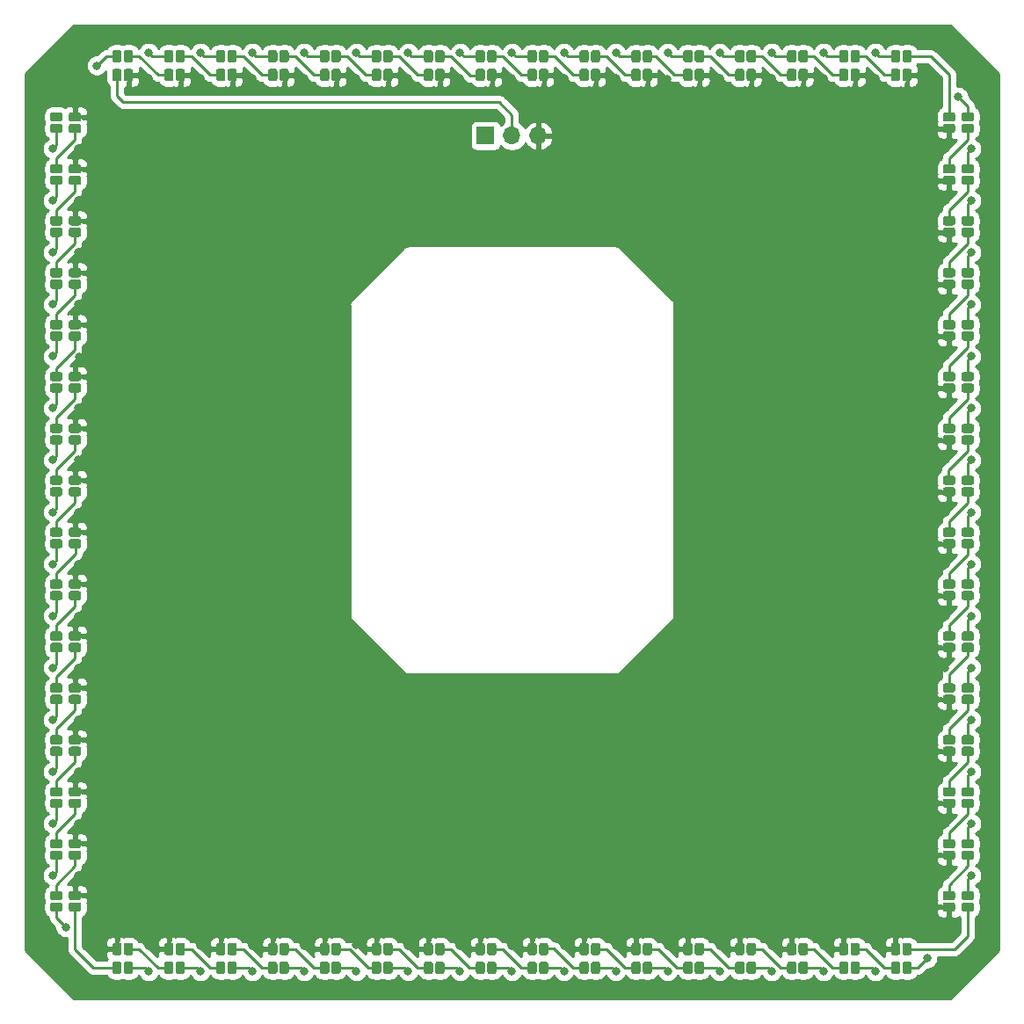
<source format=gbr>
G04 #@! TF.GenerationSoftware,KiCad,Pcbnew,(5.1.6)-1*
G04 #@! TF.CreationDate,2020-12-31T12:37:09+01:00*
G04 #@! TF.ProjectId,XY_LED,58595f4c-4544-42e6-9b69-6361645f7063,rev?*
G04 #@! TF.SameCoordinates,Original*
G04 #@! TF.FileFunction,Copper,L1,Top*
G04 #@! TF.FilePolarity,Positive*
%FSLAX46Y46*%
G04 Gerber Fmt 4.6, Leading zero omitted, Abs format (unit mm)*
G04 Created by KiCad (PCBNEW (5.1.6)-1) date 2020-12-31 12:37:09*
%MOMM*%
%LPD*%
G01*
G04 APERTURE LIST*
G04 #@! TA.AperFunction,ComponentPad*
%ADD10O,1.700000X1.700000*%
G04 #@! TD*
G04 #@! TA.AperFunction,ComponentPad*
%ADD11R,1.700000X1.700000*%
G04 #@! TD*
G04 #@! TA.AperFunction,ViaPad*
%ADD12C,0.800000*%
G04 #@! TD*
G04 #@! TA.AperFunction,Conductor*
%ADD13C,0.250000*%
G04 #@! TD*
G04 #@! TA.AperFunction,Conductor*
%ADD14C,0.254000*%
G04 #@! TD*
G04 APERTURE END LIST*
D10*
X102540000Y-63750000D03*
X100000000Y-63750000D03*
D11*
X97460000Y-63750000D03*
G04 #@! TA.AperFunction,SMDPad,CuDef*
G36*
G01*
X108275000Y-58500000D02*
X107825000Y-58500000D01*
G75*
G02*
X107600000Y-58275000I0J225000D01*
G01*
X107600000Y-57525000D01*
G75*
G02*
X107825000Y-57300000I225000J0D01*
G01*
X108275000Y-57300000D01*
G75*
G02*
X108500000Y-57525000I0J-225000D01*
G01*
X108500000Y-58275000D01*
G75*
G02*
X108275000Y-58500000I-225000J0D01*
G01*
G37*
G04 #@! TD.AperFunction*
G04 #@! TA.AperFunction,SMDPad,CuDef*
G36*
G01*
X108275000Y-56700000D02*
X107825000Y-56700000D01*
G75*
G02*
X107600000Y-56475000I0J225000D01*
G01*
X107600000Y-55725000D01*
G75*
G02*
X107825000Y-55500000I225000J0D01*
G01*
X108275000Y-55500000D01*
G75*
G02*
X108500000Y-55725000I0J-225000D01*
G01*
X108500000Y-56475000D01*
G75*
G02*
X108275000Y-56700000I-225000J0D01*
G01*
G37*
G04 #@! TD.AperFunction*
G04 #@! TA.AperFunction,SMDPad,CuDef*
G36*
G01*
X107175000Y-56700000D02*
X106725000Y-56700000D01*
G75*
G02*
X106500000Y-56475000I0J225000D01*
G01*
X106500000Y-55725000D01*
G75*
G02*
X106725000Y-55500000I225000J0D01*
G01*
X107175000Y-55500000D01*
G75*
G02*
X107400000Y-55725000I0J-225000D01*
G01*
X107400000Y-56475000D01*
G75*
G02*
X107175000Y-56700000I-225000J0D01*
G01*
G37*
G04 #@! TD.AperFunction*
G04 #@! TA.AperFunction,SMDPad,CuDef*
G36*
G01*
X107175000Y-58500000D02*
X106725000Y-58500000D01*
G75*
G02*
X106500000Y-58275000I0J225000D01*
G01*
X106500000Y-57525000D01*
G75*
G02*
X106725000Y-57300000I225000J0D01*
G01*
X107175000Y-57300000D01*
G75*
G02*
X107400000Y-57525000I0J-225000D01*
G01*
X107400000Y-58275000D01*
G75*
G02*
X107175000Y-58500000I-225000J0D01*
G01*
G37*
G04 #@! TD.AperFunction*
G04 #@! TA.AperFunction,SMDPad,CuDef*
G36*
G01*
X73275000Y-58500000D02*
X72825000Y-58500000D01*
G75*
G02*
X72600000Y-58275000I0J225000D01*
G01*
X72600000Y-57525000D01*
G75*
G02*
X72825000Y-57300000I225000J0D01*
G01*
X73275000Y-57300000D01*
G75*
G02*
X73500000Y-57525000I0J-225000D01*
G01*
X73500000Y-58275000D01*
G75*
G02*
X73275000Y-58500000I-225000J0D01*
G01*
G37*
G04 #@! TD.AperFunction*
G04 #@! TA.AperFunction,SMDPad,CuDef*
G36*
G01*
X73275000Y-56700000D02*
X72825000Y-56700000D01*
G75*
G02*
X72600000Y-56475000I0J225000D01*
G01*
X72600000Y-55725000D01*
G75*
G02*
X72825000Y-55500000I225000J0D01*
G01*
X73275000Y-55500000D01*
G75*
G02*
X73500000Y-55725000I0J-225000D01*
G01*
X73500000Y-56475000D01*
G75*
G02*
X73275000Y-56700000I-225000J0D01*
G01*
G37*
G04 #@! TD.AperFunction*
G04 #@! TA.AperFunction,SMDPad,CuDef*
G36*
G01*
X72175000Y-56700000D02*
X71725000Y-56700000D01*
G75*
G02*
X71500000Y-56475000I0J225000D01*
G01*
X71500000Y-55725000D01*
G75*
G02*
X71725000Y-55500000I225000J0D01*
G01*
X72175000Y-55500000D01*
G75*
G02*
X72400000Y-55725000I0J-225000D01*
G01*
X72400000Y-56475000D01*
G75*
G02*
X72175000Y-56700000I-225000J0D01*
G01*
G37*
G04 #@! TD.AperFunction*
G04 #@! TA.AperFunction,SMDPad,CuDef*
G36*
G01*
X72175000Y-58500000D02*
X71725000Y-58500000D01*
G75*
G02*
X71500000Y-58275000I0J225000D01*
G01*
X71500000Y-57525000D01*
G75*
G02*
X71725000Y-57300000I225000J0D01*
G01*
X72175000Y-57300000D01*
G75*
G02*
X72400000Y-57525000I0J-225000D01*
G01*
X72400000Y-58275000D01*
G75*
G02*
X72175000Y-58500000I-225000J0D01*
G01*
G37*
G04 #@! TD.AperFunction*
G04 #@! TA.AperFunction,SMDPad,CuDef*
G36*
G01*
X103275000Y-58500000D02*
X102825000Y-58500000D01*
G75*
G02*
X102600000Y-58275000I0J225000D01*
G01*
X102600000Y-57525000D01*
G75*
G02*
X102825000Y-57300000I225000J0D01*
G01*
X103275000Y-57300000D01*
G75*
G02*
X103500000Y-57525000I0J-225000D01*
G01*
X103500000Y-58275000D01*
G75*
G02*
X103275000Y-58500000I-225000J0D01*
G01*
G37*
G04 #@! TD.AperFunction*
G04 #@! TA.AperFunction,SMDPad,CuDef*
G36*
G01*
X103275000Y-56700000D02*
X102825000Y-56700000D01*
G75*
G02*
X102600000Y-56475000I0J225000D01*
G01*
X102600000Y-55725000D01*
G75*
G02*
X102825000Y-55500000I225000J0D01*
G01*
X103275000Y-55500000D01*
G75*
G02*
X103500000Y-55725000I0J-225000D01*
G01*
X103500000Y-56475000D01*
G75*
G02*
X103275000Y-56700000I-225000J0D01*
G01*
G37*
G04 #@! TD.AperFunction*
G04 #@! TA.AperFunction,SMDPad,CuDef*
G36*
G01*
X102175000Y-56700000D02*
X101725000Y-56700000D01*
G75*
G02*
X101500000Y-56475000I0J225000D01*
G01*
X101500000Y-55725000D01*
G75*
G02*
X101725000Y-55500000I225000J0D01*
G01*
X102175000Y-55500000D01*
G75*
G02*
X102400000Y-55725000I0J-225000D01*
G01*
X102400000Y-56475000D01*
G75*
G02*
X102175000Y-56700000I-225000J0D01*
G01*
G37*
G04 #@! TD.AperFunction*
G04 #@! TA.AperFunction,SMDPad,CuDef*
G36*
G01*
X102175000Y-58500000D02*
X101725000Y-58500000D01*
G75*
G02*
X101500000Y-58275000I0J225000D01*
G01*
X101500000Y-57525000D01*
G75*
G02*
X101725000Y-57300000I225000J0D01*
G01*
X102175000Y-57300000D01*
G75*
G02*
X102400000Y-57525000I0J-225000D01*
G01*
X102400000Y-58275000D01*
G75*
G02*
X102175000Y-58500000I-225000J0D01*
G01*
G37*
G04 #@! TD.AperFunction*
G04 #@! TA.AperFunction,SMDPad,CuDef*
G36*
G01*
X133275000Y-58500000D02*
X132825000Y-58500000D01*
G75*
G02*
X132600000Y-58275000I0J225000D01*
G01*
X132600000Y-57525000D01*
G75*
G02*
X132825000Y-57300000I225000J0D01*
G01*
X133275000Y-57300000D01*
G75*
G02*
X133500000Y-57525000I0J-225000D01*
G01*
X133500000Y-58275000D01*
G75*
G02*
X133275000Y-58500000I-225000J0D01*
G01*
G37*
G04 #@! TD.AperFunction*
G04 #@! TA.AperFunction,SMDPad,CuDef*
G36*
G01*
X133275000Y-56700000D02*
X132825000Y-56700000D01*
G75*
G02*
X132600000Y-56475000I0J225000D01*
G01*
X132600000Y-55725000D01*
G75*
G02*
X132825000Y-55500000I225000J0D01*
G01*
X133275000Y-55500000D01*
G75*
G02*
X133500000Y-55725000I0J-225000D01*
G01*
X133500000Y-56475000D01*
G75*
G02*
X133275000Y-56700000I-225000J0D01*
G01*
G37*
G04 #@! TD.AperFunction*
G04 #@! TA.AperFunction,SMDPad,CuDef*
G36*
G01*
X132175000Y-56700000D02*
X131725000Y-56700000D01*
G75*
G02*
X131500000Y-56475000I0J225000D01*
G01*
X131500000Y-55725000D01*
G75*
G02*
X131725000Y-55500000I225000J0D01*
G01*
X132175000Y-55500000D01*
G75*
G02*
X132400000Y-55725000I0J-225000D01*
G01*
X132400000Y-56475000D01*
G75*
G02*
X132175000Y-56700000I-225000J0D01*
G01*
G37*
G04 #@! TD.AperFunction*
G04 #@! TA.AperFunction,SMDPad,CuDef*
G36*
G01*
X132175000Y-58500000D02*
X131725000Y-58500000D01*
G75*
G02*
X131500000Y-58275000I0J225000D01*
G01*
X131500000Y-57525000D01*
G75*
G02*
X131725000Y-57300000I225000J0D01*
G01*
X132175000Y-57300000D01*
G75*
G02*
X132400000Y-57525000I0J-225000D01*
G01*
X132400000Y-58275000D01*
G75*
G02*
X132175000Y-58500000I-225000J0D01*
G01*
G37*
G04 #@! TD.AperFunction*
G04 #@! TA.AperFunction,SMDPad,CuDef*
G36*
G01*
X98275000Y-58500000D02*
X97825000Y-58500000D01*
G75*
G02*
X97600000Y-58275000I0J225000D01*
G01*
X97600000Y-57525000D01*
G75*
G02*
X97825000Y-57300000I225000J0D01*
G01*
X98275000Y-57300000D01*
G75*
G02*
X98500000Y-57525000I0J-225000D01*
G01*
X98500000Y-58275000D01*
G75*
G02*
X98275000Y-58500000I-225000J0D01*
G01*
G37*
G04 #@! TD.AperFunction*
G04 #@! TA.AperFunction,SMDPad,CuDef*
G36*
G01*
X98275000Y-56700000D02*
X97825000Y-56700000D01*
G75*
G02*
X97600000Y-56475000I0J225000D01*
G01*
X97600000Y-55725000D01*
G75*
G02*
X97825000Y-55500000I225000J0D01*
G01*
X98275000Y-55500000D01*
G75*
G02*
X98500000Y-55725000I0J-225000D01*
G01*
X98500000Y-56475000D01*
G75*
G02*
X98275000Y-56700000I-225000J0D01*
G01*
G37*
G04 #@! TD.AperFunction*
G04 #@! TA.AperFunction,SMDPad,CuDef*
G36*
G01*
X97175000Y-56700000D02*
X96725000Y-56700000D01*
G75*
G02*
X96500000Y-56475000I0J225000D01*
G01*
X96500000Y-55725000D01*
G75*
G02*
X96725000Y-55500000I225000J0D01*
G01*
X97175000Y-55500000D01*
G75*
G02*
X97400000Y-55725000I0J-225000D01*
G01*
X97400000Y-56475000D01*
G75*
G02*
X97175000Y-56700000I-225000J0D01*
G01*
G37*
G04 #@! TD.AperFunction*
G04 #@! TA.AperFunction,SMDPad,CuDef*
G36*
G01*
X97175000Y-58500000D02*
X96725000Y-58500000D01*
G75*
G02*
X96500000Y-58275000I0J225000D01*
G01*
X96500000Y-57525000D01*
G75*
G02*
X96725000Y-57300000I225000J0D01*
G01*
X97175000Y-57300000D01*
G75*
G02*
X97400000Y-57525000I0J-225000D01*
G01*
X97400000Y-58275000D01*
G75*
G02*
X97175000Y-58500000I-225000J0D01*
G01*
G37*
G04 #@! TD.AperFunction*
G04 #@! TA.AperFunction,SMDPad,CuDef*
G36*
G01*
X123275000Y-58500000D02*
X122825000Y-58500000D01*
G75*
G02*
X122600000Y-58275000I0J225000D01*
G01*
X122600000Y-57525000D01*
G75*
G02*
X122825000Y-57300000I225000J0D01*
G01*
X123275000Y-57300000D01*
G75*
G02*
X123500000Y-57525000I0J-225000D01*
G01*
X123500000Y-58275000D01*
G75*
G02*
X123275000Y-58500000I-225000J0D01*
G01*
G37*
G04 #@! TD.AperFunction*
G04 #@! TA.AperFunction,SMDPad,CuDef*
G36*
G01*
X123275000Y-56700000D02*
X122825000Y-56700000D01*
G75*
G02*
X122600000Y-56475000I0J225000D01*
G01*
X122600000Y-55725000D01*
G75*
G02*
X122825000Y-55500000I225000J0D01*
G01*
X123275000Y-55500000D01*
G75*
G02*
X123500000Y-55725000I0J-225000D01*
G01*
X123500000Y-56475000D01*
G75*
G02*
X123275000Y-56700000I-225000J0D01*
G01*
G37*
G04 #@! TD.AperFunction*
G04 #@! TA.AperFunction,SMDPad,CuDef*
G36*
G01*
X122175000Y-56700000D02*
X121725000Y-56700000D01*
G75*
G02*
X121500000Y-56475000I0J225000D01*
G01*
X121500000Y-55725000D01*
G75*
G02*
X121725000Y-55500000I225000J0D01*
G01*
X122175000Y-55500000D01*
G75*
G02*
X122400000Y-55725000I0J-225000D01*
G01*
X122400000Y-56475000D01*
G75*
G02*
X122175000Y-56700000I-225000J0D01*
G01*
G37*
G04 #@! TD.AperFunction*
G04 #@! TA.AperFunction,SMDPad,CuDef*
G36*
G01*
X122175000Y-58500000D02*
X121725000Y-58500000D01*
G75*
G02*
X121500000Y-58275000I0J225000D01*
G01*
X121500000Y-57525000D01*
G75*
G02*
X121725000Y-57300000I225000J0D01*
G01*
X122175000Y-57300000D01*
G75*
G02*
X122400000Y-57525000I0J-225000D01*
G01*
X122400000Y-58275000D01*
G75*
G02*
X122175000Y-58500000I-225000J0D01*
G01*
G37*
G04 #@! TD.AperFunction*
G04 #@! TA.AperFunction,SMDPad,CuDef*
G36*
G01*
X68275000Y-58500000D02*
X67825000Y-58500000D01*
G75*
G02*
X67600000Y-58275000I0J225000D01*
G01*
X67600000Y-57525000D01*
G75*
G02*
X67825000Y-57300000I225000J0D01*
G01*
X68275000Y-57300000D01*
G75*
G02*
X68500000Y-57525000I0J-225000D01*
G01*
X68500000Y-58275000D01*
G75*
G02*
X68275000Y-58500000I-225000J0D01*
G01*
G37*
G04 #@! TD.AperFunction*
G04 #@! TA.AperFunction,SMDPad,CuDef*
G36*
G01*
X68275000Y-56700000D02*
X67825000Y-56700000D01*
G75*
G02*
X67600000Y-56475000I0J225000D01*
G01*
X67600000Y-55725000D01*
G75*
G02*
X67825000Y-55500000I225000J0D01*
G01*
X68275000Y-55500000D01*
G75*
G02*
X68500000Y-55725000I0J-225000D01*
G01*
X68500000Y-56475000D01*
G75*
G02*
X68275000Y-56700000I-225000J0D01*
G01*
G37*
G04 #@! TD.AperFunction*
G04 #@! TA.AperFunction,SMDPad,CuDef*
G36*
G01*
X67175000Y-56700000D02*
X66725000Y-56700000D01*
G75*
G02*
X66500000Y-56475000I0J225000D01*
G01*
X66500000Y-55725000D01*
G75*
G02*
X66725000Y-55500000I225000J0D01*
G01*
X67175000Y-55500000D01*
G75*
G02*
X67400000Y-55725000I0J-225000D01*
G01*
X67400000Y-56475000D01*
G75*
G02*
X67175000Y-56700000I-225000J0D01*
G01*
G37*
G04 #@! TD.AperFunction*
G04 #@! TA.AperFunction,SMDPad,CuDef*
G36*
G01*
X67175000Y-58500000D02*
X66725000Y-58500000D01*
G75*
G02*
X66500000Y-58275000I0J225000D01*
G01*
X66500000Y-57525000D01*
G75*
G02*
X66725000Y-57300000I225000J0D01*
G01*
X67175000Y-57300000D01*
G75*
G02*
X67400000Y-57525000I0J-225000D01*
G01*
X67400000Y-58275000D01*
G75*
G02*
X67175000Y-58500000I-225000J0D01*
G01*
G37*
G04 #@! TD.AperFunction*
G04 #@! TA.AperFunction,SMDPad,CuDef*
G36*
G01*
X113275000Y-58500000D02*
X112825000Y-58500000D01*
G75*
G02*
X112600000Y-58275000I0J225000D01*
G01*
X112600000Y-57525000D01*
G75*
G02*
X112825000Y-57300000I225000J0D01*
G01*
X113275000Y-57300000D01*
G75*
G02*
X113500000Y-57525000I0J-225000D01*
G01*
X113500000Y-58275000D01*
G75*
G02*
X113275000Y-58500000I-225000J0D01*
G01*
G37*
G04 #@! TD.AperFunction*
G04 #@! TA.AperFunction,SMDPad,CuDef*
G36*
G01*
X113275000Y-56700000D02*
X112825000Y-56700000D01*
G75*
G02*
X112600000Y-56475000I0J225000D01*
G01*
X112600000Y-55725000D01*
G75*
G02*
X112825000Y-55500000I225000J0D01*
G01*
X113275000Y-55500000D01*
G75*
G02*
X113500000Y-55725000I0J-225000D01*
G01*
X113500000Y-56475000D01*
G75*
G02*
X113275000Y-56700000I-225000J0D01*
G01*
G37*
G04 #@! TD.AperFunction*
G04 #@! TA.AperFunction,SMDPad,CuDef*
G36*
G01*
X112175000Y-56700000D02*
X111725000Y-56700000D01*
G75*
G02*
X111500000Y-56475000I0J225000D01*
G01*
X111500000Y-55725000D01*
G75*
G02*
X111725000Y-55500000I225000J0D01*
G01*
X112175000Y-55500000D01*
G75*
G02*
X112400000Y-55725000I0J-225000D01*
G01*
X112400000Y-56475000D01*
G75*
G02*
X112175000Y-56700000I-225000J0D01*
G01*
G37*
G04 #@! TD.AperFunction*
G04 #@! TA.AperFunction,SMDPad,CuDef*
G36*
G01*
X112175000Y-58500000D02*
X111725000Y-58500000D01*
G75*
G02*
X111500000Y-58275000I0J225000D01*
G01*
X111500000Y-57525000D01*
G75*
G02*
X111725000Y-57300000I225000J0D01*
G01*
X112175000Y-57300000D01*
G75*
G02*
X112400000Y-57525000I0J-225000D01*
G01*
X112400000Y-58275000D01*
G75*
G02*
X112175000Y-58500000I-225000J0D01*
G01*
G37*
G04 #@! TD.AperFunction*
G04 #@! TA.AperFunction,SMDPad,CuDef*
G36*
G01*
X118275000Y-58500000D02*
X117825000Y-58500000D01*
G75*
G02*
X117600000Y-58275000I0J225000D01*
G01*
X117600000Y-57525000D01*
G75*
G02*
X117825000Y-57300000I225000J0D01*
G01*
X118275000Y-57300000D01*
G75*
G02*
X118500000Y-57525000I0J-225000D01*
G01*
X118500000Y-58275000D01*
G75*
G02*
X118275000Y-58500000I-225000J0D01*
G01*
G37*
G04 #@! TD.AperFunction*
G04 #@! TA.AperFunction,SMDPad,CuDef*
G36*
G01*
X118275000Y-56700000D02*
X117825000Y-56700000D01*
G75*
G02*
X117600000Y-56475000I0J225000D01*
G01*
X117600000Y-55725000D01*
G75*
G02*
X117825000Y-55500000I225000J0D01*
G01*
X118275000Y-55500000D01*
G75*
G02*
X118500000Y-55725000I0J-225000D01*
G01*
X118500000Y-56475000D01*
G75*
G02*
X118275000Y-56700000I-225000J0D01*
G01*
G37*
G04 #@! TD.AperFunction*
G04 #@! TA.AperFunction,SMDPad,CuDef*
G36*
G01*
X117175000Y-56700000D02*
X116725000Y-56700000D01*
G75*
G02*
X116500000Y-56475000I0J225000D01*
G01*
X116500000Y-55725000D01*
G75*
G02*
X116725000Y-55500000I225000J0D01*
G01*
X117175000Y-55500000D01*
G75*
G02*
X117400000Y-55725000I0J-225000D01*
G01*
X117400000Y-56475000D01*
G75*
G02*
X117175000Y-56700000I-225000J0D01*
G01*
G37*
G04 #@! TD.AperFunction*
G04 #@! TA.AperFunction,SMDPad,CuDef*
G36*
G01*
X117175000Y-58500000D02*
X116725000Y-58500000D01*
G75*
G02*
X116500000Y-58275000I0J225000D01*
G01*
X116500000Y-57525000D01*
G75*
G02*
X116725000Y-57300000I225000J0D01*
G01*
X117175000Y-57300000D01*
G75*
G02*
X117400000Y-57525000I0J-225000D01*
G01*
X117400000Y-58275000D01*
G75*
G02*
X117175000Y-58500000I-225000J0D01*
G01*
G37*
G04 #@! TD.AperFunction*
G04 #@! TA.AperFunction,SMDPad,CuDef*
G36*
G01*
X128275000Y-58500000D02*
X127825000Y-58500000D01*
G75*
G02*
X127600000Y-58275000I0J225000D01*
G01*
X127600000Y-57525000D01*
G75*
G02*
X127825000Y-57300000I225000J0D01*
G01*
X128275000Y-57300000D01*
G75*
G02*
X128500000Y-57525000I0J-225000D01*
G01*
X128500000Y-58275000D01*
G75*
G02*
X128275000Y-58500000I-225000J0D01*
G01*
G37*
G04 #@! TD.AperFunction*
G04 #@! TA.AperFunction,SMDPad,CuDef*
G36*
G01*
X128275000Y-56700000D02*
X127825000Y-56700000D01*
G75*
G02*
X127600000Y-56475000I0J225000D01*
G01*
X127600000Y-55725000D01*
G75*
G02*
X127825000Y-55500000I225000J0D01*
G01*
X128275000Y-55500000D01*
G75*
G02*
X128500000Y-55725000I0J-225000D01*
G01*
X128500000Y-56475000D01*
G75*
G02*
X128275000Y-56700000I-225000J0D01*
G01*
G37*
G04 #@! TD.AperFunction*
G04 #@! TA.AperFunction,SMDPad,CuDef*
G36*
G01*
X127175000Y-56700000D02*
X126725000Y-56700000D01*
G75*
G02*
X126500000Y-56475000I0J225000D01*
G01*
X126500000Y-55725000D01*
G75*
G02*
X126725000Y-55500000I225000J0D01*
G01*
X127175000Y-55500000D01*
G75*
G02*
X127400000Y-55725000I0J-225000D01*
G01*
X127400000Y-56475000D01*
G75*
G02*
X127175000Y-56700000I-225000J0D01*
G01*
G37*
G04 #@! TD.AperFunction*
G04 #@! TA.AperFunction,SMDPad,CuDef*
G36*
G01*
X127175000Y-58500000D02*
X126725000Y-58500000D01*
G75*
G02*
X126500000Y-58275000I0J225000D01*
G01*
X126500000Y-57525000D01*
G75*
G02*
X126725000Y-57300000I225000J0D01*
G01*
X127175000Y-57300000D01*
G75*
G02*
X127400000Y-57525000I0J-225000D01*
G01*
X127400000Y-58275000D01*
G75*
G02*
X127175000Y-58500000I-225000J0D01*
G01*
G37*
G04 #@! TD.AperFunction*
G04 #@! TA.AperFunction,SMDPad,CuDef*
G36*
G01*
X138275000Y-58500000D02*
X137825000Y-58500000D01*
G75*
G02*
X137600000Y-58275000I0J225000D01*
G01*
X137600000Y-57525000D01*
G75*
G02*
X137825000Y-57300000I225000J0D01*
G01*
X138275000Y-57300000D01*
G75*
G02*
X138500000Y-57525000I0J-225000D01*
G01*
X138500000Y-58275000D01*
G75*
G02*
X138275000Y-58500000I-225000J0D01*
G01*
G37*
G04 #@! TD.AperFunction*
G04 #@! TA.AperFunction,SMDPad,CuDef*
G36*
G01*
X138275000Y-56700000D02*
X137825000Y-56700000D01*
G75*
G02*
X137600000Y-56475000I0J225000D01*
G01*
X137600000Y-55725000D01*
G75*
G02*
X137825000Y-55500000I225000J0D01*
G01*
X138275000Y-55500000D01*
G75*
G02*
X138500000Y-55725000I0J-225000D01*
G01*
X138500000Y-56475000D01*
G75*
G02*
X138275000Y-56700000I-225000J0D01*
G01*
G37*
G04 #@! TD.AperFunction*
G04 #@! TA.AperFunction,SMDPad,CuDef*
G36*
G01*
X137175000Y-56700000D02*
X136725000Y-56700000D01*
G75*
G02*
X136500000Y-56475000I0J225000D01*
G01*
X136500000Y-55725000D01*
G75*
G02*
X136725000Y-55500000I225000J0D01*
G01*
X137175000Y-55500000D01*
G75*
G02*
X137400000Y-55725000I0J-225000D01*
G01*
X137400000Y-56475000D01*
G75*
G02*
X137175000Y-56700000I-225000J0D01*
G01*
G37*
G04 #@! TD.AperFunction*
G04 #@! TA.AperFunction,SMDPad,CuDef*
G36*
G01*
X137175000Y-58500000D02*
X136725000Y-58500000D01*
G75*
G02*
X136500000Y-58275000I0J225000D01*
G01*
X136500000Y-57525000D01*
G75*
G02*
X136725000Y-57300000I225000J0D01*
G01*
X137175000Y-57300000D01*
G75*
G02*
X137400000Y-57525000I0J-225000D01*
G01*
X137400000Y-58275000D01*
G75*
G02*
X137175000Y-58500000I-225000J0D01*
G01*
G37*
G04 #@! TD.AperFunction*
G04 #@! TA.AperFunction,SMDPad,CuDef*
G36*
G01*
X83275000Y-58500000D02*
X82825000Y-58500000D01*
G75*
G02*
X82600000Y-58275000I0J225000D01*
G01*
X82600000Y-57525000D01*
G75*
G02*
X82825000Y-57300000I225000J0D01*
G01*
X83275000Y-57300000D01*
G75*
G02*
X83500000Y-57525000I0J-225000D01*
G01*
X83500000Y-58275000D01*
G75*
G02*
X83275000Y-58500000I-225000J0D01*
G01*
G37*
G04 #@! TD.AperFunction*
G04 #@! TA.AperFunction,SMDPad,CuDef*
G36*
G01*
X83275000Y-56700000D02*
X82825000Y-56700000D01*
G75*
G02*
X82600000Y-56475000I0J225000D01*
G01*
X82600000Y-55725000D01*
G75*
G02*
X82825000Y-55500000I225000J0D01*
G01*
X83275000Y-55500000D01*
G75*
G02*
X83500000Y-55725000I0J-225000D01*
G01*
X83500000Y-56475000D01*
G75*
G02*
X83275000Y-56700000I-225000J0D01*
G01*
G37*
G04 #@! TD.AperFunction*
G04 #@! TA.AperFunction,SMDPad,CuDef*
G36*
G01*
X82175000Y-56700000D02*
X81725000Y-56700000D01*
G75*
G02*
X81500000Y-56475000I0J225000D01*
G01*
X81500000Y-55725000D01*
G75*
G02*
X81725000Y-55500000I225000J0D01*
G01*
X82175000Y-55500000D01*
G75*
G02*
X82400000Y-55725000I0J-225000D01*
G01*
X82400000Y-56475000D01*
G75*
G02*
X82175000Y-56700000I-225000J0D01*
G01*
G37*
G04 #@! TD.AperFunction*
G04 #@! TA.AperFunction,SMDPad,CuDef*
G36*
G01*
X82175000Y-58500000D02*
X81725000Y-58500000D01*
G75*
G02*
X81500000Y-58275000I0J225000D01*
G01*
X81500000Y-57525000D01*
G75*
G02*
X81725000Y-57300000I225000J0D01*
G01*
X82175000Y-57300000D01*
G75*
G02*
X82400000Y-57525000I0J-225000D01*
G01*
X82400000Y-58275000D01*
G75*
G02*
X82175000Y-58500000I-225000J0D01*
G01*
G37*
G04 #@! TD.AperFunction*
G04 #@! TA.AperFunction,SMDPad,CuDef*
G36*
G01*
X88275000Y-58500000D02*
X87825000Y-58500000D01*
G75*
G02*
X87600000Y-58275000I0J225000D01*
G01*
X87600000Y-57525000D01*
G75*
G02*
X87825000Y-57300000I225000J0D01*
G01*
X88275000Y-57300000D01*
G75*
G02*
X88500000Y-57525000I0J-225000D01*
G01*
X88500000Y-58275000D01*
G75*
G02*
X88275000Y-58500000I-225000J0D01*
G01*
G37*
G04 #@! TD.AperFunction*
G04 #@! TA.AperFunction,SMDPad,CuDef*
G36*
G01*
X88275000Y-56700000D02*
X87825000Y-56700000D01*
G75*
G02*
X87600000Y-56475000I0J225000D01*
G01*
X87600000Y-55725000D01*
G75*
G02*
X87825000Y-55500000I225000J0D01*
G01*
X88275000Y-55500000D01*
G75*
G02*
X88500000Y-55725000I0J-225000D01*
G01*
X88500000Y-56475000D01*
G75*
G02*
X88275000Y-56700000I-225000J0D01*
G01*
G37*
G04 #@! TD.AperFunction*
G04 #@! TA.AperFunction,SMDPad,CuDef*
G36*
G01*
X87175000Y-56700000D02*
X86725000Y-56700000D01*
G75*
G02*
X86500000Y-56475000I0J225000D01*
G01*
X86500000Y-55725000D01*
G75*
G02*
X86725000Y-55500000I225000J0D01*
G01*
X87175000Y-55500000D01*
G75*
G02*
X87400000Y-55725000I0J-225000D01*
G01*
X87400000Y-56475000D01*
G75*
G02*
X87175000Y-56700000I-225000J0D01*
G01*
G37*
G04 #@! TD.AperFunction*
G04 #@! TA.AperFunction,SMDPad,CuDef*
G36*
G01*
X87175000Y-58500000D02*
X86725000Y-58500000D01*
G75*
G02*
X86500000Y-58275000I0J225000D01*
G01*
X86500000Y-57525000D01*
G75*
G02*
X86725000Y-57300000I225000J0D01*
G01*
X87175000Y-57300000D01*
G75*
G02*
X87400000Y-57525000I0J-225000D01*
G01*
X87400000Y-58275000D01*
G75*
G02*
X87175000Y-58500000I-225000J0D01*
G01*
G37*
G04 #@! TD.AperFunction*
G04 #@! TA.AperFunction,SMDPad,CuDef*
G36*
G01*
X93275000Y-58500000D02*
X92825000Y-58500000D01*
G75*
G02*
X92600000Y-58275000I0J225000D01*
G01*
X92600000Y-57525000D01*
G75*
G02*
X92825000Y-57300000I225000J0D01*
G01*
X93275000Y-57300000D01*
G75*
G02*
X93500000Y-57525000I0J-225000D01*
G01*
X93500000Y-58275000D01*
G75*
G02*
X93275000Y-58500000I-225000J0D01*
G01*
G37*
G04 #@! TD.AperFunction*
G04 #@! TA.AperFunction,SMDPad,CuDef*
G36*
G01*
X93275000Y-56700000D02*
X92825000Y-56700000D01*
G75*
G02*
X92600000Y-56475000I0J225000D01*
G01*
X92600000Y-55725000D01*
G75*
G02*
X92825000Y-55500000I225000J0D01*
G01*
X93275000Y-55500000D01*
G75*
G02*
X93500000Y-55725000I0J-225000D01*
G01*
X93500000Y-56475000D01*
G75*
G02*
X93275000Y-56700000I-225000J0D01*
G01*
G37*
G04 #@! TD.AperFunction*
G04 #@! TA.AperFunction,SMDPad,CuDef*
G36*
G01*
X92175000Y-56700000D02*
X91725000Y-56700000D01*
G75*
G02*
X91500000Y-56475000I0J225000D01*
G01*
X91500000Y-55725000D01*
G75*
G02*
X91725000Y-55500000I225000J0D01*
G01*
X92175000Y-55500000D01*
G75*
G02*
X92400000Y-55725000I0J-225000D01*
G01*
X92400000Y-56475000D01*
G75*
G02*
X92175000Y-56700000I-225000J0D01*
G01*
G37*
G04 #@! TD.AperFunction*
G04 #@! TA.AperFunction,SMDPad,CuDef*
G36*
G01*
X92175000Y-58500000D02*
X91725000Y-58500000D01*
G75*
G02*
X91500000Y-58275000I0J225000D01*
G01*
X91500000Y-57525000D01*
G75*
G02*
X91725000Y-57300000I225000J0D01*
G01*
X92175000Y-57300000D01*
G75*
G02*
X92400000Y-57525000I0J-225000D01*
G01*
X92400000Y-58275000D01*
G75*
G02*
X92175000Y-58500000I-225000J0D01*
G01*
G37*
G04 #@! TD.AperFunction*
G04 #@! TA.AperFunction,SMDPad,CuDef*
G36*
G01*
X63275000Y-58500000D02*
X62825000Y-58500000D01*
G75*
G02*
X62600000Y-58275000I0J225000D01*
G01*
X62600000Y-57525000D01*
G75*
G02*
X62825000Y-57300000I225000J0D01*
G01*
X63275000Y-57300000D01*
G75*
G02*
X63500000Y-57525000I0J-225000D01*
G01*
X63500000Y-58275000D01*
G75*
G02*
X63275000Y-58500000I-225000J0D01*
G01*
G37*
G04 #@! TD.AperFunction*
G04 #@! TA.AperFunction,SMDPad,CuDef*
G36*
G01*
X63275000Y-56700000D02*
X62825000Y-56700000D01*
G75*
G02*
X62600000Y-56475000I0J225000D01*
G01*
X62600000Y-55725000D01*
G75*
G02*
X62825000Y-55500000I225000J0D01*
G01*
X63275000Y-55500000D01*
G75*
G02*
X63500000Y-55725000I0J-225000D01*
G01*
X63500000Y-56475000D01*
G75*
G02*
X63275000Y-56700000I-225000J0D01*
G01*
G37*
G04 #@! TD.AperFunction*
G04 #@! TA.AperFunction,SMDPad,CuDef*
G36*
G01*
X62175000Y-56700000D02*
X61725000Y-56700000D01*
G75*
G02*
X61500000Y-56475000I0J225000D01*
G01*
X61500000Y-55725000D01*
G75*
G02*
X61725000Y-55500000I225000J0D01*
G01*
X62175000Y-55500000D01*
G75*
G02*
X62400000Y-55725000I0J-225000D01*
G01*
X62400000Y-56475000D01*
G75*
G02*
X62175000Y-56700000I-225000J0D01*
G01*
G37*
G04 #@! TD.AperFunction*
G04 #@! TA.AperFunction,SMDPad,CuDef*
G36*
G01*
X62175000Y-58500000D02*
X61725000Y-58500000D01*
G75*
G02*
X61500000Y-58275000I0J225000D01*
G01*
X61500000Y-57525000D01*
G75*
G02*
X61725000Y-57300000I225000J0D01*
G01*
X62175000Y-57300000D01*
G75*
G02*
X62400000Y-57525000I0J-225000D01*
G01*
X62400000Y-58275000D01*
G75*
G02*
X62175000Y-58500000I-225000J0D01*
G01*
G37*
G04 #@! TD.AperFunction*
G04 #@! TA.AperFunction,SMDPad,CuDef*
G36*
G01*
X78275000Y-58500000D02*
X77825000Y-58500000D01*
G75*
G02*
X77600000Y-58275000I0J225000D01*
G01*
X77600000Y-57525000D01*
G75*
G02*
X77825000Y-57300000I225000J0D01*
G01*
X78275000Y-57300000D01*
G75*
G02*
X78500000Y-57525000I0J-225000D01*
G01*
X78500000Y-58275000D01*
G75*
G02*
X78275000Y-58500000I-225000J0D01*
G01*
G37*
G04 #@! TD.AperFunction*
G04 #@! TA.AperFunction,SMDPad,CuDef*
G36*
G01*
X78275000Y-56700000D02*
X77825000Y-56700000D01*
G75*
G02*
X77600000Y-56475000I0J225000D01*
G01*
X77600000Y-55725000D01*
G75*
G02*
X77825000Y-55500000I225000J0D01*
G01*
X78275000Y-55500000D01*
G75*
G02*
X78500000Y-55725000I0J-225000D01*
G01*
X78500000Y-56475000D01*
G75*
G02*
X78275000Y-56700000I-225000J0D01*
G01*
G37*
G04 #@! TD.AperFunction*
G04 #@! TA.AperFunction,SMDPad,CuDef*
G36*
G01*
X77175000Y-56700000D02*
X76725000Y-56700000D01*
G75*
G02*
X76500000Y-56475000I0J225000D01*
G01*
X76500000Y-55725000D01*
G75*
G02*
X76725000Y-55500000I225000J0D01*
G01*
X77175000Y-55500000D01*
G75*
G02*
X77400000Y-55725000I0J-225000D01*
G01*
X77400000Y-56475000D01*
G75*
G02*
X77175000Y-56700000I-225000J0D01*
G01*
G37*
G04 #@! TD.AperFunction*
G04 #@! TA.AperFunction,SMDPad,CuDef*
G36*
G01*
X77175000Y-58500000D02*
X76725000Y-58500000D01*
G75*
G02*
X76500000Y-58275000I0J225000D01*
G01*
X76500000Y-57525000D01*
G75*
G02*
X76725000Y-57300000I225000J0D01*
G01*
X77175000Y-57300000D01*
G75*
G02*
X77400000Y-57525000I0J-225000D01*
G01*
X77400000Y-58275000D01*
G75*
G02*
X77175000Y-58500000I-225000J0D01*
G01*
G37*
G04 #@! TD.AperFunction*
G04 #@! TA.AperFunction,SMDPad,CuDef*
G36*
G01*
X141500000Y-78275000D02*
X141500000Y-77825000D01*
G75*
G02*
X141725000Y-77600000I225000J0D01*
G01*
X142475000Y-77600000D01*
G75*
G02*
X142700000Y-77825000I0J-225000D01*
G01*
X142700000Y-78275000D01*
G75*
G02*
X142475000Y-78500000I-225000J0D01*
G01*
X141725000Y-78500000D01*
G75*
G02*
X141500000Y-78275000I0J225000D01*
G01*
G37*
G04 #@! TD.AperFunction*
G04 #@! TA.AperFunction,SMDPad,CuDef*
G36*
G01*
X143300000Y-78275000D02*
X143300000Y-77825000D01*
G75*
G02*
X143525000Y-77600000I225000J0D01*
G01*
X144275000Y-77600000D01*
G75*
G02*
X144500000Y-77825000I0J-225000D01*
G01*
X144500000Y-78275000D01*
G75*
G02*
X144275000Y-78500000I-225000J0D01*
G01*
X143525000Y-78500000D01*
G75*
G02*
X143300000Y-78275000I0J225000D01*
G01*
G37*
G04 #@! TD.AperFunction*
G04 #@! TA.AperFunction,SMDPad,CuDef*
G36*
G01*
X143300000Y-77175000D02*
X143300000Y-76725000D01*
G75*
G02*
X143525000Y-76500000I225000J0D01*
G01*
X144275000Y-76500000D01*
G75*
G02*
X144500000Y-76725000I0J-225000D01*
G01*
X144500000Y-77175000D01*
G75*
G02*
X144275000Y-77400000I-225000J0D01*
G01*
X143525000Y-77400000D01*
G75*
G02*
X143300000Y-77175000I0J225000D01*
G01*
G37*
G04 #@! TD.AperFunction*
G04 #@! TA.AperFunction,SMDPad,CuDef*
G36*
G01*
X141500000Y-77175000D02*
X141500000Y-76725000D01*
G75*
G02*
X141725000Y-76500000I225000J0D01*
G01*
X142475000Y-76500000D01*
G75*
G02*
X142700000Y-76725000I0J-225000D01*
G01*
X142700000Y-77175000D01*
G75*
G02*
X142475000Y-77400000I-225000J0D01*
G01*
X141725000Y-77400000D01*
G75*
G02*
X141500000Y-77175000I0J225000D01*
G01*
G37*
G04 #@! TD.AperFunction*
G04 #@! TA.AperFunction,SMDPad,CuDef*
G36*
G01*
X141500000Y-68275000D02*
X141500000Y-67825000D01*
G75*
G02*
X141725000Y-67600000I225000J0D01*
G01*
X142475000Y-67600000D01*
G75*
G02*
X142700000Y-67825000I0J-225000D01*
G01*
X142700000Y-68275000D01*
G75*
G02*
X142475000Y-68500000I-225000J0D01*
G01*
X141725000Y-68500000D01*
G75*
G02*
X141500000Y-68275000I0J225000D01*
G01*
G37*
G04 #@! TD.AperFunction*
G04 #@! TA.AperFunction,SMDPad,CuDef*
G36*
G01*
X143300000Y-68275000D02*
X143300000Y-67825000D01*
G75*
G02*
X143525000Y-67600000I225000J0D01*
G01*
X144275000Y-67600000D01*
G75*
G02*
X144500000Y-67825000I0J-225000D01*
G01*
X144500000Y-68275000D01*
G75*
G02*
X144275000Y-68500000I-225000J0D01*
G01*
X143525000Y-68500000D01*
G75*
G02*
X143300000Y-68275000I0J225000D01*
G01*
G37*
G04 #@! TD.AperFunction*
G04 #@! TA.AperFunction,SMDPad,CuDef*
G36*
G01*
X143300000Y-67175000D02*
X143300000Y-66725000D01*
G75*
G02*
X143525000Y-66500000I225000J0D01*
G01*
X144275000Y-66500000D01*
G75*
G02*
X144500000Y-66725000I0J-225000D01*
G01*
X144500000Y-67175000D01*
G75*
G02*
X144275000Y-67400000I-225000J0D01*
G01*
X143525000Y-67400000D01*
G75*
G02*
X143300000Y-67175000I0J225000D01*
G01*
G37*
G04 #@! TD.AperFunction*
G04 #@! TA.AperFunction,SMDPad,CuDef*
G36*
G01*
X141500000Y-67175000D02*
X141500000Y-66725000D01*
G75*
G02*
X141725000Y-66500000I225000J0D01*
G01*
X142475000Y-66500000D01*
G75*
G02*
X142700000Y-66725000I0J-225000D01*
G01*
X142700000Y-67175000D01*
G75*
G02*
X142475000Y-67400000I-225000J0D01*
G01*
X141725000Y-67400000D01*
G75*
G02*
X141500000Y-67175000I0J225000D01*
G01*
G37*
G04 #@! TD.AperFunction*
G04 #@! TA.AperFunction,SMDPad,CuDef*
G36*
G01*
X141500000Y-73275000D02*
X141500000Y-72825000D01*
G75*
G02*
X141725000Y-72600000I225000J0D01*
G01*
X142475000Y-72600000D01*
G75*
G02*
X142700000Y-72825000I0J-225000D01*
G01*
X142700000Y-73275000D01*
G75*
G02*
X142475000Y-73500000I-225000J0D01*
G01*
X141725000Y-73500000D01*
G75*
G02*
X141500000Y-73275000I0J225000D01*
G01*
G37*
G04 #@! TD.AperFunction*
G04 #@! TA.AperFunction,SMDPad,CuDef*
G36*
G01*
X143300000Y-73275000D02*
X143300000Y-72825000D01*
G75*
G02*
X143525000Y-72600000I225000J0D01*
G01*
X144275000Y-72600000D01*
G75*
G02*
X144500000Y-72825000I0J-225000D01*
G01*
X144500000Y-73275000D01*
G75*
G02*
X144275000Y-73500000I-225000J0D01*
G01*
X143525000Y-73500000D01*
G75*
G02*
X143300000Y-73275000I0J225000D01*
G01*
G37*
G04 #@! TD.AperFunction*
G04 #@! TA.AperFunction,SMDPad,CuDef*
G36*
G01*
X143300000Y-72175000D02*
X143300000Y-71725000D01*
G75*
G02*
X143525000Y-71500000I225000J0D01*
G01*
X144275000Y-71500000D01*
G75*
G02*
X144500000Y-71725000I0J-225000D01*
G01*
X144500000Y-72175000D01*
G75*
G02*
X144275000Y-72400000I-225000J0D01*
G01*
X143525000Y-72400000D01*
G75*
G02*
X143300000Y-72175000I0J225000D01*
G01*
G37*
G04 #@! TD.AperFunction*
G04 #@! TA.AperFunction,SMDPad,CuDef*
G36*
G01*
X141500000Y-72175000D02*
X141500000Y-71725000D01*
G75*
G02*
X141725000Y-71500000I225000J0D01*
G01*
X142475000Y-71500000D01*
G75*
G02*
X142700000Y-71725000I0J-225000D01*
G01*
X142700000Y-72175000D01*
G75*
G02*
X142475000Y-72400000I-225000J0D01*
G01*
X141725000Y-72400000D01*
G75*
G02*
X141500000Y-72175000I0J225000D01*
G01*
G37*
G04 #@! TD.AperFunction*
G04 #@! TA.AperFunction,SMDPad,CuDef*
G36*
G01*
X141500000Y-63275000D02*
X141500000Y-62825000D01*
G75*
G02*
X141725000Y-62600000I225000J0D01*
G01*
X142475000Y-62600000D01*
G75*
G02*
X142700000Y-62825000I0J-225000D01*
G01*
X142700000Y-63275000D01*
G75*
G02*
X142475000Y-63500000I-225000J0D01*
G01*
X141725000Y-63500000D01*
G75*
G02*
X141500000Y-63275000I0J225000D01*
G01*
G37*
G04 #@! TD.AperFunction*
G04 #@! TA.AperFunction,SMDPad,CuDef*
G36*
G01*
X143300000Y-63275000D02*
X143300000Y-62825000D01*
G75*
G02*
X143525000Y-62600000I225000J0D01*
G01*
X144275000Y-62600000D01*
G75*
G02*
X144500000Y-62825000I0J-225000D01*
G01*
X144500000Y-63275000D01*
G75*
G02*
X144275000Y-63500000I-225000J0D01*
G01*
X143525000Y-63500000D01*
G75*
G02*
X143300000Y-63275000I0J225000D01*
G01*
G37*
G04 #@! TD.AperFunction*
G04 #@! TA.AperFunction,SMDPad,CuDef*
G36*
G01*
X143300000Y-62175000D02*
X143300000Y-61725000D01*
G75*
G02*
X143525000Y-61500000I225000J0D01*
G01*
X144275000Y-61500000D01*
G75*
G02*
X144500000Y-61725000I0J-225000D01*
G01*
X144500000Y-62175000D01*
G75*
G02*
X144275000Y-62400000I-225000J0D01*
G01*
X143525000Y-62400000D01*
G75*
G02*
X143300000Y-62175000I0J225000D01*
G01*
G37*
G04 #@! TD.AperFunction*
G04 #@! TA.AperFunction,SMDPad,CuDef*
G36*
G01*
X141500000Y-62175000D02*
X141500000Y-61725000D01*
G75*
G02*
X141725000Y-61500000I225000J0D01*
G01*
X142475000Y-61500000D01*
G75*
G02*
X142700000Y-61725000I0J-225000D01*
G01*
X142700000Y-62175000D01*
G75*
G02*
X142475000Y-62400000I-225000J0D01*
G01*
X141725000Y-62400000D01*
G75*
G02*
X141500000Y-62175000I0J225000D01*
G01*
G37*
G04 #@! TD.AperFunction*
G04 #@! TA.AperFunction,SMDPad,CuDef*
G36*
G01*
X141500000Y-108275000D02*
X141500000Y-107825000D01*
G75*
G02*
X141725000Y-107600000I225000J0D01*
G01*
X142475000Y-107600000D01*
G75*
G02*
X142700000Y-107825000I0J-225000D01*
G01*
X142700000Y-108275000D01*
G75*
G02*
X142475000Y-108500000I-225000J0D01*
G01*
X141725000Y-108500000D01*
G75*
G02*
X141500000Y-108275000I0J225000D01*
G01*
G37*
G04 #@! TD.AperFunction*
G04 #@! TA.AperFunction,SMDPad,CuDef*
G36*
G01*
X143300000Y-108275000D02*
X143300000Y-107825000D01*
G75*
G02*
X143525000Y-107600000I225000J0D01*
G01*
X144275000Y-107600000D01*
G75*
G02*
X144500000Y-107825000I0J-225000D01*
G01*
X144500000Y-108275000D01*
G75*
G02*
X144275000Y-108500000I-225000J0D01*
G01*
X143525000Y-108500000D01*
G75*
G02*
X143300000Y-108275000I0J225000D01*
G01*
G37*
G04 #@! TD.AperFunction*
G04 #@! TA.AperFunction,SMDPad,CuDef*
G36*
G01*
X143300000Y-107175000D02*
X143300000Y-106725000D01*
G75*
G02*
X143525000Y-106500000I225000J0D01*
G01*
X144275000Y-106500000D01*
G75*
G02*
X144500000Y-106725000I0J-225000D01*
G01*
X144500000Y-107175000D01*
G75*
G02*
X144275000Y-107400000I-225000J0D01*
G01*
X143525000Y-107400000D01*
G75*
G02*
X143300000Y-107175000I0J225000D01*
G01*
G37*
G04 #@! TD.AperFunction*
G04 #@! TA.AperFunction,SMDPad,CuDef*
G36*
G01*
X141500000Y-107175000D02*
X141500000Y-106725000D01*
G75*
G02*
X141725000Y-106500000I225000J0D01*
G01*
X142475000Y-106500000D01*
G75*
G02*
X142700000Y-106725000I0J-225000D01*
G01*
X142700000Y-107175000D01*
G75*
G02*
X142475000Y-107400000I-225000J0D01*
G01*
X141725000Y-107400000D01*
G75*
G02*
X141500000Y-107175000I0J225000D01*
G01*
G37*
G04 #@! TD.AperFunction*
G04 #@! TA.AperFunction,SMDPad,CuDef*
G36*
G01*
X141500000Y-113275000D02*
X141500000Y-112825000D01*
G75*
G02*
X141725000Y-112600000I225000J0D01*
G01*
X142475000Y-112600000D01*
G75*
G02*
X142700000Y-112825000I0J-225000D01*
G01*
X142700000Y-113275000D01*
G75*
G02*
X142475000Y-113500000I-225000J0D01*
G01*
X141725000Y-113500000D01*
G75*
G02*
X141500000Y-113275000I0J225000D01*
G01*
G37*
G04 #@! TD.AperFunction*
G04 #@! TA.AperFunction,SMDPad,CuDef*
G36*
G01*
X143300000Y-113275000D02*
X143300000Y-112825000D01*
G75*
G02*
X143525000Y-112600000I225000J0D01*
G01*
X144275000Y-112600000D01*
G75*
G02*
X144500000Y-112825000I0J-225000D01*
G01*
X144500000Y-113275000D01*
G75*
G02*
X144275000Y-113500000I-225000J0D01*
G01*
X143525000Y-113500000D01*
G75*
G02*
X143300000Y-113275000I0J225000D01*
G01*
G37*
G04 #@! TD.AperFunction*
G04 #@! TA.AperFunction,SMDPad,CuDef*
G36*
G01*
X143300000Y-112175000D02*
X143300000Y-111725000D01*
G75*
G02*
X143525000Y-111500000I225000J0D01*
G01*
X144275000Y-111500000D01*
G75*
G02*
X144500000Y-111725000I0J-225000D01*
G01*
X144500000Y-112175000D01*
G75*
G02*
X144275000Y-112400000I-225000J0D01*
G01*
X143525000Y-112400000D01*
G75*
G02*
X143300000Y-112175000I0J225000D01*
G01*
G37*
G04 #@! TD.AperFunction*
G04 #@! TA.AperFunction,SMDPad,CuDef*
G36*
G01*
X141500000Y-112175000D02*
X141500000Y-111725000D01*
G75*
G02*
X141725000Y-111500000I225000J0D01*
G01*
X142475000Y-111500000D01*
G75*
G02*
X142700000Y-111725000I0J-225000D01*
G01*
X142700000Y-112175000D01*
G75*
G02*
X142475000Y-112400000I-225000J0D01*
G01*
X141725000Y-112400000D01*
G75*
G02*
X141500000Y-112175000I0J225000D01*
G01*
G37*
G04 #@! TD.AperFunction*
G04 #@! TA.AperFunction,SMDPad,CuDef*
G36*
G01*
X141500000Y-118275000D02*
X141500000Y-117825000D01*
G75*
G02*
X141725000Y-117600000I225000J0D01*
G01*
X142475000Y-117600000D01*
G75*
G02*
X142700000Y-117825000I0J-225000D01*
G01*
X142700000Y-118275000D01*
G75*
G02*
X142475000Y-118500000I-225000J0D01*
G01*
X141725000Y-118500000D01*
G75*
G02*
X141500000Y-118275000I0J225000D01*
G01*
G37*
G04 #@! TD.AperFunction*
G04 #@! TA.AperFunction,SMDPad,CuDef*
G36*
G01*
X143300000Y-118275000D02*
X143300000Y-117825000D01*
G75*
G02*
X143525000Y-117600000I225000J0D01*
G01*
X144275000Y-117600000D01*
G75*
G02*
X144500000Y-117825000I0J-225000D01*
G01*
X144500000Y-118275000D01*
G75*
G02*
X144275000Y-118500000I-225000J0D01*
G01*
X143525000Y-118500000D01*
G75*
G02*
X143300000Y-118275000I0J225000D01*
G01*
G37*
G04 #@! TD.AperFunction*
G04 #@! TA.AperFunction,SMDPad,CuDef*
G36*
G01*
X143300000Y-117175000D02*
X143300000Y-116725000D01*
G75*
G02*
X143525000Y-116500000I225000J0D01*
G01*
X144275000Y-116500000D01*
G75*
G02*
X144500000Y-116725000I0J-225000D01*
G01*
X144500000Y-117175000D01*
G75*
G02*
X144275000Y-117400000I-225000J0D01*
G01*
X143525000Y-117400000D01*
G75*
G02*
X143300000Y-117175000I0J225000D01*
G01*
G37*
G04 #@! TD.AperFunction*
G04 #@! TA.AperFunction,SMDPad,CuDef*
G36*
G01*
X141500000Y-117175000D02*
X141500000Y-116725000D01*
G75*
G02*
X141725000Y-116500000I225000J0D01*
G01*
X142475000Y-116500000D01*
G75*
G02*
X142700000Y-116725000I0J-225000D01*
G01*
X142700000Y-117175000D01*
G75*
G02*
X142475000Y-117400000I-225000J0D01*
G01*
X141725000Y-117400000D01*
G75*
G02*
X141500000Y-117175000I0J225000D01*
G01*
G37*
G04 #@! TD.AperFunction*
G04 #@! TA.AperFunction,SMDPad,CuDef*
G36*
G01*
X141500000Y-123275000D02*
X141500000Y-122825000D01*
G75*
G02*
X141725000Y-122600000I225000J0D01*
G01*
X142475000Y-122600000D01*
G75*
G02*
X142700000Y-122825000I0J-225000D01*
G01*
X142700000Y-123275000D01*
G75*
G02*
X142475000Y-123500000I-225000J0D01*
G01*
X141725000Y-123500000D01*
G75*
G02*
X141500000Y-123275000I0J225000D01*
G01*
G37*
G04 #@! TD.AperFunction*
G04 #@! TA.AperFunction,SMDPad,CuDef*
G36*
G01*
X143300000Y-123275000D02*
X143300000Y-122825000D01*
G75*
G02*
X143525000Y-122600000I225000J0D01*
G01*
X144275000Y-122600000D01*
G75*
G02*
X144500000Y-122825000I0J-225000D01*
G01*
X144500000Y-123275000D01*
G75*
G02*
X144275000Y-123500000I-225000J0D01*
G01*
X143525000Y-123500000D01*
G75*
G02*
X143300000Y-123275000I0J225000D01*
G01*
G37*
G04 #@! TD.AperFunction*
G04 #@! TA.AperFunction,SMDPad,CuDef*
G36*
G01*
X143300000Y-122175000D02*
X143300000Y-121725000D01*
G75*
G02*
X143525000Y-121500000I225000J0D01*
G01*
X144275000Y-121500000D01*
G75*
G02*
X144500000Y-121725000I0J-225000D01*
G01*
X144500000Y-122175000D01*
G75*
G02*
X144275000Y-122400000I-225000J0D01*
G01*
X143525000Y-122400000D01*
G75*
G02*
X143300000Y-122175000I0J225000D01*
G01*
G37*
G04 #@! TD.AperFunction*
G04 #@! TA.AperFunction,SMDPad,CuDef*
G36*
G01*
X141500000Y-122175000D02*
X141500000Y-121725000D01*
G75*
G02*
X141725000Y-121500000I225000J0D01*
G01*
X142475000Y-121500000D01*
G75*
G02*
X142700000Y-121725000I0J-225000D01*
G01*
X142700000Y-122175000D01*
G75*
G02*
X142475000Y-122400000I-225000J0D01*
G01*
X141725000Y-122400000D01*
G75*
G02*
X141500000Y-122175000I0J225000D01*
G01*
G37*
G04 #@! TD.AperFunction*
G04 #@! TA.AperFunction,SMDPad,CuDef*
G36*
G01*
X141500000Y-128275000D02*
X141500000Y-127825000D01*
G75*
G02*
X141725000Y-127600000I225000J0D01*
G01*
X142475000Y-127600000D01*
G75*
G02*
X142700000Y-127825000I0J-225000D01*
G01*
X142700000Y-128275000D01*
G75*
G02*
X142475000Y-128500000I-225000J0D01*
G01*
X141725000Y-128500000D01*
G75*
G02*
X141500000Y-128275000I0J225000D01*
G01*
G37*
G04 #@! TD.AperFunction*
G04 #@! TA.AperFunction,SMDPad,CuDef*
G36*
G01*
X143300000Y-128275000D02*
X143300000Y-127825000D01*
G75*
G02*
X143525000Y-127600000I225000J0D01*
G01*
X144275000Y-127600000D01*
G75*
G02*
X144500000Y-127825000I0J-225000D01*
G01*
X144500000Y-128275000D01*
G75*
G02*
X144275000Y-128500000I-225000J0D01*
G01*
X143525000Y-128500000D01*
G75*
G02*
X143300000Y-128275000I0J225000D01*
G01*
G37*
G04 #@! TD.AperFunction*
G04 #@! TA.AperFunction,SMDPad,CuDef*
G36*
G01*
X143300000Y-127175000D02*
X143300000Y-126725000D01*
G75*
G02*
X143525000Y-126500000I225000J0D01*
G01*
X144275000Y-126500000D01*
G75*
G02*
X144500000Y-126725000I0J-225000D01*
G01*
X144500000Y-127175000D01*
G75*
G02*
X144275000Y-127400000I-225000J0D01*
G01*
X143525000Y-127400000D01*
G75*
G02*
X143300000Y-127175000I0J225000D01*
G01*
G37*
G04 #@! TD.AperFunction*
G04 #@! TA.AperFunction,SMDPad,CuDef*
G36*
G01*
X141500000Y-127175000D02*
X141500000Y-126725000D01*
G75*
G02*
X141725000Y-126500000I225000J0D01*
G01*
X142475000Y-126500000D01*
G75*
G02*
X142700000Y-126725000I0J-225000D01*
G01*
X142700000Y-127175000D01*
G75*
G02*
X142475000Y-127400000I-225000J0D01*
G01*
X141725000Y-127400000D01*
G75*
G02*
X141500000Y-127175000I0J225000D01*
G01*
G37*
G04 #@! TD.AperFunction*
G04 #@! TA.AperFunction,SMDPad,CuDef*
G36*
G01*
X141500000Y-133275000D02*
X141500000Y-132825000D01*
G75*
G02*
X141725000Y-132600000I225000J0D01*
G01*
X142475000Y-132600000D01*
G75*
G02*
X142700000Y-132825000I0J-225000D01*
G01*
X142700000Y-133275000D01*
G75*
G02*
X142475000Y-133500000I-225000J0D01*
G01*
X141725000Y-133500000D01*
G75*
G02*
X141500000Y-133275000I0J225000D01*
G01*
G37*
G04 #@! TD.AperFunction*
G04 #@! TA.AperFunction,SMDPad,CuDef*
G36*
G01*
X143300000Y-133275000D02*
X143300000Y-132825000D01*
G75*
G02*
X143525000Y-132600000I225000J0D01*
G01*
X144275000Y-132600000D01*
G75*
G02*
X144500000Y-132825000I0J-225000D01*
G01*
X144500000Y-133275000D01*
G75*
G02*
X144275000Y-133500000I-225000J0D01*
G01*
X143525000Y-133500000D01*
G75*
G02*
X143300000Y-133275000I0J225000D01*
G01*
G37*
G04 #@! TD.AperFunction*
G04 #@! TA.AperFunction,SMDPad,CuDef*
G36*
G01*
X143300000Y-132175000D02*
X143300000Y-131725000D01*
G75*
G02*
X143525000Y-131500000I225000J0D01*
G01*
X144275000Y-131500000D01*
G75*
G02*
X144500000Y-131725000I0J-225000D01*
G01*
X144500000Y-132175000D01*
G75*
G02*
X144275000Y-132400000I-225000J0D01*
G01*
X143525000Y-132400000D01*
G75*
G02*
X143300000Y-132175000I0J225000D01*
G01*
G37*
G04 #@! TD.AperFunction*
G04 #@! TA.AperFunction,SMDPad,CuDef*
G36*
G01*
X141500000Y-132175000D02*
X141500000Y-131725000D01*
G75*
G02*
X141725000Y-131500000I225000J0D01*
G01*
X142475000Y-131500000D01*
G75*
G02*
X142700000Y-131725000I0J-225000D01*
G01*
X142700000Y-132175000D01*
G75*
G02*
X142475000Y-132400000I-225000J0D01*
G01*
X141725000Y-132400000D01*
G75*
G02*
X141500000Y-132175000I0J225000D01*
G01*
G37*
G04 #@! TD.AperFunction*
G04 #@! TA.AperFunction,SMDPad,CuDef*
G36*
G01*
X141500000Y-138275000D02*
X141500000Y-137825000D01*
G75*
G02*
X141725000Y-137600000I225000J0D01*
G01*
X142475000Y-137600000D01*
G75*
G02*
X142700000Y-137825000I0J-225000D01*
G01*
X142700000Y-138275000D01*
G75*
G02*
X142475000Y-138500000I-225000J0D01*
G01*
X141725000Y-138500000D01*
G75*
G02*
X141500000Y-138275000I0J225000D01*
G01*
G37*
G04 #@! TD.AperFunction*
G04 #@! TA.AperFunction,SMDPad,CuDef*
G36*
G01*
X143300000Y-138275000D02*
X143300000Y-137825000D01*
G75*
G02*
X143525000Y-137600000I225000J0D01*
G01*
X144275000Y-137600000D01*
G75*
G02*
X144500000Y-137825000I0J-225000D01*
G01*
X144500000Y-138275000D01*
G75*
G02*
X144275000Y-138500000I-225000J0D01*
G01*
X143525000Y-138500000D01*
G75*
G02*
X143300000Y-138275000I0J225000D01*
G01*
G37*
G04 #@! TD.AperFunction*
G04 #@! TA.AperFunction,SMDPad,CuDef*
G36*
G01*
X143300000Y-137175000D02*
X143300000Y-136725000D01*
G75*
G02*
X143525000Y-136500000I225000J0D01*
G01*
X144275000Y-136500000D01*
G75*
G02*
X144500000Y-136725000I0J-225000D01*
G01*
X144500000Y-137175000D01*
G75*
G02*
X144275000Y-137400000I-225000J0D01*
G01*
X143525000Y-137400000D01*
G75*
G02*
X143300000Y-137175000I0J225000D01*
G01*
G37*
G04 #@! TD.AperFunction*
G04 #@! TA.AperFunction,SMDPad,CuDef*
G36*
G01*
X141500000Y-137175000D02*
X141500000Y-136725000D01*
G75*
G02*
X141725000Y-136500000I225000J0D01*
G01*
X142475000Y-136500000D01*
G75*
G02*
X142700000Y-136725000I0J-225000D01*
G01*
X142700000Y-137175000D01*
G75*
G02*
X142475000Y-137400000I-225000J0D01*
G01*
X141725000Y-137400000D01*
G75*
G02*
X141500000Y-137175000I0J225000D01*
G01*
G37*
G04 #@! TD.AperFunction*
G04 #@! TA.AperFunction,SMDPad,CuDef*
G36*
G01*
X141500000Y-103275000D02*
X141500000Y-102825000D01*
G75*
G02*
X141725000Y-102600000I225000J0D01*
G01*
X142475000Y-102600000D01*
G75*
G02*
X142700000Y-102825000I0J-225000D01*
G01*
X142700000Y-103275000D01*
G75*
G02*
X142475000Y-103500000I-225000J0D01*
G01*
X141725000Y-103500000D01*
G75*
G02*
X141500000Y-103275000I0J225000D01*
G01*
G37*
G04 #@! TD.AperFunction*
G04 #@! TA.AperFunction,SMDPad,CuDef*
G36*
G01*
X143300000Y-103275000D02*
X143300000Y-102825000D01*
G75*
G02*
X143525000Y-102600000I225000J0D01*
G01*
X144275000Y-102600000D01*
G75*
G02*
X144500000Y-102825000I0J-225000D01*
G01*
X144500000Y-103275000D01*
G75*
G02*
X144275000Y-103500000I-225000J0D01*
G01*
X143525000Y-103500000D01*
G75*
G02*
X143300000Y-103275000I0J225000D01*
G01*
G37*
G04 #@! TD.AperFunction*
G04 #@! TA.AperFunction,SMDPad,CuDef*
G36*
G01*
X143300000Y-102175000D02*
X143300000Y-101725000D01*
G75*
G02*
X143525000Y-101500000I225000J0D01*
G01*
X144275000Y-101500000D01*
G75*
G02*
X144500000Y-101725000I0J-225000D01*
G01*
X144500000Y-102175000D01*
G75*
G02*
X144275000Y-102400000I-225000J0D01*
G01*
X143525000Y-102400000D01*
G75*
G02*
X143300000Y-102175000I0J225000D01*
G01*
G37*
G04 #@! TD.AperFunction*
G04 #@! TA.AperFunction,SMDPad,CuDef*
G36*
G01*
X141500000Y-102175000D02*
X141500000Y-101725000D01*
G75*
G02*
X141725000Y-101500000I225000J0D01*
G01*
X142475000Y-101500000D01*
G75*
G02*
X142700000Y-101725000I0J-225000D01*
G01*
X142700000Y-102175000D01*
G75*
G02*
X142475000Y-102400000I-225000J0D01*
G01*
X141725000Y-102400000D01*
G75*
G02*
X141500000Y-102175000I0J225000D01*
G01*
G37*
G04 #@! TD.AperFunction*
G04 #@! TA.AperFunction,SMDPad,CuDef*
G36*
G01*
X141500000Y-98275000D02*
X141500000Y-97825000D01*
G75*
G02*
X141725000Y-97600000I225000J0D01*
G01*
X142475000Y-97600000D01*
G75*
G02*
X142700000Y-97825000I0J-225000D01*
G01*
X142700000Y-98275000D01*
G75*
G02*
X142475000Y-98500000I-225000J0D01*
G01*
X141725000Y-98500000D01*
G75*
G02*
X141500000Y-98275000I0J225000D01*
G01*
G37*
G04 #@! TD.AperFunction*
G04 #@! TA.AperFunction,SMDPad,CuDef*
G36*
G01*
X143300000Y-98275000D02*
X143300000Y-97825000D01*
G75*
G02*
X143525000Y-97600000I225000J0D01*
G01*
X144275000Y-97600000D01*
G75*
G02*
X144500000Y-97825000I0J-225000D01*
G01*
X144500000Y-98275000D01*
G75*
G02*
X144275000Y-98500000I-225000J0D01*
G01*
X143525000Y-98500000D01*
G75*
G02*
X143300000Y-98275000I0J225000D01*
G01*
G37*
G04 #@! TD.AperFunction*
G04 #@! TA.AperFunction,SMDPad,CuDef*
G36*
G01*
X143300000Y-97175000D02*
X143300000Y-96725000D01*
G75*
G02*
X143525000Y-96500000I225000J0D01*
G01*
X144275000Y-96500000D01*
G75*
G02*
X144500000Y-96725000I0J-225000D01*
G01*
X144500000Y-97175000D01*
G75*
G02*
X144275000Y-97400000I-225000J0D01*
G01*
X143525000Y-97400000D01*
G75*
G02*
X143300000Y-97175000I0J225000D01*
G01*
G37*
G04 #@! TD.AperFunction*
G04 #@! TA.AperFunction,SMDPad,CuDef*
G36*
G01*
X141500000Y-97175000D02*
X141500000Y-96725000D01*
G75*
G02*
X141725000Y-96500000I225000J0D01*
G01*
X142475000Y-96500000D01*
G75*
G02*
X142700000Y-96725000I0J-225000D01*
G01*
X142700000Y-97175000D01*
G75*
G02*
X142475000Y-97400000I-225000J0D01*
G01*
X141725000Y-97400000D01*
G75*
G02*
X141500000Y-97175000I0J225000D01*
G01*
G37*
G04 #@! TD.AperFunction*
G04 #@! TA.AperFunction,SMDPad,CuDef*
G36*
G01*
X141500000Y-93275000D02*
X141500000Y-92825000D01*
G75*
G02*
X141725000Y-92600000I225000J0D01*
G01*
X142475000Y-92600000D01*
G75*
G02*
X142700000Y-92825000I0J-225000D01*
G01*
X142700000Y-93275000D01*
G75*
G02*
X142475000Y-93500000I-225000J0D01*
G01*
X141725000Y-93500000D01*
G75*
G02*
X141500000Y-93275000I0J225000D01*
G01*
G37*
G04 #@! TD.AperFunction*
G04 #@! TA.AperFunction,SMDPad,CuDef*
G36*
G01*
X143300000Y-93275000D02*
X143300000Y-92825000D01*
G75*
G02*
X143525000Y-92600000I225000J0D01*
G01*
X144275000Y-92600000D01*
G75*
G02*
X144500000Y-92825000I0J-225000D01*
G01*
X144500000Y-93275000D01*
G75*
G02*
X144275000Y-93500000I-225000J0D01*
G01*
X143525000Y-93500000D01*
G75*
G02*
X143300000Y-93275000I0J225000D01*
G01*
G37*
G04 #@! TD.AperFunction*
G04 #@! TA.AperFunction,SMDPad,CuDef*
G36*
G01*
X143300000Y-92175000D02*
X143300000Y-91725000D01*
G75*
G02*
X143525000Y-91500000I225000J0D01*
G01*
X144275000Y-91500000D01*
G75*
G02*
X144500000Y-91725000I0J-225000D01*
G01*
X144500000Y-92175000D01*
G75*
G02*
X144275000Y-92400000I-225000J0D01*
G01*
X143525000Y-92400000D01*
G75*
G02*
X143300000Y-92175000I0J225000D01*
G01*
G37*
G04 #@! TD.AperFunction*
G04 #@! TA.AperFunction,SMDPad,CuDef*
G36*
G01*
X141500000Y-92175000D02*
X141500000Y-91725000D01*
G75*
G02*
X141725000Y-91500000I225000J0D01*
G01*
X142475000Y-91500000D01*
G75*
G02*
X142700000Y-91725000I0J-225000D01*
G01*
X142700000Y-92175000D01*
G75*
G02*
X142475000Y-92400000I-225000J0D01*
G01*
X141725000Y-92400000D01*
G75*
G02*
X141500000Y-92175000I0J225000D01*
G01*
G37*
G04 #@! TD.AperFunction*
G04 #@! TA.AperFunction,SMDPad,CuDef*
G36*
G01*
X141500000Y-88275000D02*
X141500000Y-87825000D01*
G75*
G02*
X141725000Y-87600000I225000J0D01*
G01*
X142475000Y-87600000D01*
G75*
G02*
X142700000Y-87825000I0J-225000D01*
G01*
X142700000Y-88275000D01*
G75*
G02*
X142475000Y-88500000I-225000J0D01*
G01*
X141725000Y-88500000D01*
G75*
G02*
X141500000Y-88275000I0J225000D01*
G01*
G37*
G04 #@! TD.AperFunction*
G04 #@! TA.AperFunction,SMDPad,CuDef*
G36*
G01*
X143300000Y-88275000D02*
X143300000Y-87825000D01*
G75*
G02*
X143525000Y-87600000I225000J0D01*
G01*
X144275000Y-87600000D01*
G75*
G02*
X144500000Y-87825000I0J-225000D01*
G01*
X144500000Y-88275000D01*
G75*
G02*
X144275000Y-88500000I-225000J0D01*
G01*
X143525000Y-88500000D01*
G75*
G02*
X143300000Y-88275000I0J225000D01*
G01*
G37*
G04 #@! TD.AperFunction*
G04 #@! TA.AperFunction,SMDPad,CuDef*
G36*
G01*
X143300000Y-87175000D02*
X143300000Y-86725000D01*
G75*
G02*
X143525000Y-86500000I225000J0D01*
G01*
X144275000Y-86500000D01*
G75*
G02*
X144500000Y-86725000I0J-225000D01*
G01*
X144500000Y-87175000D01*
G75*
G02*
X144275000Y-87400000I-225000J0D01*
G01*
X143525000Y-87400000D01*
G75*
G02*
X143300000Y-87175000I0J225000D01*
G01*
G37*
G04 #@! TD.AperFunction*
G04 #@! TA.AperFunction,SMDPad,CuDef*
G36*
G01*
X141500000Y-87175000D02*
X141500000Y-86725000D01*
G75*
G02*
X141725000Y-86500000I225000J0D01*
G01*
X142475000Y-86500000D01*
G75*
G02*
X142700000Y-86725000I0J-225000D01*
G01*
X142700000Y-87175000D01*
G75*
G02*
X142475000Y-87400000I-225000J0D01*
G01*
X141725000Y-87400000D01*
G75*
G02*
X141500000Y-87175000I0J225000D01*
G01*
G37*
G04 #@! TD.AperFunction*
G04 #@! TA.AperFunction,SMDPad,CuDef*
G36*
G01*
X141500000Y-83275000D02*
X141500000Y-82825000D01*
G75*
G02*
X141725000Y-82600000I225000J0D01*
G01*
X142475000Y-82600000D01*
G75*
G02*
X142700000Y-82825000I0J-225000D01*
G01*
X142700000Y-83275000D01*
G75*
G02*
X142475000Y-83500000I-225000J0D01*
G01*
X141725000Y-83500000D01*
G75*
G02*
X141500000Y-83275000I0J225000D01*
G01*
G37*
G04 #@! TD.AperFunction*
G04 #@! TA.AperFunction,SMDPad,CuDef*
G36*
G01*
X143300000Y-83275000D02*
X143300000Y-82825000D01*
G75*
G02*
X143525000Y-82600000I225000J0D01*
G01*
X144275000Y-82600000D01*
G75*
G02*
X144500000Y-82825000I0J-225000D01*
G01*
X144500000Y-83275000D01*
G75*
G02*
X144275000Y-83500000I-225000J0D01*
G01*
X143525000Y-83500000D01*
G75*
G02*
X143300000Y-83275000I0J225000D01*
G01*
G37*
G04 #@! TD.AperFunction*
G04 #@! TA.AperFunction,SMDPad,CuDef*
G36*
G01*
X143300000Y-82175000D02*
X143300000Y-81725000D01*
G75*
G02*
X143525000Y-81500000I225000J0D01*
G01*
X144275000Y-81500000D01*
G75*
G02*
X144500000Y-81725000I0J-225000D01*
G01*
X144500000Y-82175000D01*
G75*
G02*
X144275000Y-82400000I-225000J0D01*
G01*
X143525000Y-82400000D01*
G75*
G02*
X143300000Y-82175000I0J225000D01*
G01*
G37*
G04 #@! TD.AperFunction*
G04 #@! TA.AperFunction,SMDPad,CuDef*
G36*
G01*
X141500000Y-82175000D02*
X141500000Y-81725000D01*
G75*
G02*
X141725000Y-81500000I225000J0D01*
G01*
X142475000Y-81500000D01*
G75*
G02*
X142700000Y-81725000I0J-225000D01*
G01*
X142700000Y-82175000D01*
G75*
G02*
X142475000Y-82400000I-225000J0D01*
G01*
X141725000Y-82400000D01*
G75*
G02*
X141500000Y-82175000I0J225000D01*
G01*
G37*
G04 #@! TD.AperFunction*
G04 #@! TA.AperFunction,SMDPad,CuDef*
G36*
G01*
X121725000Y-141500000D02*
X122175000Y-141500000D01*
G75*
G02*
X122400000Y-141725000I0J-225000D01*
G01*
X122400000Y-142475000D01*
G75*
G02*
X122175000Y-142700000I-225000J0D01*
G01*
X121725000Y-142700000D01*
G75*
G02*
X121500000Y-142475000I0J225000D01*
G01*
X121500000Y-141725000D01*
G75*
G02*
X121725000Y-141500000I225000J0D01*
G01*
G37*
G04 #@! TD.AperFunction*
G04 #@! TA.AperFunction,SMDPad,CuDef*
G36*
G01*
X121725000Y-143300000D02*
X122175000Y-143300000D01*
G75*
G02*
X122400000Y-143525000I0J-225000D01*
G01*
X122400000Y-144275000D01*
G75*
G02*
X122175000Y-144500000I-225000J0D01*
G01*
X121725000Y-144500000D01*
G75*
G02*
X121500000Y-144275000I0J225000D01*
G01*
X121500000Y-143525000D01*
G75*
G02*
X121725000Y-143300000I225000J0D01*
G01*
G37*
G04 #@! TD.AperFunction*
G04 #@! TA.AperFunction,SMDPad,CuDef*
G36*
G01*
X122825000Y-143300000D02*
X123275000Y-143300000D01*
G75*
G02*
X123500000Y-143525000I0J-225000D01*
G01*
X123500000Y-144275000D01*
G75*
G02*
X123275000Y-144500000I-225000J0D01*
G01*
X122825000Y-144500000D01*
G75*
G02*
X122600000Y-144275000I0J225000D01*
G01*
X122600000Y-143525000D01*
G75*
G02*
X122825000Y-143300000I225000J0D01*
G01*
G37*
G04 #@! TD.AperFunction*
G04 #@! TA.AperFunction,SMDPad,CuDef*
G36*
G01*
X122825000Y-141500000D02*
X123275000Y-141500000D01*
G75*
G02*
X123500000Y-141725000I0J-225000D01*
G01*
X123500000Y-142475000D01*
G75*
G02*
X123275000Y-142700000I-225000J0D01*
G01*
X122825000Y-142700000D01*
G75*
G02*
X122600000Y-142475000I0J225000D01*
G01*
X122600000Y-141725000D01*
G75*
G02*
X122825000Y-141500000I225000J0D01*
G01*
G37*
G04 #@! TD.AperFunction*
G04 #@! TA.AperFunction,SMDPad,CuDef*
G36*
G01*
X131725000Y-141500000D02*
X132175000Y-141500000D01*
G75*
G02*
X132400000Y-141725000I0J-225000D01*
G01*
X132400000Y-142475000D01*
G75*
G02*
X132175000Y-142700000I-225000J0D01*
G01*
X131725000Y-142700000D01*
G75*
G02*
X131500000Y-142475000I0J225000D01*
G01*
X131500000Y-141725000D01*
G75*
G02*
X131725000Y-141500000I225000J0D01*
G01*
G37*
G04 #@! TD.AperFunction*
G04 #@! TA.AperFunction,SMDPad,CuDef*
G36*
G01*
X131725000Y-143300000D02*
X132175000Y-143300000D01*
G75*
G02*
X132400000Y-143525000I0J-225000D01*
G01*
X132400000Y-144275000D01*
G75*
G02*
X132175000Y-144500000I-225000J0D01*
G01*
X131725000Y-144500000D01*
G75*
G02*
X131500000Y-144275000I0J225000D01*
G01*
X131500000Y-143525000D01*
G75*
G02*
X131725000Y-143300000I225000J0D01*
G01*
G37*
G04 #@! TD.AperFunction*
G04 #@! TA.AperFunction,SMDPad,CuDef*
G36*
G01*
X132825000Y-143300000D02*
X133275000Y-143300000D01*
G75*
G02*
X133500000Y-143525000I0J-225000D01*
G01*
X133500000Y-144275000D01*
G75*
G02*
X133275000Y-144500000I-225000J0D01*
G01*
X132825000Y-144500000D01*
G75*
G02*
X132600000Y-144275000I0J225000D01*
G01*
X132600000Y-143525000D01*
G75*
G02*
X132825000Y-143300000I225000J0D01*
G01*
G37*
G04 #@! TD.AperFunction*
G04 #@! TA.AperFunction,SMDPad,CuDef*
G36*
G01*
X132825000Y-141500000D02*
X133275000Y-141500000D01*
G75*
G02*
X133500000Y-141725000I0J-225000D01*
G01*
X133500000Y-142475000D01*
G75*
G02*
X133275000Y-142700000I-225000J0D01*
G01*
X132825000Y-142700000D01*
G75*
G02*
X132600000Y-142475000I0J225000D01*
G01*
X132600000Y-141725000D01*
G75*
G02*
X132825000Y-141500000I225000J0D01*
G01*
G37*
G04 #@! TD.AperFunction*
G04 #@! TA.AperFunction,SMDPad,CuDef*
G36*
G01*
X126725000Y-141500000D02*
X127175000Y-141500000D01*
G75*
G02*
X127400000Y-141725000I0J-225000D01*
G01*
X127400000Y-142475000D01*
G75*
G02*
X127175000Y-142700000I-225000J0D01*
G01*
X126725000Y-142700000D01*
G75*
G02*
X126500000Y-142475000I0J225000D01*
G01*
X126500000Y-141725000D01*
G75*
G02*
X126725000Y-141500000I225000J0D01*
G01*
G37*
G04 #@! TD.AperFunction*
G04 #@! TA.AperFunction,SMDPad,CuDef*
G36*
G01*
X126725000Y-143300000D02*
X127175000Y-143300000D01*
G75*
G02*
X127400000Y-143525000I0J-225000D01*
G01*
X127400000Y-144275000D01*
G75*
G02*
X127175000Y-144500000I-225000J0D01*
G01*
X126725000Y-144500000D01*
G75*
G02*
X126500000Y-144275000I0J225000D01*
G01*
X126500000Y-143525000D01*
G75*
G02*
X126725000Y-143300000I225000J0D01*
G01*
G37*
G04 #@! TD.AperFunction*
G04 #@! TA.AperFunction,SMDPad,CuDef*
G36*
G01*
X127825000Y-143300000D02*
X128275000Y-143300000D01*
G75*
G02*
X128500000Y-143525000I0J-225000D01*
G01*
X128500000Y-144275000D01*
G75*
G02*
X128275000Y-144500000I-225000J0D01*
G01*
X127825000Y-144500000D01*
G75*
G02*
X127600000Y-144275000I0J225000D01*
G01*
X127600000Y-143525000D01*
G75*
G02*
X127825000Y-143300000I225000J0D01*
G01*
G37*
G04 #@! TD.AperFunction*
G04 #@! TA.AperFunction,SMDPad,CuDef*
G36*
G01*
X127825000Y-141500000D02*
X128275000Y-141500000D01*
G75*
G02*
X128500000Y-141725000I0J-225000D01*
G01*
X128500000Y-142475000D01*
G75*
G02*
X128275000Y-142700000I-225000J0D01*
G01*
X127825000Y-142700000D01*
G75*
G02*
X127600000Y-142475000I0J225000D01*
G01*
X127600000Y-141725000D01*
G75*
G02*
X127825000Y-141500000I225000J0D01*
G01*
G37*
G04 #@! TD.AperFunction*
G04 #@! TA.AperFunction,SMDPad,CuDef*
G36*
G01*
X136725000Y-141500000D02*
X137175000Y-141500000D01*
G75*
G02*
X137400000Y-141725000I0J-225000D01*
G01*
X137400000Y-142475000D01*
G75*
G02*
X137175000Y-142700000I-225000J0D01*
G01*
X136725000Y-142700000D01*
G75*
G02*
X136500000Y-142475000I0J225000D01*
G01*
X136500000Y-141725000D01*
G75*
G02*
X136725000Y-141500000I225000J0D01*
G01*
G37*
G04 #@! TD.AperFunction*
G04 #@! TA.AperFunction,SMDPad,CuDef*
G36*
G01*
X136725000Y-143300000D02*
X137175000Y-143300000D01*
G75*
G02*
X137400000Y-143525000I0J-225000D01*
G01*
X137400000Y-144275000D01*
G75*
G02*
X137175000Y-144500000I-225000J0D01*
G01*
X136725000Y-144500000D01*
G75*
G02*
X136500000Y-144275000I0J225000D01*
G01*
X136500000Y-143525000D01*
G75*
G02*
X136725000Y-143300000I225000J0D01*
G01*
G37*
G04 #@! TD.AperFunction*
G04 #@! TA.AperFunction,SMDPad,CuDef*
G36*
G01*
X137825000Y-143300000D02*
X138275000Y-143300000D01*
G75*
G02*
X138500000Y-143525000I0J-225000D01*
G01*
X138500000Y-144275000D01*
G75*
G02*
X138275000Y-144500000I-225000J0D01*
G01*
X137825000Y-144500000D01*
G75*
G02*
X137600000Y-144275000I0J225000D01*
G01*
X137600000Y-143525000D01*
G75*
G02*
X137825000Y-143300000I225000J0D01*
G01*
G37*
G04 #@! TD.AperFunction*
G04 #@! TA.AperFunction,SMDPad,CuDef*
G36*
G01*
X137825000Y-141500000D02*
X138275000Y-141500000D01*
G75*
G02*
X138500000Y-141725000I0J-225000D01*
G01*
X138500000Y-142475000D01*
G75*
G02*
X138275000Y-142700000I-225000J0D01*
G01*
X137825000Y-142700000D01*
G75*
G02*
X137600000Y-142475000I0J225000D01*
G01*
X137600000Y-141725000D01*
G75*
G02*
X137825000Y-141500000I225000J0D01*
G01*
G37*
G04 #@! TD.AperFunction*
G04 #@! TA.AperFunction,SMDPad,CuDef*
G36*
G01*
X91725000Y-141500000D02*
X92175000Y-141500000D01*
G75*
G02*
X92400000Y-141725000I0J-225000D01*
G01*
X92400000Y-142475000D01*
G75*
G02*
X92175000Y-142700000I-225000J0D01*
G01*
X91725000Y-142700000D01*
G75*
G02*
X91500000Y-142475000I0J225000D01*
G01*
X91500000Y-141725000D01*
G75*
G02*
X91725000Y-141500000I225000J0D01*
G01*
G37*
G04 #@! TD.AperFunction*
G04 #@! TA.AperFunction,SMDPad,CuDef*
G36*
G01*
X91725000Y-143300000D02*
X92175000Y-143300000D01*
G75*
G02*
X92400000Y-143525000I0J-225000D01*
G01*
X92400000Y-144275000D01*
G75*
G02*
X92175000Y-144500000I-225000J0D01*
G01*
X91725000Y-144500000D01*
G75*
G02*
X91500000Y-144275000I0J225000D01*
G01*
X91500000Y-143525000D01*
G75*
G02*
X91725000Y-143300000I225000J0D01*
G01*
G37*
G04 #@! TD.AperFunction*
G04 #@! TA.AperFunction,SMDPad,CuDef*
G36*
G01*
X92825000Y-143300000D02*
X93275000Y-143300000D01*
G75*
G02*
X93500000Y-143525000I0J-225000D01*
G01*
X93500000Y-144275000D01*
G75*
G02*
X93275000Y-144500000I-225000J0D01*
G01*
X92825000Y-144500000D01*
G75*
G02*
X92600000Y-144275000I0J225000D01*
G01*
X92600000Y-143525000D01*
G75*
G02*
X92825000Y-143300000I225000J0D01*
G01*
G37*
G04 #@! TD.AperFunction*
G04 #@! TA.AperFunction,SMDPad,CuDef*
G36*
G01*
X92825000Y-141500000D02*
X93275000Y-141500000D01*
G75*
G02*
X93500000Y-141725000I0J-225000D01*
G01*
X93500000Y-142475000D01*
G75*
G02*
X93275000Y-142700000I-225000J0D01*
G01*
X92825000Y-142700000D01*
G75*
G02*
X92600000Y-142475000I0J225000D01*
G01*
X92600000Y-141725000D01*
G75*
G02*
X92825000Y-141500000I225000J0D01*
G01*
G37*
G04 #@! TD.AperFunction*
G04 #@! TA.AperFunction,SMDPad,CuDef*
G36*
G01*
X86725000Y-141500000D02*
X87175000Y-141500000D01*
G75*
G02*
X87400000Y-141725000I0J-225000D01*
G01*
X87400000Y-142475000D01*
G75*
G02*
X87175000Y-142700000I-225000J0D01*
G01*
X86725000Y-142700000D01*
G75*
G02*
X86500000Y-142475000I0J225000D01*
G01*
X86500000Y-141725000D01*
G75*
G02*
X86725000Y-141500000I225000J0D01*
G01*
G37*
G04 #@! TD.AperFunction*
G04 #@! TA.AperFunction,SMDPad,CuDef*
G36*
G01*
X86725000Y-143300000D02*
X87175000Y-143300000D01*
G75*
G02*
X87400000Y-143525000I0J-225000D01*
G01*
X87400000Y-144275000D01*
G75*
G02*
X87175000Y-144500000I-225000J0D01*
G01*
X86725000Y-144500000D01*
G75*
G02*
X86500000Y-144275000I0J225000D01*
G01*
X86500000Y-143525000D01*
G75*
G02*
X86725000Y-143300000I225000J0D01*
G01*
G37*
G04 #@! TD.AperFunction*
G04 #@! TA.AperFunction,SMDPad,CuDef*
G36*
G01*
X87825000Y-143300000D02*
X88275000Y-143300000D01*
G75*
G02*
X88500000Y-143525000I0J-225000D01*
G01*
X88500000Y-144275000D01*
G75*
G02*
X88275000Y-144500000I-225000J0D01*
G01*
X87825000Y-144500000D01*
G75*
G02*
X87600000Y-144275000I0J225000D01*
G01*
X87600000Y-143525000D01*
G75*
G02*
X87825000Y-143300000I225000J0D01*
G01*
G37*
G04 #@! TD.AperFunction*
G04 #@! TA.AperFunction,SMDPad,CuDef*
G36*
G01*
X87825000Y-141500000D02*
X88275000Y-141500000D01*
G75*
G02*
X88500000Y-141725000I0J-225000D01*
G01*
X88500000Y-142475000D01*
G75*
G02*
X88275000Y-142700000I-225000J0D01*
G01*
X87825000Y-142700000D01*
G75*
G02*
X87600000Y-142475000I0J225000D01*
G01*
X87600000Y-141725000D01*
G75*
G02*
X87825000Y-141500000I225000J0D01*
G01*
G37*
G04 #@! TD.AperFunction*
G04 #@! TA.AperFunction,SMDPad,CuDef*
G36*
G01*
X81725000Y-141500000D02*
X82175000Y-141500000D01*
G75*
G02*
X82400000Y-141725000I0J-225000D01*
G01*
X82400000Y-142475000D01*
G75*
G02*
X82175000Y-142700000I-225000J0D01*
G01*
X81725000Y-142700000D01*
G75*
G02*
X81500000Y-142475000I0J225000D01*
G01*
X81500000Y-141725000D01*
G75*
G02*
X81725000Y-141500000I225000J0D01*
G01*
G37*
G04 #@! TD.AperFunction*
G04 #@! TA.AperFunction,SMDPad,CuDef*
G36*
G01*
X81725000Y-143300000D02*
X82175000Y-143300000D01*
G75*
G02*
X82400000Y-143525000I0J-225000D01*
G01*
X82400000Y-144275000D01*
G75*
G02*
X82175000Y-144500000I-225000J0D01*
G01*
X81725000Y-144500000D01*
G75*
G02*
X81500000Y-144275000I0J225000D01*
G01*
X81500000Y-143525000D01*
G75*
G02*
X81725000Y-143300000I225000J0D01*
G01*
G37*
G04 #@! TD.AperFunction*
G04 #@! TA.AperFunction,SMDPad,CuDef*
G36*
G01*
X82825000Y-143300000D02*
X83275000Y-143300000D01*
G75*
G02*
X83500000Y-143525000I0J-225000D01*
G01*
X83500000Y-144275000D01*
G75*
G02*
X83275000Y-144500000I-225000J0D01*
G01*
X82825000Y-144500000D01*
G75*
G02*
X82600000Y-144275000I0J225000D01*
G01*
X82600000Y-143525000D01*
G75*
G02*
X82825000Y-143300000I225000J0D01*
G01*
G37*
G04 #@! TD.AperFunction*
G04 #@! TA.AperFunction,SMDPad,CuDef*
G36*
G01*
X82825000Y-141500000D02*
X83275000Y-141500000D01*
G75*
G02*
X83500000Y-141725000I0J-225000D01*
G01*
X83500000Y-142475000D01*
G75*
G02*
X83275000Y-142700000I-225000J0D01*
G01*
X82825000Y-142700000D01*
G75*
G02*
X82600000Y-142475000I0J225000D01*
G01*
X82600000Y-141725000D01*
G75*
G02*
X82825000Y-141500000I225000J0D01*
G01*
G37*
G04 #@! TD.AperFunction*
G04 #@! TA.AperFunction,SMDPad,CuDef*
G36*
G01*
X76725000Y-141500000D02*
X77175000Y-141500000D01*
G75*
G02*
X77400000Y-141725000I0J-225000D01*
G01*
X77400000Y-142475000D01*
G75*
G02*
X77175000Y-142700000I-225000J0D01*
G01*
X76725000Y-142700000D01*
G75*
G02*
X76500000Y-142475000I0J225000D01*
G01*
X76500000Y-141725000D01*
G75*
G02*
X76725000Y-141500000I225000J0D01*
G01*
G37*
G04 #@! TD.AperFunction*
G04 #@! TA.AperFunction,SMDPad,CuDef*
G36*
G01*
X76725000Y-143300000D02*
X77175000Y-143300000D01*
G75*
G02*
X77400000Y-143525000I0J-225000D01*
G01*
X77400000Y-144275000D01*
G75*
G02*
X77175000Y-144500000I-225000J0D01*
G01*
X76725000Y-144500000D01*
G75*
G02*
X76500000Y-144275000I0J225000D01*
G01*
X76500000Y-143525000D01*
G75*
G02*
X76725000Y-143300000I225000J0D01*
G01*
G37*
G04 #@! TD.AperFunction*
G04 #@! TA.AperFunction,SMDPad,CuDef*
G36*
G01*
X77825000Y-143300000D02*
X78275000Y-143300000D01*
G75*
G02*
X78500000Y-143525000I0J-225000D01*
G01*
X78500000Y-144275000D01*
G75*
G02*
X78275000Y-144500000I-225000J0D01*
G01*
X77825000Y-144500000D01*
G75*
G02*
X77600000Y-144275000I0J225000D01*
G01*
X77600000Y-143525000D01*
G75*
G02*
X77825000Y-143300000I225000J0D01*
G01*
G37*
G04 #@! TD.AperFunction*
G04 #@! TA.AperFunction,SMDPad,CuDef*
G36*
G01*
X77825000Y-141500000D02*
X78275000Y-141500000D01*
G75*
G02*
X78500000Y-141725000I0J-225000D01*
G01*
X78500000Y-142475000D01*
G75*
G02*
X78275000Y-142700000I-225000J0D01*
G01*
X77825000Y-142700000D01*
G75*
G02*
X77600000Y-142475000I0J225000D01*
G01*
X77600000Y-141725000D01*
G75*
G02*
X77825000Y-141500000I225000J0D01*
G01*
G37*
G04 #@! TD.AperFunction*
G04 #@! TA.AperFunction,SMDPad,CuDef*
G36*
G01*
X71725000Y-141500000D02*
X72175000Y-141500000D01*
G75*
G02*
X72400000Y-141725000I0J-225000D01*
G01*
X72400000Y-142475000D01*
G75*
G02*
X72175000Y-142700000I-225000J0D01*
G01*
X71725000Y-142700000D01*
G75*
G02*
X71500000Y-142475000I0J225000D01*
G01*
X71500000Y-141725000D01*
G75*
G02*
X71725000Y-141500000I225000J0D01*
G01*
G37*
G04 #@! TD.AperFunction*
G04 #@! TA.AperFunction,SMDPad,CuDef*
G36*
G01*
X71725000Y-143300000D02*
X72175000Y-143300000D01*
G75*
G02*
X72400000Y-143525000I0J-225000D01*
G01*
X72400000Y-144275000D01*
G75*
G02*
X72175000Y-144500000I-225000J0D01*
G01*
X71725000Y-144500000D01*
G75*
G02*
X71500000Y-144275000I0J225000D01*
G01*
X71500000Y-143525000D01*
G75*
G02*
X71725000Y-143300000I225000J0D01*
G01*
G37*
G04 #@! TD.AperFunction*
G04 #@! TA.AperFunction,SMDPad,CuDef*
G36*
G01*
X72825000Y-143300000D02*
X73275000Y-143300000D01*
G75*
G02*
X73500000Y-143525000I0J-225000D01*
G01*
X73500000Y-144275000D01*
G75*
G02*
X73275000Y-144500000I-225000J0D01*
G01*
X72825000Y-144500000D01*
G75*
G02*
X72600000Y-144275000I0J225000D01*
G01*
X72600000Y-143525000D01*
G75*
G02*
X72825000Y-143300000I225000J0D01*
G01*
G37*
G04 #@! TD.AperFunction*
G04 #@! TA.AperFunction,SMDPad,CuDef*
G36*
G01*
X72825000Y-141500000D02*
X73275000Y-141500000D01*
G75*
G02*
X73500000Y-141725000I0J-225000D01*
G01*
X73500000Y-142475000D01*
G75*
G02*
X73275000Y-142700000I-225000J0D01*
G01*
X72825000Y-142700000D01*
G75*
G02*
X72600000Y-142475000I0J225000D01*
G01*
X72600000Y-141725000D01*
G75*
G02*
X72825000Y-141500000I225000J0D01*
G01*
G37*
G04 #@! TD.AperFunction*
G04 #@! TA.AperFunction,SMDPad,CuDef*
G36*
G01*
X66725000Y-141500000D02*
X67175000Y-141500000D01*
G75*
G02*
X67400000Y-141725000I0J-225000D01*
G01*
X67400000Y-142475000D01*
G75*
G02*
X67175000Y-142700000I-225000J0D01*
G01*
X66725000Y-142700000D01*
G75*
G02*
X66500000Y-142475000I0J225000D01*
G01*
X66500000Y-141725000D01*
G75*
G02*
X66725000Y-141500000I225000J0D01*
G01*
G37*
G04 #@! TD.AperFunction*
G04 #@! TA.AperFunction,SMDPad,CuDef*
G36*
G01*
X66725000Y-143300000D02*
X67175000Y-143300000D01*
G75*
G02*
X67400000Y-143525000I0J-225000D01*
G01*
X67400000Y-144275000D01*
G75*
G02*
X67175000Y-144500000I-225000J0D01*
G01*
X66725000Y-144500000D01*
G75*
G02*
X66500000Y-144275000I0J225000D01*
G01*
X66500000Y-143525000D01*
G75*
G02*
X66725000Y-143300000I225000J0D01*
G01*
G37*
G04 #@! TD.AperFunction*
G04 #@! TA.AperFunction,SMDPad,CuDef*
G36*
G01*
X67825000Y-143300000D02*
X68275000Y-143300000D01*
G75*
G02*
X68500000Y-143525000I0J-225000D01*
G01*
X68500000Y-144275000D01*
G75*
G02*
X68275000Y-144500000I-225000J0D01*
G01*
X67825000Y-144500000D01*
G75*
G02*
X67600000Y-144275000I0J225000D01*
G01*
X67600000Y-143525000D01*
G75*
G02*
X67825000Y-143300000I225000J0D01*
G01*
G37*
G04 #@! TD.AperFunction*
G04 #@! TA.AperFunction,SMDPad,CuDef*
G36*
G01*
X67825000Y-141500000D02*
X68275000Y-141500000D01*
G75*
G02*
X68500000Y-141725000I0J-225000D01*
G01*
X68500000Y-142475000D01*
G75*
G02*
X68275000Y-142700000I-225000J0D01*
G01*
X67825000Y-142700000D01*
G75*
G02*
X67600000Y-142475000I0J225000D01*
G01*
X67600000Y-141725000D01*
G75*
G02*
X67825000Y-141500000I225000J0D01*
G01*
G37*
G04 #@! TD.AperFunction*
G04 #@! TA.AperFunction,SMDPad,CuDef*
G36*
G01*
X61725000Y-141500000D02*
X62175000Y-141500000D01*
G75*
G02*
X62400000Y-141725000I0J-225000D01*
G01*
X62400000Y-142475000D01*
G75*
G02*
X62175000Y-142700000I-225000J0D01*
G01*
X61725000Y-142700000D01*
G75*
G02*
X61500000Y-142475000I0J225000D01*
G01*
X61500000Y-141725000D01*
G75*
G02*
X61725000Y-141500000I225000J0D01*
G01*
G37*
G04 #@! TD.AperFunction*
G04 #@! TA.AperFunction,SMDPad,CuDef*
G36*
G01*
X61725000Y-143300000D02*
X62175000Y-143300000D01*
G75*
G02*
X62400000Y-143525000I0J-225000D01*
G01*
X62400000Y-144275000D01*
G75*
G02*
X62175000Y-144500000I-225000J0D01*
G01*
X61725000Y-144500000D01*
G75*
G02*
X61500000Y-144275000I0J225000D01*
G01*
X61500000Y-143525000D01*
G75*
G02*
X61725000Y-143300000I225000J0D01*
G01*
G37*
G04 #@! TD.AperFunction*
G04 #@! TA.AperFunction,SMDPad,CuDef*
G36*
G01*
X62825000Y-143300000D02*
X63275000Y-143300000D01*
G75*
G02*
X63500000Y-143525000I0J-225000D01*
G01*
X63500000Y-144275000D01*
G75*
G02*
X63275000Y-144500000I-225000J0D01*
G01*
X62825000Y-144500000D01*
G75*
G02*
X62600000Y-144275000I0J225000D01*
G01*
X62600000Y-143525000D01*
G75*
G02*
X62825000Y-143300000I225000J0D01*
G01*
G37*
G04 #@! TD.AperFunction*
G04 #@! TA.AperFunction,SMDPad,CuDef*
G36*
G01*
X62825000Y-141500000D02*
X63275000Y-141500000D01*
G75*
G02*
X63500000Y-141725000I0J-225000D01*
G01*
X63500000Y-142475000D01*
G75*
G02*
X63275000Y-142700000I-225000J0D01*
G01*
X62825000Y-142700000D01*
G75*
G02*
X62600000Y-142475000I0J225000D01*
G01*
X62600000Y-141725000D01*
G75*
G02*
X62825000Y-141500000I225000J0D01*
G01*
G37*
G04 #@! TD.AperFunction*
G04 #@! TA.AperFunction,SMDPad,CuDef*
G36*
G01*
X96725000Y-141500000D02*
X97175000Y-141500000D01*
G75*
G02*
X97400000Y-141725000I0J-225000D01*
G01*
X97400000Y-142475000D01*
G75*
G02*
X97175000Y-142700000I-225000J0D01*
G01*
X96725000Y-142700000D01*
G75*
G02*
X96500000Y-142475000I0J225000D01*
G01*
X96500000Y-141725000D01*
G75*
G02*
X96725000Y-141500000I225000J0D01*
G01*
G37*
G04 #@! TD.AperFunction*
G04 #@! TA.AperFunction,SMDPad,CuDef*
G36*
G01*
X96725000Y-143300000D02*
X97175000Y-143300000D01*
G75*
G02*
X97400000Y-143525000I0J-225000D01*
G01*
X97400000Y-144275000D01*
G75*
G02*
X97175000Y-144500000I-225000J0D01*
G01*
X96725000Y-144500000D01*
G75*
G02*
X96500000Y-144275000I0J225000D01*
G01*
X96500000Y-143525000D01*
G75*
G02*
X96725000Y-143300000I225000J0D01*
G01*
G37*
G04 #@! TD.AperFunction*
G04 #@! TA.AperFunction,SMDPad,CuDef*
G36*
G01*
X97825000Y-143300000D02*
X98275000Y-143300000D01*
G75*
G02*
X98500000Y-143525000I0J-225000D01*
G01*
X98500000Y-144275000D01*
G75*
G02*
X98275000Y-144500000I-225000J0D01*
G01*
X97825000Y-144500000D01*
G75*
G02*
X97600000Y-144275000I0J225000D01*
G01*
X97600000Y-143525000D01*
G75*
G02*
X97825000Y-143300000I225000J0D01*
G01*
G37*
G04 #@! TD.AperFunction*
G04 #@! TA.AperFunction,SMDPad,CuDef*
G36*
G01*
X97825000Y-141500000D02*
X98275000Y-141500000D01*
G75*
G02*
X98500000Y-141725000I0J-225000D01*
G01*
X98500000Y-142475000D01*
G75*
G02*
X98275000Y-142700000I-225000J0D01*
G01*
X97825000Y-142700000D01*
G75*
G02*
X97600000Y-142475000I0J225000D01*
G01*
X97600000Y-141725000D01*
G75*
G02*
X97825000Y-141500000I225000J0D01*
G01*
G37*
G04 #@! TD.AperFunction*
G04 #@! TA.AperFunction,SMDPad,CuDef*
G36*
G01*
X101725000Y-141500000D02*
X102175000Y-141500000D01*
G75*
G02*
X102400000Y-141725000I0J-225000D01*
G01*
X102400000Y-142475000D01*
G75*
G02*
X102175000Y-142700000I-225000J0D01*
G01*
X101725000Y-142700000D01*
G75*
G02*
X101500000Y-142475000I0J225000D01*
G01*
X101500000Y-141725000D01*
G75*
G02*
X101725000Y-141500000I225000J0D01*
G01*
G37*
G04 #@! TD.AperFunction*
G04 #@! TA.AperFunction,SMDPad,CuDef*
G36*
G01*
X101725000Y-143300000D02*
X102175000Y-143300000D01*
G75*
G02*
X102400000Y-143525000I0J-225000D01*
G01*
X102400000Y-144275000D01*
G75*
G02*
X102175000Y-144500000I-225000J0D01*
G01*
X101725000Y-144500000D01*
G75*
G02*
X101500000Y-144275000I0J225000D01*
G01*
X101500000Y-143525000D01*
G75*
G02*
X101725000Y-143300000I225000J0D01*
G01*
G37*
G04 #@! TD.AperFunction*
G04 #@! TA.AperFunction,SMDPad,CuDef*
G36*
G01*
X102825000Y-143300000D02*
X103275000Y-143300000D01*
G75*
G02*
X103500000Y-143525000I0J-225000D01*
G01*
X103500000Y-144275000D01*
G75*
G02*
X103275000Y-144500000I-225000J0D01*
G01*
X102825000Y-144500000D01*
G75*
G02*
X102600000Y-144275000I0J225000D01*
G01*
X102600000Y-143525000D01*
G75*
G02*
X102825000Y-143300000I225000J0D01*
G01*
G37*
G04 #@! TD.AperFunction*
G04 #@! TA.AperFunction,SMDPad,CuDef*
G36*
G01*
X102825000Y-141500000D02*
X103275000Y-141500000D01*
G75*
G02*
X103500000Y-141725000I0J-225000D01*
G01*
X103500000Y-142475000D01*
G75*
G02*
X103275000Y-142700000I-225000J0D01*
G01*
X102825000Y-142700000D01*
G75*
G02*
X102600000Y-142475000I0J225000D01*
G01*
X102600000Y-141725000D01*
G75*
G02*
X102825000Y-141500000I225000J0D01*
G01*
G37*
G04 #@! TD.AperFunction*
G04 #@! TA.AperFunction,SMDPad,CuDef*
G36*
G01*
X106725000Y-141500000D02*
X107175000Y-141500000D01*
G75*
G02*
X107400000Y-141725000I0J-225000D01*
G01*
X107400000Y-142475000D01*
G75*
G02*
X107175000Y-142700000I-225000J0D01*
G01*
X106725000Y-142700000D01*
G75*
G02*
X106500000Y-142475000I0J225000D01*
G01*
X106500000Y-141725000D01*
G75*
G02*
X106725000Y-141500000I225000J0D01*
G01*
G37*
G04 #@! TD.AperFunction*
G04 #@! TA.AperFunction,SMDPad,CuDef*
G36*
G01*
X106725000Y-143300000D02*
X107175000Y-143300000D01*
G75*
G02*
X107400000Y-143525000I0J-225000D01*
G01*
X107400000Y-144275000D01*
G75*
G02*
X107175000Y-144500000I-225000J0D01*
G01*
X106725000Y-144500000D01*
G75*
G02*
X106500000Y-144275000I0J225000D01*
G01*
X106500000Y-143525000D01*
G75*
G02*
X106725000Y-143300000I225000J0D01*
G01*
G37*
G04 #@! TD.AperFunction*
G04 #@! TA.AperFunction,SMDPad,CuDef*
G36*
G01*
X107825000Y-143300000D02*
X108275000Y-143300000D01*
G75*
G02*
X108500000Y-143525000I0J-225000D01*
G01*
X108500000Y-144275000D01*
G75*
G02*
X108275000Y-144500000I-225000J0D01*
G01*
X107825000Y-144500000D01*
G75*
G02*
X107600000Y-144275000I0J225000D01*
G01*
X107600000Y-143525000D01*
G75*
G02*
X107825000Y-143300000I225000J0D01*
G01*
G37*
G04 #@! TD.AperFunction*
G04 #@! TA.AperFunction,SMDPad,CuDef*
G36*
G01*
X107825000Y-141500000D02*
X108275000Y-141500000D01*
G75*
G02*
X108500000Y-141725000I0J-225000D01*
G01*
X108500000Y-142475000D01*
G75*
G02*
X108275000Y-142700000I-225000J0D01*
G01*
X107825000Y-142700000D01*
G75*
G02*
X107600000Y-142475000I0J225000D01*
G01*
X107600000Y-141725000D01*
G75*
G02*
X107825000Y-141500000I225000J0D01*
G01*
G37*
G04 #@! TD.AperFunction*
G04 #@! TA.AperFunction,SMDPad,CuDef*
G36*
G01*
X111725000Y-141500000D02*
X112175000Y-141500000D01*
G75*
G02*
X112400000Y-141725000I0J-225000D01*
G01*
X112400000Y-142475000D01*
G75*
G02*
X112175000Y-142700000I-225000J0D01*
G01*
X111725000Y-142700000D01*
G75*
G02*
X111500000Y-142475000I0J225000D01*
G01*
X111500000Y-141725000D01*
G75*
G02*
X111725000Y-141500000I225000J0D01*
G01*
G37*
G04 #@! TD.AperFunction*
G04 #@! TA.AperFunction,SMDPad,CuDef*
G36*
G01*
X111725000Y-143300000D02*
X112175000Y-143300000D01*
G75*
G02*
X112400000Y-143525000I0J-225000D01*
G01*
X112400000Y-144275000D01*
G75*
G02*
X112175000Y-144500000I-225000J0D01*
G01*
X111725000Y-144500000D01*
G75*
G02*
X111500000Y-144275000I0J225000D01*
G01*
X111500000Y-143525000D01*
G75*
G02*
X111725000Y-143300000I225000J0D01*
G01*
G37*
G04 #@! TD.AperFunction*
G04 #@! TA.AperFunction,SMDPad,CuDef*
G36*
G01*
X112825000Y-143300000D02*
X113275000Y-143300000D01*
G75*
G02*
X113500000Y-143525000I0J-225000D01*
G01*
X113500000Y-144275000D01*
G75*
G02*
X113275000Y-144500000I-225000J0D01*
G01*
X112825000Y-144500000D01*
G75*
G02*
X112600000Y-144275000I0J225000D01*
G01*
X112600000Y-143525000D01*
G75*
G02*
X112825000Y-143300000I225000J0D01*
G01*
G37*
G04 #@! TD.AperFunction*
G04 #@! TA.AperFunction,SMDPad,CuDef*
G36*
G01*
X112825000Y-141500000D02*
X113275000Y-141500000D01*
G75*
G02*
X113500000Y-141725000I0J-225000D01*
G01*
X113500000Y-142475000D01*
G75*
G02*
X113275000Y-142700000I-225000J0D01*
G01*
X112825000Y-142700000D01*
G75*
G02*
X112600000Y-142475000I0J225000D01*
G01*
X112600000Y-141725000D01*
G75*
G02*
X112825000Y-141500000I225000J0D01*
G01*
G37*
G04 #@! TD.AperFunction*
G04 #@! TA.AperFunction,SMDPad,CuDef*
G36*
G01*
X116725000Y-141500000D02*
X117175000Y-141500000D01*
G75*
G02*
X117400000Y-141725000I0J-225000D01*
G01*
X117400000Y-142475000D01*
G75*
G02*
X117175000Y-142700000I-225000J0D01*
G01*
X116725000Y-142700000D01*
G75*
G02*
X116500000Y-142475000I0J225000D01*
G01*
X116500000Y-141725000D01*
G75*
G02*
X116725000Y-141500000I225000J0D01*
G01*
G37*
G04 #@! TD.AperFunction*
G04 #@! TA.AperFunction,SMDPad,CuDef*
G36*
G01*
X116725000Y-143300000D02*
X117175000Y-143300000D01*
G75*
G02*
X117400000Y-143525000I0J-225000D01*
G01*
X117400000Y-144275000D01*
G75*
G02*
X117175000Y-144500000I-225000J0D01*
G01*
X116725000Y-144500000D01*
G75*
G02*
X116500000Y-144275000I0J225000D01*
G01*
X116500000Y-143525000D01*
G75*
G02*
X116725000Y-143300000I225000J0D01*
G01*
G37*
G04 #@! TD.AperFunction*
G04 #@! TA.AperFunction,SMDPad,CuDef*
G36*
G01*
X117825000Y-143300000D02*
X118275000Y-143300000D01*
G75*
G02*
X118500000Y-143525000I0J-225000D01*
G01*
X118500000Y-144275000D01*
G75*
G02*
X118275000Y-144500000I-225000J0D01*
G01*
X117825000Y-144500000D01*
G75*
G02*
X117600000Y-144275000I0J225000D01*
G01*
X117600000Y-143525000D01*
G75*
G02*
X117825000Y-143300000I225000J0D01*
G01*
G37*
G04 #@! TD.AperFunction*
G04 #@! TA.AperFunction,SMDPad,CuDef*
G36*
G01*
X117825000Y-141500000D02*
X118275000Y-141500000D01*
G75*
G02*
X118500000Y-141725000I0J-225000D01*
G01*
X118500000Y-142475000D01*
G75*
G02*
X118275000Y-142700000I-225000J0D01*
G01*
X117825000Y-142700000D01*
G75*
G02*
X117600000Y-142475000I0J225000D01*
G01*
X117600000Y-141725000D01*
G75*
G02*
X117825000Y-141500000I225000J0D01*
G01*
G37*
G04 #@! TD.AperFunction*
G04 #@! TA.AperFunction,SMDPad,CuDef*
G36*
G01*
X58500000Y-121725000D02*
X58500000Y-122175000D01*
G75*
G02*
X58275000Y-122400000I-225000J0D01*
G01*
X57525000Y-122400000D01*
G75*
G02*
X57300000Y-122175000I0J225000D01*
G01*
X57300000Y-121725000D01*
G75*
G02*
X57525000Y-121500000I225000J0D01*
G01*
X58275000Y-121500000D01*
G75*
G02*
X58500000Y-121725000I0J-225000D01*
G01*
G37*
G04 #@! TD.AperFunction*
G04 #@! TA.AperFunction,SMDPad,CuDef*
G36*
G01*
X56700000Y-121725000D02*
X56700000Y-122175000D01*
G75*
G02*
X56475000Y-122400000I-225000J0D01*
G01*
X55725000Y-122400000D01*
G75*
G02*
X55500000Y-122175000I0J225000D01*
G01*
X55500000Y-121725000D01*
G75*
G02*
X55725000Y-121500000I225000J0D01*
G01*
X56475000Y-121500000D01*
G75*
G02*
X56700000Y-121725000I0J-225000D01*
G01*
G37*
G04 #@! TD.AperFunction*
G04 #@! TA.AperFunction,SMDPad,CuDef*
G36*
G01*
X56700000Y-122825000D02*
X56700000Y-123275000D01*
G75*
G02*
X56475000Y-123500000I-225000J0D01*
G01*
X55725000Y-123500000D01*
G75*
G02*
X55500000Y-123275000I0J225000D01*
G01*
X55500000Y-122825000D01*
G75*
G02*
X55725000Y-122600000I225000J0D01*
G01*
X56475000Y-122600000D01*
G75*
G02*
X56700000Y-122825000I0J-225000D01*
G01*
G37*
G04 #@! TD.AperFunction*
G04 #@! TA.AperFunction,SMDPad,CuDef*
G36*
G01*
X58500000Y-122825000D02*
X58500000Y-123275000D01*
G75*
G02*
X58275000Y-123500000I-225000J0D01*
G01*
X57525000Y-123500000D01*
G75*
G02*
X57300000Y-123275000I0J225000D01*
G01*
X57300000Y-122825000D01*
G75*
G02*
X57525000Y-122600000I225000J0D01*
G01*
X58275000Y-122600000D01*
G75*
G02*
X58500000Y-122825000I0J-225000D01*
G01*
G37*
G04 #@! TD.AperFunction*
G04 #@! TA.AperFunction,SMDPad,CuDef*
G36*
G01*
X58500000Y-131725000D02*
X58500000Y-132175000D01*
G75*
G02*
X58275000Y-132400000I-225000J0D01*
G01*
X57525000Y-132400000D01*
G75*
G02*
X57300000Y-132175000I0J225000D01*
G01*
X57300000Y-131725000D01*
G75*
G02*
X57525000Y-131500000I225000J0D01*
G01*
X58275000Y-131500000D01*
G75*
G02*
X58500000Y-131725000I0J-225000D01*
G01*
G37*
G04 #@! TD.AperFunction*
G04 #@! TA.AperFunction,SMDPad,CuDef*
G36*
G01*
X56700000Y-131725000D02*
X56700000Y-132175000D01*
G75*
G02*
X56475000Y-132400000I-225000J0D01*
G01*
X55725000Y-132400000D01*
G75*
G02*
X55500000Y-132175000I0J225000D01*
G01*
X55500000Y-131725000D01*
G75*
G02*
X55725000Y-131500000I225000J0D01*
G01*
X56475000Y-131500000D01*
G75*
G02*
X56700000Y-131725000I0J-225000D01*
G01*
G37*
G04 #@! TD.AperFunction*
G04 #@! TA.AperFunction,SMDPad,CuDef*
G36*
G01*
X56700000Y-132825000D02*
X56700000Y-133275000D01*
G75*
G02*
X56475000Y-133500000I-225000J0D01*
G01*
X55725000Y-133500000D01*
G75*
G02*
X55500000Y-133275000I0J225000D01*
G01*
X55500000Y-132825000D01*
G75*
G02*
X55725000Y-132600000I225000J0D01*
G01*
X56475000Y-132600000D01*
G75*
G02*
X56700000Y-132825000I0J-225000D01*
G01*
G37*
G04 #@! TD.AperFunction*
G04 #@! TA.AperFunction,SMDPad,CuDef*
G36*
G01*
X58500000Y-132825000D02*
X58500000Y-133275000D01*
G75*
G02*
X58275000Y-133500000I-225000J0D01*
G01*
X57525000Y-133500000D01*
G75*
G02*
X57300000Y-133275000I0J225000D01*
G01*
X57300000Y-132825000D01*
G75*
G02*
X57525000Y-132600000I225000J0D01*
G01*
X58275000Y-132600000D01*
G75*
G02*
X58500000Y-132825000I0J-225000D01*
G01*
G37*
G04 #@! TD.AperFunction*
G04 #@! TA.AperFunction,SMDPad,CuDef*
G36*
G01*
X58500000Y-126725000D02*
X58500000Y-127175000D01*
G75*
G02*
X58275000Y-127400000I-225000J0D01*
G01*
X57525000Y-127400000D01*
G75*
G02*
X57300000Y-127175000I0J225000D01*
G01*
X57300000Y-126725000D01*
G75*
G02*
X57525000Y-126500000I225000J0D01*
G01*
X58275000Y-126500000D01*
G75*
G02*
X58500000Y-126725000I0J-225000D01*
G01*
G37*
G04 #@! TD.AperFunction*
G04 #@! TA.AperFunction,SMDPad,CuDef*
G36*
G01*
X56700000Y-126725000D02*
X56700000Y-127175000D01*
G75*
G02*
X56475000Y-127400000I-225000J0D01*
G01*
X55725000Y-127400000D01*
G75*
G02*
X55500000Y-127175000I0J225000D01*
G01*
X55500000Y-126725000D01*
G75*
G02*
X55725000Y-126500000I225000J0D01*
G01*
X56475000Y-126500000D01*
G75*
G02*
X56700000Y-126725000I0J-225000D01*
G01*
G37*
G04 #@! TD.AperFunction*
G04 #@! TA.AperFunction,SMDPad,CuDef*
G36*
G01*
X56700000Y-127825000D02*
X56700000Y-128275000D01*
G75*
G02*
X56475000Y-128500000I-225000J0D01*
G01*
X55725000Y-128500000D01*
G75*
G02*
X55500000Y-128275000I0J225000D01*
G01*
X55500000Y-127825000D01*
G75*
G02*
X55725000Y-127600000I225000J0D01*
G01*
X56475000Y-127600000D01*
G75*
G02*
X56700000Y-127825000I0J-225000D01*
G01*
G37*
G04 #@! TD.AperFunction*
G04 #@! TA.AperFunction,SMDPad,CuDef*
G36*
G01*
X58500000Y-127825000D02*
X58500000Y-128275000D01*
G75*
G02*
X58275000Y-128500000I-225000J0D01*
G01*
X57525000Y-128500000D01*
G75*
G02*
X57300000Y-128275000I0J225000D01*
G01*
X57300000Y-127825000D01*
G75*
G02*
X57525000Y-127600000I225000J0D01*
G01*
X58275000Y-127600000D01*
G75*
G02*
X58500000Y-127825000I0J-225000D01*
G01*
G37*
G04 #@! TD.AperFunction*
G04 #@! TA.AperFunction,SMDPad,CuDef*
G36*
G01*
X58500000Y-136725000D02*
X58500000Y-137175000D01*
G75*
G02*
X58275000Y-137400000I-225000J0D01*
G01*
X57525000Y-137400000D01*
G75*
G02*
X57300000Y-137175000I0J225000D01*
G01*
X57300000Y-136725000D01*
G75*
G02*
X57525000Y-136500000I225000J0D01*
G01*
X58275000Y-136500000D01*
G75*
G02*
X58500000Y-136725000I0J-225000D01*
G01*
G37*
G04 #@! TD.AperFunction*
G04 #@! TA.AperFunction,SMDPad,CuDef*
G36*
G01*
X56700000Y-136725000D02*
X56700000Y-137175000D01*
G75*
G02*
X56475000Y-137400000I-225000J0D01*
G01*
X55725000Y-137400000D01*
G75*
G02*
X55500000Y-137175000I0J225000D01*
G01*
X55500000Y-136725000D01*
G75*
G02*
X55725000Y-136500000I225000J0D01*
G01*
X56475000Y-136500000D01*
G75*
G02*
X56700000Y-136725000I0J-225000D01*
G01*
G37*
G04 #@! TD.AperFunction*
G04 #@! TA.AperFunction,SMDPad,CuDef*
G36*
G01*
X56700000Y-137825000D02*
X56700000Y-138275000D01*
G75*
G02*
X56475000Y-138500000I-225000J0D01*
G01*
X55725000Y-138500000D01*
G75*
G02*
X55500000Y-138275000I0J225000D01*
G01*
X55500000Y-137825000D01*
G75*
G02*
X55725000Y-137600000I225000J0D01*
G01*
X56475000Y-137600000D01*
G75*
G02*
X56700000Y-137825000I0J-225000D01*
G01*
G37*
G04 #@! TD.AperFunction*
G04 #@! TA.AperFunction,SMDPad,CuDef*
G36*
G01*
X58500000Y-137825000D02*
X58500000Y-138275000D01*
G75*
G02*
X58275000Y-138500000I-225000J0D01*
G01*
X57525000Y-138500000D01*
G75*
G02*
X57300000Y-138275000I0J225000D01*
G01*
X57300000Y-137825000D01*
G75*
G02*
X57525000Y-137600000I225000J0D01*
G01*
X58275000Y-137600000D01*
G75*
G02*
X58500000Y-137825000I0J-225000D01*
G01*
G37*
G04 #@! TD.AperFunction*
G04 #@! TA.AperFunction,SMDPad,CuDef*
G36*
G01*
X58500000Y-91725000D02*
X58500000Y-92175000D01*
G75*
G02*
X58275000Y-92400000I-225000J0D01*
G01*
X57525000Y-92400000D01*
G75*
G02*
X57300000Y-92175000I0J225000D01*
G01*
X57300000Y-91725000D01*
G75*
G02*
X57525000Y-91500000I225000J0D01*
G01*
X58275000Y-91500000D01*
G75*
G02*
X58500000Y-91725000I0J-225000D01*
G01*
G37*
G04 #@! TD.AperFunction*
G04 #@! TA.AperFunction,SMDPad,CuDef*
G36*
G01*
X56700000Y-91725000D02*
X56700000Y-92175000D01*
G75*
G02*
X56475000Y-92400000I-225000J0D01*
G01*
X55725000Y-92400000D01*
G75*
G02*
X55500000Y-92175000I0J225000D01*
G01*
X55500000Y-91725000D01*
G75*
G02*
X55725000Y-91500000I225000J0D01*
G01*
X56475000Y-91500000D01*
G75*
G02*
X56700000Y-91725000I0J-225000D01*
G01*
G37*
G04 #@! TD.AperFunction*
G04 #@! TA.AperFunction,SMDPad,CuDef*
G36*
G01*
X56700000Y-92825000D02*
X56700000Y-93275000D01*
G75*
G02*
X56475000Y-93500000I-225000J0D01*
G01*
X55725000Y-93500000D01*
G75*
G02*
X55500000Y-93275000I0J225000D01*
G01*
X55500000Y-92825000D01*
G75*
G02*
X55725000Y-92600000I225000J0D01*
G01*
X56475000Y-92600000D01*
G75*
G02*
X56700000Y-92825000I0J-225000D01*
G01*
G37*
G04 #@! TD.AperFunction*
G04 #@! TA.AperFunction,SMDPad,CuDef*
G36*
G01*
X58500000Y-92825000D02*
X58500000Y-93275000D01*
G75*
G02*
X58275000Y-93500000I-225000J0D01*
G01*
X57525000Y-93500000D01*
G75*
G02*
X57300000Y-93275000I0J225000D01*
G01*
X57300000Y-92825000D01*
G75*
G02*
X57525000Y-92600000I225000J0D01*
G01*
X58275000Y-92600000D01*
G75*
G02*
X58500000Y-92825000I0J-225000D01*
G01*
G37*
G04 #@! TD.AperFunction*
G04 #@! TA.AperFunction,SMDPad,CuDef*
G36*
G01*
X58500000Y-86725000D02*
X58500000Y-87175000D01*
G75*
G02*
X58275000Y-87400000I-225000J0D01*
G01*
X57525000Y-87400000D01*
G75*
G02*
X57300000Y-87175000I0J225000D01*
G01*
X57300000Y-86725000D01*
G75*
G02*
X57525000Y-86500000I225000J0D01*
G01*
X58275000Y-86500000D01*
G75*
G02*
X58500000Y-86725000I0J-225000D01*
G01*
G37*
G04 #@! TD.AperFunction*
G04 #@! TA.AperFunction,SMDPad,CuDef*
G36*
G01*
X56700000Y-86725000D02*
X56700000Y-87175000D01*
G75*
G02*
X56475000Y-87400000I-225000J0D01*
G01*
X55725000Y-87400000D01*
G75*
G02*
X55500000Y-87175000I0J225000D01*
G01*
X55500000Y-86725000D01*
G75*
G02*
X55725000Y-86500000I225000J0D01*
G01*
X56475000Y-86500000D01*
G75*
G02*
X56700000Y-86725000I0J-225000D01*
G01*
G37*
G04 #@! TD.AperFunction*
G04 #@! TA.AperFunction,SMDPad,CuDef*
G36*
G01*
X56700000Y-87825000D02*
X56700000Y-88275000D01*
G75*
G02*
X56475000Y-88500000I-225000J0D01*
G01*
X55725000Y-88500000D01*
G75*
G02*
X55500000Y-88275000I0J225000D01*
G01*
X55500000Y-87825000D01*
G75*
G02*
X55725000Y-87600000I225000J0D01*
G01*
X56475000Y-87600000D01*
G75*
G02*
X56700000Y-87825000I0J-225000D01*
G01*
G37*
G04 #@! TD.AperFunction*
G04 #@! TA.AperFunction,SMDPad,CuDef*
G36*
G01*
X58500000Y-87825000D02*
X58500000Y-88275000D01*
G75*
G02*
X58275000Y-88500000I-225000J0D01*
G01*
X57525000Y-88500000D01*
G75*
G02*
X57300000Y-88275000I0J225000D01*
G01*
X57300000Y-87825000D01*
G75*
G02*
X57525000Y-87600000I225000J0D01*
G01*
X58275000Y-87600000D01*
G75*
G02*
X58500000Y-87825000I0J-225000D01*
G01*
G37*
G04 #@! TD.AperFunction*
G04 #@! TA.AperFunction,SMDPad,CuDef*
G36*
G01*
X58500000Y-81725000D02*
X58500000Y-82175000D01*
G75*
G02*
X58275000Y-82400000I-225000J0D01*
G01*
X57525000Y-82400000D01*
G75*
G02*
X57300000Y-82175000I0J225000D01*
G01*
X57300000Y-81725000D01*
G75*
G02*
X57525000Y-81500000I225000J0D01*
G01*
X58275000Y-81500000D01*
G75*
G02*
X58500000Y-81725000I0J-225000D01*
G01*
G37*
G04 #@! TD.AperFunction*
G04 #@! TA.AperFunction,SMDPad,CuDef*
G36*
G01*
X56700000Y-81725000D02*
X56700000Y-82175000D01*
G75*
G02*
X56475000Y-82400000I-225000J0D01*
G01*
X55725000Y-82400000D01*
G75*
G02*
X55500000Y-82175000I0J225000D01*
G01*
X55500000Y-81725000D01*
G75*
G02*
X55725000Y-81500000I225000J0D01*
G01*
X56475000Y-81500000D01*
G75*
G02*
X56700000Y-81725000I0J-225000D01*
G01*
G37*
G04 #@! TD.AperFunction*
G04 #@! TA.AperFunction,SMDPad,CuDef*
G36*
G01*
X56700000Y-82825000D02*
X56700000Y-83275000D01*
G75*
G02*
X56475000Y-83500000I-225000J0D01*
G01*
X55725000Y-83500000D01*
G75*
G02*
X55500000Y-83275000I0J225000D01*
G01*
X55500000Y-82825000D01*
G75*
G02*
X55725000Y-82600000I225000J0D01*
G01*
X56475000Y-82600000D01*
G75*
G02*
X56700000Y-82825000I0J-225000D01*
G01*
G37*
G04 #@! TD.AperFunction*
G04 #@! TA.AperFunction,SMDPad,CuDef*
G36*
G01*
X58500000Y-82825000D02*
X58500000Y-83275000D01*
G75*
G02*
X58275000Y-83500000I-225000J0D01*
G01*
X57525000Y-83500000D01*
G75*
G02*
X57300000Y-83275000I0J225000D01*
G01*
X57300000Y-82825000D01*
G75*
G02*
X57525000Y-82600000I225000J0D01*
G01*
X58275000Y-82600000D01*
G75*
G02*
X58500000Y-82825000I0J-225000D01*
G01*
G37*
G04 #@! TD.AperFunction*
G04 #@! TA.AperFunction,SMDPad,CuDef*
G36*
G01*
X58500000Y-76725000D02*
X58500000Y-77175000D01*
G75*
G02*
X58275000Y-77400000I-225000J0D01*
G01*
X57525000Y-77400000D01*
G75*
G02*
X57300000Y-77175000I0J225000D01*
G01*
X57300000Y-76725000D01*
G75*
G02*
X57525000Y-76500000I225000J0D01*
G01*
X58275000Y-76500000D01*
G75*
G02*
X58500000Y-76725000I0J-225000D01*
G01*
G37*
G04 #@! TD.AperFunction*
G04 #@! TA.AperFunction,SMDPad,CuDef*
G36*
G01*
X56700000Y-76725000D02*
X56700000Y-77175000D01*
G75*
G02*
X56475000Y-77400000I-225000J0D01*
G01*
X55725000Y-77400000D01*
G75*
G02*
X55500000Y-77175000I0J225000D01*
G01*
X55500000Y-76725000D01*
G75*
G02*
X55725000Y-76500000I225000J0D01*
G01*
X56475000Y-76500000D01*
G75*
G02*
X56700000Y-76725000I0J-225000D01*
G01*
G37*
G04 #@! TD.AperFunction*
G04 #@! TA.AperFunction,SMDPad,CuDef*
G36*
G01*
X56700000Y-77825000D02*
X56700000Y-78275000D01*
G75*
G02*
X56475000Y-78500000I-225000J0D01*
G01*
X55725000Y-78500000D01*
G75*
G02*
X55500000Y-78275000I0J225000D01*
G01*
X55500000Y-77825000D01*
G75*
G02*
X55725000Y-77600000I225000J0D01*
G01*
X56475000Y-77600000D01*
G75*
G02*
X56700000Y-77825000I0J-225000D01*
G01*
G37*
G04 #@! TD.AperFunction*
G04 #@! TA.AperFunction,SMDPad,CuDef*
G36*
G01*
X58500000Y-77825000D02*
X58500000Y-78275000D01*
G75*
G02*
X58275000Y-78500000I-225000J0D01*
G01*
X57525000Y-78500000D01*
G75*
G02*
X57300000Y-78275000I0J225000D01*
G01*
X57300000Y-77825000D01*
G75*
G02*
X57525000Y-77600000I225000J0D01*
G01*
X58275000Y-77600000D01*
G75*
G02*
X58500000Y-77825000I0J-225000D01*
G01*
G37*
G04 #@! TD.AperFunction*
G04 #@! TA.AperFunction,SMDPad,CuDef*
G36*
G01*
X58500000Y-71725000D02*
X58500000Y-72175000D01*
G75*
G02*
X58275000Y-72400000I-225000J0D01*
G01*
X57525000Y-72400000D01*
G75*
G02*
X57300000Y-72175000I0J225000D01*
G01*
X57300000Y-71725000D01*
G75*
G02*
X57525000Y-71500000I225000J0D01*
G01*
X58275000Y-71500000D01*
G75*
G02*
X58500000Y-71725000I0J-225000D01*
G01*
G37*
G04 #@! TD.AperFunction*
G04 #@! TA.AperFunction,SMDPad,CuDef*
G36*
G01*
X56700000Y-71725000D02*
X56700000Y-72175000D01*
G75*
G02*
X56475000Y-72400000I-225000J0D01*
G01*
X55725000Y-72400000D01*
G75*
G02*
X55500000Y-72175000I0J225000D01*
G01*
X55500000Y-71725000D01*
G75*
G02*
X55725000Y-71500000I225000J0D01*
G01*
X56475000Y-71500000D01*
G75*
G02*
X56700000Y-71725000I0J-225000D01*
G01*
G37*
G04 #@! TD.AperFunction*
G04 #@! TA.AperFunction,SMDPad,CuDef*
G36*
G01*
X56700000Y-72825000D02*
X56700000Y-73275000D01*
G75*
G02*
X56475000Y-73500000I-225000J0D01*
G01*
X55725000Y-73500000D01*
G75*
G02*
X55500000Y-73275000I0J225000D01*
G01*
X55500000Y-72825000D01*
G75*
G02*
X55725000Y-72600000I225000J0D01*
G01*
X56475000Y-72600000D01*
G75*
G02*
X56700000Y-72825000I0J-225000D01*
G01*
G37*
G04 #@! TD.AperFunction*
G04 #@! TA.AperFunction,SMDPad,CuDef*
G36*
G01*
X58500000Y-72825000D02*
X58500000Y-73275000D01*
G75*
G02*
X58275000Y-73500000I-225000J0D01*
G01*
X57525000Y-73500000D01*
G75*
G02*
X57300000Y-73275000I0J225000D01*
G01*
X57300000Y-72825000D01*
G75*
G02*
X57525000Y-72600000I225000J0D01*
G01*
X58275000Y-72600000D01*
G75*
G02*
X58500000Y-72825000I0J-225000D01*
G01*
G37*
G04 #@! TD.AperFunction*
G04 #@! TA.AperFunction,SMDPad,CuDef*
G36*
G01*
X58500000Y-66725000D02*
X58500000Y-67175000D01*
G75*
G02*
X58275000Y-67400000I-225000J0D01*
G01*
X57525000Y-67400000D01*
G75*
G02*
X57300000Y-67175000I0J225000D01*
G01*
X57300000Y-66725000D01*
G75*
G02*
X57525000Y-66500000I225000J0D01*
G01*
X58275000Y-66500000D01*
G75*
G02*
X58500000Y-66725000I0J-225000D01*
G01*
G37*
G04 #@! TD.AperFunction*
G04 #@! TA.AperFunction,SMDPad,CuDef*
G36*
G01*
X56700000Y-66725000D02*
X56700000Y-67175000D01*
G75*
G02*
X56475000Y-67400000I-225000J0D01*
G01*
X55725000Y-67400000D01*
G75*
G02*
X55500000Y-67175000I0J225000D01*
G01*
X55500000Y-66725000D01*
G75*
G02*
X55725000Y-66500000I225000J0D01*
G01*
X56475000Y-66500000D01*
G75*
G02*
X56700000Y-66725000I0J-225000D01*
G01*
G37*
G04 #@! TD.AperFunction*
G04 #@! TA.AperFunction,SMDPad,CuDef*
G36*
G01*
X56700000Y-67825000D02*
X56700000Y-68275000D01*
G75*
G02*
X56475000Y-68500000I-225000J0D01*
G01*
X55725000Y-68500000D01*
G75*
G02*
X55500000Y-68275000I0J225000D01*
G01*
X55500000Y-67825000D01*
G75*
G02*
X55725000Y-67600000I225000J0D01*
G01*
X56475000Y-67600000D01*
G75*
G02*
X56700000Y-67825000I0J-225000D01*
G01*
G37*
G04 #@! TD.AperFunction*
G04 #@! TA.AperFunction,SMDPad,CuDef*
G36*
G01*
X58500000Y-67825000D02*
X58500000Y-68275000D01*
G75*
G02*
X58275000Y-68500000I-225000J0D01*
G01*
X57525000Y-68500000D01*
G75*
G02*
X57300000Y-68275000I0J225000D01*
G01*
X57300000Y-67825000D01*
G75*
G02*
X57525000Y-67600000I225000J0D01*
G01*
X58275000Y-67600000D01*
G75*
G02*
X58500000Y-67825000I0J-225000D01*
G01*
G37*
G04 #@! TD.AperFunction*
G04 #@! TA.AperFunction,SMDPad,CuDef*
G36*
G01*
X58500000Y-61725000D02*
X58500000Y-62175000D01*
G75*
G02*
X58275000Y-62400000I-225000J0D01*
G01*
X57525000Y-62400000D01*
G75*
G02*
X57300000Y-62175000I0J225000D01*
G01*
X57300000Y-61725000D01*
G75*
G02*
X57525000Y-61500000I225000J0D01*
G01*
X58275000Y-61500000D01*
G75*
G02*
X58500000Y-61725000I0J-225000D01*
G01*
G37*
G04 #@! TD.AperFunction*
G04 #@! TA.AperFunction,SMDPad,CuDef*
G36*
G01*
X56700000Y-61725000D02*
X56700000Y-62175000D01*
G75*
G02*
X56475000Y-62400000I-225000J0D01*
G01*
X55725000Y-62400000D01*
G75*
G02*
X55500000Y-62175000I0J225000D01*
G01*
X55500000Y-61725000D01*
G75*
G02*
X55725000Y-61500000I225000J0D01*
G01*
X56475000Y-61500000D01*
G75*
G02*
X56700000Y-61725000I0J-225000D01*
G01*
G37*
G04 #@! TD.AperFunction*
G04 #@! TA.AperFunction,SMDPad,CuDef*
G36*
G01*
X56700000Y-62825000D02*
X56700000Y-63275000D01*
G75*
G02*
X56475000Y-63500000I-225000J0D01*
G01*
X55725000Y-63500000D01*
G75*
G02*
X55500000Y-63275000I0J225000D01*
G01*
X55500000Y-62825000D01*
G75*
G02*
X55725000Y-62600000I225000J0D01*
G01*
X56475000Y-62600000D01*
G75*
G02*
X56700000Y-62825000I0J-225000D01*
G01*
G37*
G04 #@! TD.AperFunction*
G04 #@! TA.AperFunction,SMDPad,CuDef*
G36*
G01*
X58500000Y-62825000D02*
X58500000Y-63275000D01*
G75*
G02*
X58275000Y-63500000I-225000J0D01*
G01*
X57525000Y-63500000D01*
G75*
G02*
X57300000Y-63275000I0J225000D01*
G01*
X57300000Y-62825000D01*
G75*
G02*
X57525000Y-62600000I225000J0D01*
G01*
X58275000Y-62600000D01*
G75*
G02*
X58500000Y-62825000I0J-225000D01*
G01*
G37*
G04 #@! TD.AperFunction*
G04 #@! TA.AperFunction,SMDPad,CuDef*
G36*
G01*
X58500000Y-96725000D02*
X58500000Y-97175000D01*
G75*
G02*
X58275000Y-97400000I-225000J0D01*
G01*
X57525000Y-97400000D01*
G75*
G02*
X57300000Y-97175000I0J225000D01*
G01*
X57300000Y-96725000D01*
G75*
G02*
X57525000Y-96500000I225000J0D01*
G01*
X58275000Y-96500000D01*
G75*
G02*
X58500000Y-96725000I0J-225000D01*
G01*
G37*
G04 #@! TD.AperFunction*
G04 #@! TA.AperFunction,SMDPad,CuDef*
G36*
G01*
X56700000Y-96725000D02*
X56700000Y-97175000D01*
G75*
G02*
X56475000Y-97400000I-225000J0D01*
G01*
X55725000Y-97400000D01*
G75*
G02*
X55500000Y-97175000I0J225000D01*
G01*
X55500000Y-96725000D01*
G75*
G02*
X55725000Y-96500000I225000J0D01*
G01*
X56475000Y-96500000D01*
G75*
G02*
X56700000Y-96725000I0J-225000D01*
G01*
G37*
G04 #@! TD.AperFunction*
G04 #@! TA.AperFunction,SMDPad,CuDef*
G36*
G01*
X56700000Y-97825000D02*
X56700000Y-98275000D01*
G75*
G02*
X56475000Y-98500000I-225000J0D01*
G01*
X55725000Y-98500000D01*
G75*
G02*
X55500000Y-98275000I0J225000D01*
G01*
X55500000Y-97825000D01*
G75*
G02*
X55725000Y-97600000I225000J0D01*
G01*
X56475000Y-97600000D01*
G75*
G02*
X56700000Y-97825000I0J-225000D01*
G01*
G37*
G04 #@! TD.AperFunction*
G04 #@! TA.AperFunction,SMDPad,CuDef*
G36*
G01*
X58500000Y-97825000D02*
X58500000Y-98275000D01*
G75*
G02*
X58275000Y-98500000I-225000J0D01*
G01*
X57525000Y-98500000D01*
G75*
G02*
X57300000Y-98275000I0J225000D01*
G01*
X57300000Y-97825000D01*
G75*
G02*
X57525000Y-97600000I225000J0D01*
G01*
X58275000Y-97600000D01*
G75*
G02*
X58500000Y-97825000I0J-225000D01*
G01*
G37*
G04 #@! TD.AperFunction*
G04 #@! TA.AperFunction,SMDPad,CuDef*
G36*
G01*
X58500000Y-101725000D02*
X58500000Y-102175000D01*
G75*
G02*
X58275000Y-102400000I-225000J0D01*
G01*
X57525000Y-102400000D01*
G75*
G02*
X57300000Y-102175000I0J225000D01*
G01*
X57300000Y-101725000D01*
G75*
G02*
X57525000Y-101500000I225000J0D01*
G01*
X58275000Y-101500000D01*
G75*
G02*
X58500000Y-101725000I0J-225000D01*
G01*
G37*
G04 #@! TD.AperFunction*
G04 #@! TA.AperFunction,SMDPad,CuDef*
G36*
G01*
X56700000Y-101725000D02*
X56700000Y-102175000D01*
G75*
G02*
X56475000Y-102400000I-225000J0D01*
G01*
X55725000Y-102400000D01*
G75*
G02*
X55500000Y-102175000I0J225000D01*
G01*
X55500000Y-101725000D01*
G75*
G02*
X55725000Y-101500000I225000J0D01*
G01*
X56475000Y-101500000D01*
G75*
G02*
X56700000Y-101725000I0J-225000D01*
G01*
G37*
G04 #@! TD.AperFunction*
G04 #@! TA.AperFunction,SMDPad,CuDef*
G36*
G01*
X56700000Y-102825000D02*
X56700000Y-103275000D01*
G75*
G02*
X56475000Y-103500000I-225000J0D01*
G01*
X55725000Y-103500000D01*
G75*
G02*
X55500000Y-103275000I0J225000D01*
G01*
X55500000Y-102825000D01*
G75*
G02*
X55725000Y-102600000I225000J0D01*
G01*
X56475000Y-102600000D01*
G75*
G02*
X56700000Y-102825000I0J-225000D01*
G01*
G37*
G04 #@! TD.AperFunction*
G04 #@! TA.AperFunction,SMDPad,CuDef*
G36*
G01*
X58500000Y-102825000D02*
X58500000Y-103275000D01*
G75*
G02*
X58275000Y-103500000I-225000J0D01*
G01*
X57525000Y-103500000D01*
G75*
G02*
X57300000Y-103275000I0J225000D01*
G01*
X57300000Y-102825000D01*
G75*
G02*
X57525000Y-102600000I225000J0D01*
G01*
X58275000Y-102600000D01*
G75*
G02*
X58500000Y-102825000I0J-225000D01*
G01*
G37*
G04 #@! TD.AperFunction*
G04 #@! TA.AperFunction,SMDPad,CuDef*
G36*
G01*
X58500000Y-106725000D02*
X58500000Y-107175000D01*
G75*
G02*
X58275000Y-107400000I-225000J0D01*
G01*
X57525000Y-107400000D01*
G75*
G02*
X57300000Y-107175000I0J225000D01*
G01*
X57300000Y-106725000D01*
G75*
G02*
X57525000Y-106500000I225000J0D01*
G01*
X58275000Y-106500000D01*
G75*
G02*
X58500000Y-106725000I0J-225000D01*
G01*
G37*
G04 #@! TD.AperFunction*
G04 #@! TA.AperFunction,SMDPad,CuDef*
G36*
G01*
X56700000Y-106725000D02*
X56700000Y-107175000D01*
G75*
G02*
X56475000Y-107400000I-225000J0D01*
G01*
X55725000Y-107400000D01*
G75*
G02*
X55500000Y-107175000I0J225000D01*
G01*
X55500000Y-106725000D01*
G75*
G02*
X55725000Y-106500000I225000J0D01*
G01*
X56475000Y-106500000D01*
G75*
G02*
X56700000Y-106725000I0J-225000D01*
G01*
G37*
G04 #@! TD.AperFunction*
G04 #@! TA.AperFunction,SMDPad,CuDef*
G36*
G01*
X56700000Y-107825000D02*
X56700000Y-108275000D01*
G75*
G02*
X56475000Y-108500000I-225000J0D01*
G01*
X55725000Y-108500000D01*
G75*
G02*
X55500000Y-108275000I0J225000D01*
G01*
X55500000Y-107825000D01*
G75*
G02*
X55725000Y-107600000I225000J0D01*
G01*
X56475000Y-107600000D01*
G75*
G02*
X56700000Y-107825000I0J-225000D01*
G01*
G37*
G04 #@! TD.AperFunction*
G04 #@! TA.AperFunction,SMDPad,CuDef*
G36*
G01*
X58500000Y-107825000D02*
X58500000Y-108275000D01*
G75*
G02*
X58275000Y-108500000I-225000J0D01*
G01*
X57525000Y-108500000D01*
G75*
G02*
X57300000Y-108275000I0J225000D01*
G01*
X57300000Y-107825000D01*
G75*
G02*
X57525000Y-107600000I225000J0D01*
G01*
X58275000Y-107600000D01*
G75*
G02*
X58500000Y-107825000I0J-225000D01*
G01*
G37*
G04 #@! TD.AperFunction*
G04 #@! TA.AperFunction,SMDPad,CuDef*
G36*
G01*
X58500000Y-111725000D02*
X58500000Y-112175000D01*
G75*
G02*
X58275000Y-112400000I-225000J0D01*
G01*
X57525000Y-112400000D01*
G75*
G02*
X57300000Y-112175000I0J225000D01*
G01*
X57300000Y-111725000D01*
G75*
G02*
X57525000Y-111500000I225000J0D01*
G01*
X58275000Y-111500000D01*
G75*
G02*
X58500000Y-111725000I0J-225000D01*
G01*
G37*
G04 #@! TD.AperFunction*
G04 #@! TA.AperFunction,SMDPad,CuDef*
G36*
G01*
X56700000Y-111725000D02*
X56700000Y-112175000D01*
G75*
G02*
X56475000Y-112400000I-225000J0D01*
G01*
X55725000Y-112400000D01*
G75*
G02*
X55500000Y-112175000I0J225000D01*
G01*
X55500000Y-111725000D01*
G75*
G02*
X55725000Y-111500000I225000J0D01*
G01*
X56475000Y-111500000D01*
G75*
G02*
X56700000Y-111725000I0J-225000D01*
G01*
G37*
G04 #@! TD.AperFunction*
G04 #@! TA.AperFunction,SMDPad,CuDef*
G36*
G01*
X56700000Y-112825000D02*
X56700000Y-113275000D01*
G75*
G02*
X56475000Y-113500000I-225000J0D01*
G01*
X55725000Y-113500000D01*
G75*
G02*
X55500000Y-113275000I0J225000D01*
G01*
X55500000Y-112825000D01*
G75*
G02*
X55725000Y-112600000I225000J0D01*
G01*
X56475000Y-112600000D01*
G75*
G02*
X56700000Y-112825000I0J-225000D01*
G01*
G37*
G04 #@! TD.AperFunction*
G04 #@! TA.AperFunction,SMDPad,CuDef*
G36*
G01*
X58500000Y-112825000D02*
X58500000Y-113275000D01*
G75*
G02*
X58275000Y-113500000I-225000J0D01*
G01*
X57525000Y-113500000D01*
G75*
G02*
X57300000Y-113275000I0J225000D01*
G01*
X57300000Y-112825000D01*
G75*
G02*
X57525000Y-112600000I225000J0D01*
G01*
X58275000Y-112600000D01*
G75*
G02*
X58500000Y-112825000I0J-225000D01*
G01*
G37*
G04 #@! TD.AperFunction*
G04 #@! TA.AperFunction,SMDPad,CuDef*
G36*
G01*
X58500000Y-116725000D02*
X58500000Y-117175000D01*
G75*
G02*
X58275000Y-117400000I-225000J0D01*
G01*
X57525000Y-117400000D01*
G75*
G02*
X57300000Y-117175000I0J225000D01*
G01*
X57300000Y-116725000D01*
G75*
G02*
X57525000Y-116500000I225000J0D01*
G01*
X58275000Y-116500000D01*
G75*
G02*
X58500000Y-116725000I0J-225000D01*
G01*
G37*
G04 #@! TD.AperFunction*
G04 #@! TA.AperFunction,SMDPad,CuDef*
G36*
G01*
X56700000Y-116725000D02*
X56700000Y-117175000D01*
G75*
G02*
X56475000Y-117400000I-225000J0D01*
G01*
X55725000Y-117400000D01*
G75*
G02*
X55500000Y-117175000I0J225000D01*
G01*
X55500000Y-116725000D01*
G75*
G02*
X55725000Y-116500000I225000J0D01*
G01*
X56475000Y-116500000D01*
G75*
G02*
X56700000Y-116725000I0J-225000D01*
G01*
G37*
G04 #@! TD.AperFunction*
G04 #@! TA.AperFunction,SMDPad,CuDef*
G36*
G01*
X56700000Y-117825000D02*
X56700000Y-118275000D01*
G75*
G02*
X56475000Y-118500000I-225000J0D01*
G01*
X55725000Y-118500000D01*
G75*
G02*
X55500000Y-118275000I0J225000D01*
G01*
X55500000Y-117825000D01*
G75*
G02*
X55725000Y-117600000I225000J0D01*
G01*
X56475000Y-117600000D01*
G75*
G02*
X56700000Y-117825000I0J-225000D01*
G01*
G37*
G04 #@! TD.AperFunction*
G04 #@! TA.AperFunction,SMDPad,CuDef*
G36*
G01*
X58500000Y-117825000D02*
X58500000Y-118275000D01*
G75*
G02*
X58275000Y-118500000I-225000J0D01*
G01*
X57525000Y-118500000D01*
G75*
G02*
X57300000Y-118275000I0J225000D01*
G01*
X57300000Y-117825000D01*
G75*
G02*
X57525000Y-117600000I225000J0D01*
G01*
X58275000Y-117600000D01*
G75*
G02*
X58500000Y-117825000I0J-225000D01*
G01*
G37*
G04 #@! TD.AperFunction*
D12*
X144250000Y-65000000D03*
X144250014Y-70000000D03*
X144249990Y-130000000D03*
X144250006Y-135000000D03*
X144250000Y-85000000D03*
X144249994Y-100000000D03*
X144250006Y-125000000D03*
X144250000Y-105000000D03*
X144250000Y-90000000D03*
X144249990Y-115000000D03*
X144250000Y-95000000D03*
X144250000Y-80000000D03*
X144250006Y-120000000D03*
X143000000Y-60000000D03*
X144250000Y-75000000D03*
X144249992Y-110000000D03*
X141750000Y-90000000D03*
X141750000Y-100000000D03*
X141750000Y-75000000D03*
X141750000Y-135000000D03*
X141750000Y-70000000D03*
X141750000Y-80000000D03*
X141750000Y-125000000D03*
X141750000Y-64987347D03*
X141750000Y-120000000D03*
X141750000Y-130000000D03*
X141750000Y-110000000D03*
X141750000Y-95000000D03*
X141737347Y-114987347D03*
X141750000Y-105000000D03*
X141750000Y-85000000D03*
X135000000Y-144250000D03*
X130000000Y-144250014D03*
X70000000Y-144249990D03*
X65000000Y-144250006D03*
X115000000Y-144250000D03*
X100000000Y-144249994D03*
X75000000Y-144250006D03*
X95000000Y-144250000D03*
X110000000Y-144250000D03*
X85000000Y-144249990D03*
X105000000Y-144250000D03*
X120000000Y-144250000D03*
X80000000Y-144250006D03*
X140000000Y-143000000D03*
X125000000Y-144250000D03*
X90000000Y-144249992D03*
X110000000Y-141750000D03*
X100000000Y-141750000D03*
X125000000Y-141750000D03*
X65000000Y-141750000D03*
X130000000Y-141750000D03*
X120000000Y-141750000D03*
X75000000Y-141750000D03*
X135012653Y-141750000D03*
X80000000Y-141750000D03*
X70000000Y-141750000D03*
X90000000Y-141750000D03*
X105000000Y-141750000D03*
X85012653Y-141737347D03*
X95000000Y-141750000D03*
X115000000Y-141750000D03*
X55750000Y-135000000D03*
X55749986Y-130000000D03*
X55750010Y-70000000D03*
X55749994Y-65000000D03*
X55750000Y-115000000D03*
X55750006Y-100000000D03*
X55749994Y-75000000D03*
X55750000Y-95000000D03*
X55750000Y-110000000D03*
X55750010Y-85000000D03*
X55750000Y-105000000D03*
X55750000Y-120000000D03*
X55749994Y-80000000D03*
X57000000Y-140000000D03*
X55750000Y-125000000D03*
X55750008Y-90000000D03*
X58250000Y-110000000D03*
X58250000Y-100000000D03*
X58250000Y-125000000D03*
X58250000Y-65000000D03*
X58250000Y-130000000D03*
X58250000Y-120000000D03*
X58250000Y-75000000D03*
X58250000Y-135012653D03*
X58250000Y-80000000D03*
X58250000Y-70000000D03*
X58250000Y-90000000D03*
X58250000Y-105000000D03*
X58262653Y-85012653D03*
X58250000Y-95000000D03*
X58250000Y-115000000D03*
X60000000Y-57000000D03*
X65000000Y-55750000D03*
X70000000Y-55749986D03*
X75000000Y-55750000D03*
X80000000Y-55750000D03*
X85000000Y-55750000D03*
X90000000Y-55750000D03*
X95000000Y-55750000D03*
X100000000Y-55750006D03*
X105000000Y-55750000D03*
X110000000Y-55750008D03*
X115000000Y-55750010D03*
X120000000Y-55749994D03*
X125000000Y-55749994D03*
X130000000Y-55750010D03*
X135000000Y-55749994D03*
X64987347Y-58250000D03*
X70000000Y-58250000D03*
X75000000Y-58250000D03*
X80000000Y-58250000D03*
X85000000Y-58250000D03*
X90000000Y-58250000D03*
X95000000Y-58250000D03*
X100000000Y-58250000D03*
X105000000Y-58250000D03*
X110000000Y-58250000D03*
X114987347Y-58262653D03*
X120000000Y-58250000D03*
X125000000Y-58250000D03*
X130000000Y-58250000D03*
X135000000Y-58250000D03*
X60000000Y-141750000D03*
X141750000Y-140000000D03*
X140000000Y-58250000D03*
X58250000Y-60000000D03*
D13*
X143900000Y-100349994D02*
X144249994Y-100000000D01*
X143900000Y-106950000D02*
X143900000Y-105350000D01*
X143900000Y-75350000D02*
X144250000Y-75000000D01*
X143900000Y-65350000D02*
X144250000Y-65000000D01*
X143900000Y-66950000D02*
X143900000Y-65350000D01*
X143900000Y-115349990D02*
X144249990Y-115000000D01*
X143900000Y-60900000D02*
X143000000Y-60000000D01*
X143900000Y-70350014D02*
X144250014Y-70000000D01*
X143900000Y-116950000D02*
X143900000Y-115349990D01*
X143900000Y-121950000D02*
X143900000Y-120350006D01*
X143900000Y-86950000D02*
X143900000Y-85350000D01*
X143900000Y-90350000D02*
X144250000Y-90000000D01*
X143900000Y-126950000D02*
X143900000Y-125350006D01*
X143900000Y-130349990D02*
X144249990Y-130000000D01*
X143900000Y-95350000D02*
X144250000Y-95000000D01*
X143900000Y-96950000D02*
X143900000Y-95350000D01*
X143900000Y-131950000D02*
X143900000Y-130349990D01*
X143900000Y-135350006D02*
X144250006Y-135000000D01*
X143900000Y-120350006D02*
X144250006Y-120000000D01*
X143900000Y-76950000D02*
X143900000Y-75350000D01*
X143900000Y-125350006D02*
X144250006Y-125000000D01*
X143900000Y-81950000D02*
X143900000Y-80350000D01*
X143900000Y-91950000D02*
X143900000Y-90350000D01*
X143900000Y-105350000D02*
X144250000Y-105000000D01*
X143900000Y-111950000D02*
X143900000Y-110349992D01*
X143900000Y-85350000D02*
X144250000Y-85000000D01*
X143900000Y-136950000D02*
X143900000Y-135350006D01*
X143900000Y-101950000D02*
X143900000Y-100349994D01*
X143900000Y-61950000D02*
X143900000Y-60900000D01*
X143900000Y-110349992D02*
X144249992Y-110000000D01*
X143900000Y-71950000D02*
X143900000Y-70350014D01*
X143900000Y-80350000D02*
X144250000Y-80000000D01*
X142100000Y-65900000D02*
X143900000Y-64100000D01*
X142100000Y-66950000D02*
X142100000Y-65900000D01*
X143900000Y-64100000D02*
X143900000Y-63050000D01*
X143900000Y-129100000D02*
X143900000Y-128050000D01*
X142100000Y-130900000D02*
X143900000Y-129100000D01*
X142100000Y-131950000D02*
X142100000Y-130900000D01*
X143900000Y-69100000D02*
X143900000Y-68050000D01*
X142100000Y-71950000D02*
X142100000Y-70900000D01*
X142100000Y-70900000D02*
X143900000Y-69100000D01*
X142100000Y-76950000D02*
X142100000Y-75900000D01*
X143900000Y-74100000D02*
X143900000Y-73050000D01*
X142100000Y-75900000D02*
X143900000Y-74100000D01*
X143900000Y-79100000D02*
X143900000Y-78050000D01*
X142100000Y-80900000D02*
X143900000Y-79100000D01*
X142100000Y-81950000D02*
X142100000Y-80900000D01*
X143900000Y-84100000D02*
X143900000Y-83050000D01*
X142100000Y-86950000D02*
X142100000Y-85900000D01*
X142100000Y-85900000D02*
X143900000Y-84100000D01*
X142100000Y-91950000D02*
X142100000Y-90900000D01*
X143900000Y-89100000D02*
X143900000Y-88050000D01*
X142100000Y-90900000D02*
X143900000Y-89100000D01*
X143900000Y-99100000D02*
X143900000Y-98050000D01*
X142100000Y-101950000D02*
X142100000Y-100900000D01*
X142100000Y-100900000D02*
X143900000Y-99100000D01*
X143900000Y-104100000D02*
X143900000Y-103050000D01*
X142100000Y-106950000D02*
X142100000Y-105900000D01*
X142100000Y-105900000D02*
X143900000Y-104100000D01*
X143900000Y-109100000D02*
X143900000Y-108050000D01*
X142100000Y-111950000D02*
X142100000Y-110900000D01*
X142100000Y-110900000D02*
X143900000Y-109100000D01*
X142100000Y-115650000D02*
X143900000Y-113850000D01*
X142100000Y-116950000D02*
X142100000Y-115650000D01*
X143900000Y-113850000D02*
X143900000Y-113050000D01*
X143900000Y-119100000D02*
X143900000Y-118050000D01*
X142100000Y-121950000D02*
X142100000Y-120900000D01*
X142100000Y-120900000D02*
X143900000Y-119100000D01*
X143900000Y-124100000D02*
X143900000Y-123050000D01*
X142100000Y-126950000D02*
X142100000Y-125900000D01*
X142100000Y-125900000D02*
X143900000Y-124100000D01*
X143900000Y-134100000D02*
X143900000Y-133050000D01*
X142100000Y-136950000D02*
X142100000Y-135900000D01*
X142100000Y-135900000D02*
X143900000Y-134100000D01*
X143900000Y-94100000D02*
X143900000Y-93050000D01*
X142024998Y-95975002D02*
X143900000Y-94100000D01*
X142100000Y-96950000D02*
X142024998Y-96874998D01*
X142024998Y-96874998D02*
X142024998Y-95975002D01*
X99650006Y-143900000D02*
X100000000Y-144249994D01*
X93050000Y-143900000D02*
X94650000Y-143900000D01*
X124650000Y-143900000D02*
X125000000Y-144250000D01*
X134650000Y-143900000D02*
X135000000Y-144250000D01*
X133050000Y-143900000D02*
X134650000Y-143900000D01*
X84650010Y-143900000D02*
X85000000Y-144249990D01*
X139100000Y-143900000D02*
X140000000Y-143000000D01*
X129649986Y-143900000D02*
X130000000Y-144250014D01*
X83050000Y-143900000D02*
X84650010Y-143900000D01*
X78050000Y-143900000D02*
X79649994Y-143900000D01*
X113050000Y-143900000D02*
X114650000Y-143900000D01*
X109650000Y-143900000D02*
X110000000Y-144250000D01*
X73050000Y-143900000D02*
X74649994Y-143900000D01*
X69650010Y-143900000D02*
X70000000Y-144249990D01*
X104650000Y-143900000D02*
X105000000Y-144250000D01*
X103050000Y-143900000D02*
X104650000Y-143900000D01*
X68050000Y-143900000D02*
X69650010Y-143900000D01*
X64649994Y-143900000D02*
X65000000Y-144250006D01*
X79649994Y-143900000D02*
X80000000Y-144250006D01*
X123050000Y-143900000D02*
X124650000Y-143900000D01*
X74649994Y-143900000D02*
X75000000Y-144250006D01*
X118050000Y-143900000D02*
X119650000Y-143900000D01*
X108050000Y-143900000D02*
X109650000Y-143900000D01*
X94650000Y-143900000D02*
X95000000Y-144250000D01*
X88050000Y-143900000D02*
X89650008Y-143900000D01*
X114650000Y-143900000D02*
X115000000Y-144250000D01*
X63050000Y-143900000D02*
X64649994Y-143900000D01*
X98050000Y-143900000D02*
X99650006Y-143900000D01*
X138050000Y-143900000D02*
X139100000Y-143900000D01*
X89650008Y-143900000D02*
X90000000Y-144249992D01*
X128050000Y-143900000D02*
X129649986Y-143900000D01*
X119650000Y-143900000D02*
X120000000Y-144250000D01*
X134100000Y-142100000D02*
X135900000Y-143900000D01*
X133050000Y-142100000D02*
X134100000Y-142100000D01*
X135900000Y-143900000D02*
X136950000Y-143900000D01*
X70900000Y-143900000D02*
X71950000Y-143900000D01*
X69100000Y-142100000D02*
X70900000Y-143900000D01*
X68050000Y-142100000D02*
X69100000Y-142100000D01*
X130900000Y-143900000D02*
X131950000Y-143900000D01*
X128050000Y-142100000D02*
X129100000Y-142100000D01*
X129100000Y-142100000D02*
X130900000Y-143900000D01*
X123050000Y-142100000D02*
X124100000Y-142100000D01*
X125900000Y-143900000D02*
X126950000Y-143900000D01*
X124100000Y-142100000D02*
X125900000Y-143900000D01*
X120900000Y-143900000D02*
X121950000Y-143900000D01*
X119100000Y-142100000D02*
X120900000Y-143900000D01*
X118050000Y-142100000D02*
X119100000Y-142100000D01*
X115900000Y-143900000D02*
X116950000Y-143900000D01*
X113050000Y-142100000D02*
X114100000Y-142100000D01*
X114100000Y-142100000D02*
X115900000Y-143900000D01*
X108050000Y-142100000D02*
X109100000Y-142100000D01*
X110900000Y-143900000D02*
X111950000Y-143900000D01*
X109100000Y-142100000D02*
X110900000Y-143900000D01*
X100900000Y-143900000D02*
X101950000Y-143900000D01*
X98050000Y-142100000D02*
X99100000Y-142100000D01*
X99100000Y-142100000D02*
X100900000Y-143900000D01*
X95900000Y-143900000D02*
X96950000Y-143900000D01*
X93050000Y-142100000D02*
X94100000Y-142100000D01*
X94100000Y-142100000D02*
X95900000Y-143900000D01*
X90900000Y-143900000D02*
X91950000Y-143900000D01*
X88050000Y-142100000D02*
X89100000Y-142100000D01*
X89100000Y-142100000D02*
X90900000Y-143900000D01*
X84350000Y-142100000D02*
X86150000Y-143900000D01*
X83050000Y-142100000D02*
X84350000Y-142100000D01*
X86150000Y-143900000D02*
X86950000Y-143900000D01*
X80900000Y-143900000D02*
X81950000Y-143900000D01*
X78050000Y-142100000D02*
X79100000Y-142100000D01*
X79100000Y-142100000D02*
X80900000Y-143900000D01*
X75900000Y-143900000D02*
X76950000Y-143900000D01*
X73050000Y-142100000D02*
X74100000Y-142100000D01*
X74100000Y-142100000D02*
X75900000Y-143900000D01*
X65900000Y-143900000D02*
X66950000Y-143900000D01*
X63050000Y-142100000D02*
X64100000Y-142100000D01*
X64100000Y-142100000D02*
X65900000Y-143900000D01*
X105900000Y-143900000D02*
X106950000Y-143900000D01*
X104024998Y-142024998D02*
X105900000Y-143900000D01*
X103050000Y-142100000D02*
X103125002Y-142024998D01*
X103125002Y-142024998D02*
X104024998Y-142024998D01*
X56100000Y-99650006D02*
X55750006Y-100000000D01*
X56100000Y-93050000D02*
X56100000Y-94650000D01*
X56100000Y-124650000D02*
X55750000Y-125000000D01*
X56100000Y-134650000D02*
X55750000Y-135000000D01*
X56100000Y-133050000D02*
X56100000Y-134650000D01*
X56100000Y-84650010D02*
X55750010Y-85000000D01*
X56100000Y-139100000D02*
X57000000Y-140000000D01*
X56100000Y-129649986D02*
X55749986Y-130000000D01*
X56100000Y-83050000D02*
X56100000Y-84650010D01*
X56100000Y-78050000D02*
X56100000Y-79649994D01*
X56100000Y-113050000D02*
X56100000Y-114650000D01*
X56100000Y-109650000D02*
X55750000Y-110000000D01*
X56100000Y-73050000D02*
X56100000Y-74649994D01*
X56100000Y-69650010D02*
X55750010Y-70000000D01*
X56100000Y-104650000D02*
X55750000Y-105000000D01*
X56100000Y-103050000D02*
X56100000Y-104650000D01*
X56100000Y-68050000D02*
X56100000Y-69650010D01*
X56100000Y-64649994D02*
X55749994Y-65000000D01*
X56100000Y-79649994D02*
X55749994Y-80000000D01*
X56100000Y-123050000D02*
X56100000Y-124650000D01*
X56100000Y-74649994D02*
X55749994Y-75000000D01*
X56100000Y-118050000D02*
X56100000Y-119650000D01*
X56100000Y-108050000D02*
X56100000Y-109650000D01*
X56100000Y-94650000D02*
X55750000Y-95000000D01*
X56100000Y-88050000D02*
X56100000Y-89650008D01*
X56100000Y-114650000D02*
X55750000Y-115000000D01*
X56100000Y-63050000D02*
X56100000Y-64649994D01*
X56100000Y-98050000D02*
X56100000Y-99650006D01*
X56100000Y-138050000D02*
X56100000Y-139100000D01*
X56100000Y-89650008D02*
X55750008Y-90000000D01*
X56100000Y-128050000D02*
X56100000Y-129649986D01*
X56100000Y-119650000D02*
X55750000Y-120000000D01*
X57900000Y-134100000D02*
X56100000Y-135900000D01*
X57900000Y-133050000D02*
X57900000Y-134100000D01*
X56100000Y-135900000D02*
X56100000Y-136950000D01*
X56100000Y-70900000D02*
X56100000Y-71950000D01*
X57900000Y-69100000D02*
X56100000Y-70900000D01*
X57900000Y-68050000D02*
X57900000Y-69100000D01*
X56100000Y-130900000D02*
X56100000Y-131950000D01*
X57900000Y-128050000D02*
X57900000Y-129100000D01*
X57900000Y-129100000D02*
X56100000Y-130900000D01*
X57900000Y-123050000D02*
X57900000Y-124100000D01*
X56100000Y-125900000D02*
X56100000Y-126950000D01*
X57900000Y-124100000D02*
X56100000Y-125900000D01*
X56100000Y-120900000D02*
X56100000Y-121950000D01*
X57900000Y-119100000D02*
X56100000Y-120900000D01*
X57900000Y-118050000D02*
X57900000Y-119100000D01*
X56100000Y-115900000D02*
X56100000Y-116950000D01*
X57900000Y-113050000D02*
X57900000Y-114100000D01*
X57900000Y-114100000D02*
X56100000Y-115900000D01*
X57900000Y-108050000D02*
X57900000Y-109100000D01*
X56100000Y-110900000D02*
X56100000Y-111950000D01*
X57900000Y-109100000D02*
X56100000Y-110900000D01*
X56100000Y-100900000D02*
X56100000Y-101950000D01*
X57900000Y-98050000D02*
X57900000Y-99100000D01*
X57900000Y-99100000D02*
X56100000Y-100900000D01*
X56100000Y-95900000D02*
X56100000Y-96950000D01*
X57900000Y-93050000D02*
X57900000Y-94100000D01*
X57900000Y-94100000D02*
X56100000Y-95900000D01*
X56100000Y-90900000D02*
X56100000Y-91950000D01*
X57900000Y-88050000D02*
X57900000Y-89100000D01*
X57900000Y-89100000D02*
X56100000Y-90900000D01*
X57900000Y-84350000D02*
X56100000Y-86150000D01*
X57900000Y-83050000D02*
X57900000Y-84350000D01*
X56100000Y-86150000D02*
X56100000Y-86950000D01*
X56100000Y-80900000D02*
X56100000Y-81950000D01*
X57900000Y-78050000D02*
X57900000Y-79100000D01*
X57900000Y-79100000D02*
X56100000Y-80900000D01*
X56100000Y-75900000D02*
X56100000Y-76950000D01*
X57900000Y-73050000D02*
X57900000Y-74100000D01*
X57900000Y-74100000D02*
X56100000Y-75900000D01*
X56100000Y-65900000D02*
X56100000Y-66950000D01*
X57900000Y-63050000D02*
X57900000Y-64100000D01*
X57900000Y-64100000D02*
X56100000Y-65900000D01*
X56100000Y-105900000D02*
X56100000Y-106950000D01*
X57975002Y-104024998D02*
X56100000Y-105900000D01*
X57900000Y-103050000D02*
X57975002Y-103125002D01*
X57975002Y-103125002D02*
X57975002Y-104024998D01*
X61950000Y-56100000D02*
X60900000Y-56100000D01*
X60900000Y-56100000D02*
X60000000Y-57000000D01*
X65350000Y-56100000D02*
X65000000Y-55750000D01*
X66950000Y-56100000D02*
X65350000Y-56100000D01*
X71950000Y-56100000D02*
X70350014Y-56100000D01*
X70350014Y-56100000D02*
X70000000Y-55749986D01*
X75350000Y-56100000D02*
X75000000Y-55750000D01*
X76950000Y-56100000D02*
X75350000Y-56100000D01*
X80350000Y-56100000D02*
X80000000Y-55750000D01*
X81950000Y-56100000D02*
X80350000Y-56100000D01*
X85350000Y-56100000D02*
X85000000Y-55750000D01*
X86950000Y-56100000D02*
X85350000Y-56100000D01*
X91950000Y-56100000D02*
X90350000Y-56100000D01*
X90350000Y-56100000D02*
X90000000Y-55750000D01*
X95350000Y-56100000D02*
X95000000Y-55750000D01*
X96950000Y-56100000D02*
X95350000Y-56100000D01*
X100349994Y-56100000D02*
X100000000Y-55750006D01*
X101950000Y-56100000D02*
X100349994Y-56100000D01*
X105350000Y-56100000D02*
X105000000Y-55750000D01*
X106950000Y-56100000D02*
X105350000Y-56100000D01*
X110349992Y-56100000D02*
X110000000Y-55750008D01*
X111950000Y-56100000D02*
X110349992Y-56100000D01*
X116950000Y-56100000D02*
X115349990Y-56100000D01*
X115349990Y-56100000D02*
X115000000Y-55750010D01*
X120350006Y-56100000D02*
X120000000Y-55749994D01*
X121950000Y-56100000D02*
X120350006Y-56100000D01*
X126950000Y-56100000D02*
X125350006Y-56100000D01*
X125350006Y-56100000D02*
X125000000Y-55749994D01*
X130349990Y-56100000D02*
X130000000Y-55750010D01*
X131950000Y-56100000D02*
X130349990Y-56100000D01*
X136950000Y-56100000D02*
X135350006Y-56100000D01*
X135350006Y-56100000D02*
X135000000Y-55749994D01*
X64100000Y-56100000D02*
X63050000Y-56100000D01*
X65900000Y-57900000D02*
X64100000Y-56100000D01*
X66950000Y-57900000D02*
X65900000Y-57900000D01*
X131950000Y-57900000D02*
X130900000Y-57900000D01*
X129100000Y-56100000D02*
X128050000Y-56100000D01*
X130900000Y-57900000D02*
X129100000Y-56100000D01*
X69100000Y-56100000D02*
X68050000Y-56100000D01*
X71950000Y-57900000D02*
X70900000Y-57900000D01*
X70900000Y-57900000D02*
X69100000Y-56100000D01*
X74100000Y-56100000D02*
X73050000Y-56100000D01*
X76950000Y-57900000D02*
X75900000Y-57900000D01*
X75900000Y-57900000D02*
X74100000Y-56100000D01*
X79100000Y-56100000D02*
X78050000Y-56100000D01*
X81950000Y-57900000D02*
X80900000Y-57900000D01*
X80900000Y-57900000D02*
X79100000Y-56100000D01*
X84100000Y-56100000D02*
X83050000Y-56100000D01*
X86950000Y-57900000D02*
X85900000Y-57900000D01*
X85900000Y-57900000D02*
X84100000Y-56100000D01*
X89100000Y-56100000D02*
X88050000Y-56100000D01*
X91950000Y-57900000D02*
X90900000Y-57900000D01*
X90900000Y-57900000D02*
X89100000Y-56100000D01*
X99100000Y-56100000D02*
X98050000Y-56100000D01*
X101950000Y-57900000D02*
X100900000Y-57900000D01*
X100900000Y-57900000D02*
X99100000Y-56100000D01*
X106950000Y-57900000D02*
X105900000Y-57900000D01*
X104100000Y-56100000D02*
X103050000Y-56100000D01*
X105900000Y-57900000D02*
X104100000Y-56100000D01*
X109100000Y-56100000D02*
X108050000Y-56100000D01*
X111950000Y-57900000D02*
X110900000Y-57900000D01*
X110900000Y-57900000D02*
X109100000Y-56100000D01*
X116950000Y-57900000D02*
X115650000Y-57900000D01*
X113850000Y-56100000D02*
X113050000Y-56100000D01*
X115650000Y-57900000D02*
X113850000Y-56100000D01*
X119100000Y-56100000D02*
X118050000Y-56100000D01*
X121950000Y-57900000D02*
X120900000Y-57900000D01*
X120900000Y-57900000D02*
X119100000Y-56100000D01*
X124100000Y-56100000D02*
X123050000Y-56100000D01*
X126950000Y-57900000D02*
X125900000Y-57900000D01*
X125900000Y-57900000D02*
X124100000Y-56100000D01*
X134100000Y-56100000D02*
X133050000Y-56100000D01*
X136950000Y-57900000D02*
X135900000Y-57900000D01*
X135900000Y-57900000D02*
X134100000Y-56100000D01*
X94100000Y-56100000D02*
X93050000Y-56100000D01*
X95975002Y-57975002D02*
X94100000Y-56100000D01*
X96950000Y-57900000D02*
X96874998Y-57975002D01*
X96874998Y-57975002D02*
X95975002Y-57975002D01*
X138050000Y-56100000D02*
X140350000Y-56100000D01*
X142100000Y-57850000D02*
X142100000Y-61950000D01*
X140350000Y-56100000D02*
X142100000Y-57850000D01*
X143900000Y-138050000D02*
X143900000Y-140850000D01*
X142650000Y-142100000D02*
X138050000Y-142100000D01*
X143900000Y-140850000D02*
X142650000Y-142100000D01*
X61950000Y-143900000D02*
X59650000Y-143900000D01*
X57900000Y-142150000D02*
X57900000Y-138050000D01*
X59650000Y-143900000D02*
X57900000Y-142150000D01*
X100000000Y-63750000D02*
X100000000Y-61750000D01*
X100000000Y-61750000D02*
X98750000Y-60500000D01*
X98750000Y-60500000D02*
X62500000Y-60500000D01*
X61950000Y-59950000D02*
X61950000Y-57900000D01*
X62500000Y-60500000D02*
X61950000Y-59950000D01*
D14*
G36*
X146840000Y-57773381D02*
G01*
X146840001Y-142226618D01*
X142226620Y-146840000D01*
X57773381Y-146840000D01*
X53160000Y-142226620D01*
X53160000Y-129898061D01*
X54714986Y-129898061D01*
X54714986Y-130101939D01*
X54754760Y-130301898D01*
X54832781Y-130490256D01*
X54946049Y-130659774D01*
X55090212Y-130803937D01*
X55259730Y-130917205D01*
X55340000Y-130950454D01*
X55340000Y-130956872D01*
X55245503Y-131007382D01*
X55114716Y-131114716D01*
X55007382Y-131245503D01*
X54927625Y-131394717D01*
X54878512Y-131556623D01*
X54861928Y-131725000D01*
X54861928Y-132175000D01*
X54878512Y-132343377D01*
X54926022Y-132500000D01*
X54878512Y-132656623D01*
X54861928Y-132825000D01*
X54861928Y-133275000D01*
X54878512Y-133443377D01*
X54927625Y-133605283D01*
X55007382Y-133754497D01*
X55114716Y-133885284D01*
X55245503Y-133992618D01*
X55340001Y-134043128D01*
X55340001Y-134049551D01*
X55259744Y-134082795D01*
X55090226Y-134196063D01*
X54946063Y-134340226D01*
X54832795Y-134509744D01*
X54754774Y-134698102D01*
X54715000Y-134898061D01*
X54715000Y-135101939D01*
X54754774Y-135301898D01*
X54832795Y-135490256D01*
X54946063Y-135659774D01*
X55090226Y-135803937D01*
X55259744Y-135917205D01*
X55340000Y-135950448D01*
X55340000Y-135956872D01*
X55245503Y-136007382D01*
X55114716Y-136114716D01*
X55007382Y-136245503D01*
X54927625Y-136394717D01*
X54878512Y-136556623D01*
X54861928Y-136725000D01*
X54861928Y-137175000D01*
X54878512Y-137343377D01*
X54926022Y-137500000D01*
X54878512Y-137656623D01*
X54861928Y-137825000D01*
X54861928Y-138275000D01*
X54878512Y-138443377D01*
X54927625Y-138605283D01*
X55007382Y-138754497D01*
X55114716Y-138885284D01*
X55245503Y-138992618D01*
X55340001Y-139043128D01*
X55340001Y-139062668D01*
X55336324Y-139100000D01*
X55340001Y-139137333D01*
X55345786Y-139196063D01*
X55350998Y-139248985D01*
X55394454Y-139392246D01*
X55465026Y-139524276D01*
X55507248Y-139575723D01*
X55560000Y-139640001D01*
X55588998Y-139663799D01*
X55965000Y-140039801D01*
X55965000Y-140101939D01*
X56004774Y-140301898D01*
X56082795Y-140490256D01*
X56196063Y-140659774D01*
X56340226Y-140803937D01*
X56509744Y-140917205D01*
X56698102Y-140995226D01*
X56898061Y-141035000D01*
X57101939Y-141035000D01*
X57140000Y-141027429D01*
X57140000Y-142112677D01*
X57136324Y-142150000D01*
X57140000Y-142187322D01*
X57140000Y-142187332D01*
X57150997Y-142298985D01*
X57192620Y-142436201D01*
X57194454Y-142442246D01*
X57265026Y-142574276D01*
X57295167Y-142611002D01*
X57359999Y-142690001D01*
X57389003Y-142713804D01*
X59086200Y-144411002D01*
X59109999Y-144440001D01*
X59225724Y-144534974D01*
X59357753Y-144605546D01*
X59501014Y-144649003D01*
X59612667Y-144660000D01*
X59612675Y-144660000D01*
X59650000Y-144663676D01*
X59687325Y-144660000D01*
X60956872Y-144660000D01*
X61007382Y-144754497D01*
X61114716Y-144885284D01*
X61245503Y-144992618D01*
X61394717Y-145072375D01*
X61556623Y-145121488D01*
X61725000Y-145138072D01*
X62175000Y-145138072D01*
X62343377Y-145121488D01*
X62500000Y-145073978D01*
X62656623Y-145121488D01*
X62825000Y-145138072D01*
X63275000Y-145138072D01*
X63443377Y-145121488D01*
X63605283Y-145072375D01*
X63754497Y-144992618D01*
X63885284Y-144885284D01*
X63992618Y-144754497D01*
X64043128Y-144660000D01*
X64049549Y-144660000D01*
X64082795Y-144740262D01*
X64196063Y-144909780D01*
X64340226Y-145053943D01*
X64509744Y-145167211D01*
X64698102Y-145245232D01*
X64898061Y-145285006D01*
X65101939Y-145285006D01*
X65301898Y-145245232D01*
X65490256Y-145167211D01*
X65659774Y-145053943D01*
X65803937Y-144909780D01*
X65917205Y-144740262D01*
X65950451Y-144660000D01*
X65956872Y-144660000D01*
X66007382Y-144754497D01*
X66114716Y-144885284D01*
X66245503Y-144992618D01*
X66394717Y-145072375D01*
X66556623Y-145121488D01*
X66725000Y-145138072D01*
X67175000Y-145138072D01*
X67343377Y-145121488D01*
X67500000Y-145073978D01*
X67656623Y-145121488D01*
X67825000Y-145138072D01*
X68275000Y-145138072D01*
X68443377Y-145121488D01*
X68605283Y-145072375D01*
X68754497Y-144992618D01*
X68885284Y-144885284D01*
X68992618Y-144754497D01*
X69043128Y-144660000D01*
X69049556Y-144660000D01*
X69082795Y-144740246D01*
X69196063Y-144909764D01*
X69340226Y-145053927D01*
X69509744Y-145167195D01*
X69698102Y-145245216D01*
X69898061Y-145284990D01*
X70101939Y-145284990D01*
X70301898Y-145245216D01*
X70490256Y-145167195D01*
X70659774Y-145053927D01*
X70803937Y-144909764D01*
X70917205Y-144740246D01*
X70950444Y-144660000D01*
X70956872Y-144660000D01*
X71007382Y-144754497D01*
X71114716Y-144885284D01*
X71245503Y-144992618D01*
X71394717Y-145072375D01*
X71556623Y-145121488D01*
X71725000Y-145138072D01*
X72175000Y-145138072D01*
X72343377Y-145121488D01*
X72500000Y-145073978D01*
X72656623Y-145121488D01*
X72825000Y-145138072D01*
X73275000Y-145138072D01*
X73443377Y-145121488D01*
X73605283Y-145072375D01*
X73754497Y-144992618D01*
X73885284Y-144885284D01*
X73992618Y-144754497D01*
X74043128Y-144660000D01*
X74049549Y-144660000D01*
X74082795Y-144740262D01*
X74196063Y-144909780D01*
X74340226Y-145053943D01*
X74509744Y-145167211D01*
X74698102Y-145245232D01*
X74898061Y-145285006D01*
X75101939Y-145285006D01*
X75301898Y-145245232D01*
X75490256Y-145167211D01*
X75659774Y-145053943D01*
X75803937Y-144909780D01*
X75917205Y-144740262D01*
X75950451Y-144660000D01*
X75956872Y-144660000D01*
X76007382Y-144754497D01*
X76114716Y-144885284D01*
X76245503Y-144992618D01*
X76394717Y-145072375D01*
X76556623Y-145121488D01*
X76725000Y-145138072D01*
X77175000Y-145138072D01*
X77343377Y-145121488D01*
X77500000Y-145073978D01*
X77656623Y-145121488D01*
X77825000Y-145138072D01*
X78275000Y-145138072D01*
X78443377Y-145121488D01*
X78605283Y-145072375D01*
X78754497Y-144992618D01*
X78885284Y-144885284D01*
X78992618Y-144754497D01*
X79043128Y-144660000D01*
X79049549Y-144660000D01*
X79082795Y-144740262D01*
X79196063Y-144909780D01*
X79340226Y-145053943D01*
X79509744Y-145167211D01*
X79698102Y-145245232D01*
X79898061Y-145285006D01*
X80101939Y-145285006D01*
X80301898Y-145245232D01*
X80490256Y-145167211D01*
X80659774Y-145053943D01*
X80803937Y-144909780D01*
X80917205Y-144740262D01*
X80950451Y-144660000D01*
X80956872Y-144660000D01*
X81007382Y-144754497D01*
X81114716Y-144885284D01*
X81245503Y-144992618D01*
X81394717Y-145072375D01*
X81556623Y-145121488D01*
X81725000Y-145138072D01*
X82175000Y-145138072D01*
X82343377Y-145121488D01*
X82500000Y-145073978D01*
X82656623Y-145121488D01*
X82825000Y-145138072D01*
X83275000Y-145138072D01*
X83443377Y-145121488D01*
X83605283Y-145072375D01*
X83754497Y-144992618D01*
X83885284Y-144885284D01*
X83992618Y-144754497D01*
X84043128Y-144660000D01*
X84049556Y-144660000D01*
X84082795Y-144740246D01*
X84196063Y-144909764D01*
X84340226Y-145053927D01*
X84509744Y-145167195D01*
X84698102Y-145245216D01*
X84898061Y-145284990D01*
X85101939Y-145284990D01*
X85301898Y-145245216D01*
X85490256Y-145167195D01*
X85659774Y-145053927D01*
X85803937Y-144909764D01*
X85917205Y-144740246D01*
X85953251Y-144653225D01*
X86007382Y-144754497D01*
X86114716Y-144885284D01*
X86245503Y-144992618D01*
X86394717Y-145072375D01*
X86556623Y-145121488D01*
X86725000Y-145138072D01*
X87175000Y-145138072D01*
X87343377Y-145121488D01*
X87500000Y-145073978D01*
X87656623Y-145121488D01*
X87825000Y-145138072D01*
X88275000Y-145138072D01*
X88443377Y-145121488D01*
X88605283Y-145072375D01*
X88754497Y-144992618D01*
X88885284Y-144885284D01*
X88992618Y-144754497D01*
X89043128Y-144660000D01*
X89049555Y-144660000D01*
X89082795Y-144740248D01*
X89196063Y-144909766D01*
X89340226Y-145053929D01*
X89509744Y-145167197D01*
X89698102Y-145245218D01*
X89898061Y-145284992D01*
X90101939Y-145284992D01*
X90301898Y-145245218D01*
X90490256Y-145167197D01*
X90659774Y-145053929D01*
X90803937Y-144909766D01*
X90917205Y-144740248D01*
X90950445Y-144660000D01*
X90956872Y-144660000D01*
X91007382Y-144754497D01*
X91114716Y-144885284D01*
X91245503Y-144992618D01*
X91394717Y-145072375D01*
X91556623Y-145121488D01*
X91725000Y-145138072D01*
X92175000Y-145138072D01*
X92343377Y-145121488D01*
X92500000Y-145073978D01*
X92656623Y-145121488D01*
X92825000Y-145138072D01*
X93275000Y-145138072D01*
X93443377Y-145121488D01*
X93605283Y-145072375D01*
X93754497Y-144992618D01*
X93885284Y-144885284D01*
X93992618Y-144754497D01*
X94043128Y-144660000D01*
X94049552Y-144660000D01*
X94082795Y-144740256D01*
X94196063Y-144909774D01*
X94340226Y-145053937D01*
X94509744Y-145167205D01*
X94698102Y-145245226D01*
X94898061Y-145285000D01*
X95101939Y-145285000D01*
X95301898Y-145245226D01*
X95490256Y-145167205D01*
X95659774Y-145053937D01*
X95803937Y-144909774D01*
X95917205Y-144740256D01*
X95950448Y-144660000D01*
X95956872Y-144660000D01*
X96007382Y-144754497D01*
X96114716Y-144885284D01*
X96245503Y-144992618D01*
X96394717Y-145072375D01*
X96556623Y-145121488D01*
X96725000Y-145138072D01*
X97175000Y-145138072D01*
X97343377Y-145121488D01*
X97500000Y-145073978D01*
X97656623Y-145121488D01*
X97825000Y-145138072D01*
X98275000Y-145138072D01*
X98443377Y-145121488D01*
X98605283Y-145072375D01*
X98754497Y-144992618D01*
X98885284Y-144885284D01*
X98992618Y-144754497D01*
X99043128Y-144660000D01*
X99049554Y-144660000D01*
X99082795Y-144740250D01*
X99196063Y-144909768D01*
X99340226Y-145053931D01*
X99509744Y-145167199D01*
X99698102Y-145245220D01*
X99898061Y-145284994D01*
X100101939Y-145284994D01*
X100301898Y-145245220D01*
X100490256Y-145167199D01*
X100659774Y-145053931D01*
X100803937Y-144909768D01*
X100917205Y-144740250D01*
X100950446Y-144660000D01*
X100956872Y-144660000D01*
X101007382Y-144754497D01*
X101114716Y-144885284D01*
X101245503Y-144992618D01*
X101394717Y-145072375D01*
X101556623Y-145121488D01*
X101725000Y-145138072D01*
X102175000Y-145138072D01*
X102343377Y-145121488D01*
X102500000Y-145073978D01*
X102656623Y-145121488D01*
X102825000Y-145138072D01*
X103275000Y-145138072D01*
X103443377Y-145121488D01*
X103605283Y-145072375D01*
X103754497Y-144992618D01*
X103885284Y-144885284D01*
X103992618Y-144754497D01*
X104043128Y-144660000D01*
X104049552Y-144660000D01*
X104082795Y-144740256D01*
X104196063Y-144909774D01*
X104340226Y-145053937D01*
X104509744Y-145167205D01*
X104698102Y-145245226D01*
X104898061Y-145285000D01*
X105101939Y-145285000D01*
X105301898Y-145245226D01*
X105490256Y-145167205D01*
X105659774Y-145053937D01*
X105803937Y-144909774D01*
X105917205Y-144740256D01*
X105950448Y-144660000D01*
X105956872Y-144660000D01*
X106007382Y-144754497D01*
X106114716Y-144885284D01*
X106245503Y-144992618D01*
X106394717Y-145072375D01*
X106556623Y-145121488D01*
X106725000Y-145138072D01*
X107175000Y-145138072D01*
X107343377Y-145121488D01*
X107500000Y-145073978D01*
X107656623Y-145121488D01*
X107825000Y-145138072D01*
X108275000Y-145138072D01*
X108443377Y-145121488D01*
X108605283Y-145072375D01*
X108754497Y-144992618D01*
X108885284Y-144885284D01*
X108992618Y-144754497D01*
X109043128Y-144660000D01*
X109049552Y-144660000D01*
X109082795Y-144740256D01*
X109196063Y-144909774D01*
X109340226Y-145053937D01*
X109509744Y-145167205D01*
X109698102Y-145245226D01*
X109898061Y-145285000D01*
X110101939Y-145285000D01*
X110301898Y-145245226D01*
X110490256Y-145167205D01*
X110659774Y-145053937D01*
X110803937Y-144909774D01*
X110917205Y-144740256D01*
X110950448Y-144660000D01*
X110956872Y-144660000D01*
X111007382Y-144754497D01*
X111114716Y-144885284D01*
X111245503Y-144992618D01*
X111394717Y-145072375D01*
X111556623Y-145121488D01*
X111725000Y-145138072D01*
X112175000Y-145138072D01*
X112343377Y-145121488D01*
X112500000Y-145073978D01*
X112656623Y-145121488D01*
X112825000Y-145138072D01*
X113275000Y-145138072D01*
X113443377Y-145121488D01*
X113605283Y-145072375D01*
X113754497Y-144992618D01*
X113885284Y-144885284D01*
X113992618Y-144754497D01*
X114043128Y-144660000D01*
X114049552Y-144660000D01*
X114082795Y-144740256D01*
X114196063Y-144909774D01*
X114340226Y-145053937D01*
X114509744Y-145167205D01*
X114698102Y-145245226D01*
X114898061Y-145285000D01*
X115101939Y-145285000D01*
X115301898Y-145245226D01*
X115490256Y-145167205D01*
X115659774Y-145053937D01*
X115803937Y-144909774D01*
X115917205Y-144740256D01*
X115950448Y-144660000D01*
X115956872Y-144660000D01*
X116007382Y-144754497D01*
X116114716Y-144885284D01*
X116245503Y-144992618D01*
X116394717Y-145072375D01*
X116556623Y-145121488D01*
X116725000Y-145138072D01*
X117175000Y-145138072D01*
X117343377Y-145121488D01*
X117500000Y-145073978D01*
X117656623Y-145121488D01*
X117825000Y-145138072D01*
X118275000Y-145138072D01*
X118443377Y-145121488D01*
X118605283Y-145072375D01*
X118754497Y-144992618D01*
X118885284Y-144885284D01*
X118992618Y-144754497D01*
X119043128Y-144660000D01*
X119049552Y-144660000D01*
X119082795Y-144740256D01*
X119196063Y-144909774D01*
X119340226Y-145053937D01*
X119509744Y-145167205D01*
X119698102Y-145245226D01*
X119898061Y-145285000D01*
X120101939Y-145285000D01*
X120301898Y-145245226D01*
X120490256Y-145167205D01*
X120659774Y-145053937D01*
X120803937Y-144909774D01*
X120917205Y-144740256D01*
X120950448Y-144660000D01*
X120956872Y-144660000D01*
X121007382Y-144754497D01*
X121114716Y-144885284D01*
X121245503Y-144992618D01*
X121394717Y-145072375D01*
X121556623Y-145121488D01*
X121725000Y-145138072D01*
X122175000Y-145138072D01*
X122343377Y-145121488D01*
X122500000Y-145073978D01*
X122656623Y-145121488D01*
X122825000Y-145138072D01*
X123275000Y-145138072D01*
X123443377Y-145121488D01*
X123605283Y-145072375D01*
X123754497Y-144992618D01*
X123885284Y-144885284D01*
X123992618Y-144754497D01*
X124043128Y-144660000D01*
X124049552Y-144660000D01*
X124082795Y-144740256D01*
X124196063Y-144909774D01*
X124340226Y-145053937D01*
X124509744Y-145167205D01*
X124698102Y-145245226D01*
X124898061Y-145285000D01*
X125101939Y-145285000D01*
X125301898Y-145245226D01*
X125490256Y-145167205D01*
X125659774Y-145053937D01*
X125803937Y-144909774D01*
X125917205Y-144740256D01*
X125950448Y-144660000D01*
X125956872Y-144660000D01*
X126007382Y-144754497D01*
X126114716Y-144885284D01*
X126245503Y-144992618D01*
X126394717Y-145072375D01*
X126556623Y-145121488D01*
X126725000Y-145138072D01*
X127175000Y-145138072D01*
X127343377Y-145121488D01*
X127500000Y-145073978D01*
X127656623Y-145121488D01*
X127825000Y-145138072D01*
X128275000Y-145138072D01*
X128443377Y-145121488D01*
X128605283Y-145072375D01*
X128754497Y-144992618D01*
X128885284Y-144885284D01*
X128992618Y-144754497D01*
X129043128Y-144660000D01*
X129049546Y-144660000D01*
X129082795Y-144740270D01*
X129196063Y-144909788D01*
X129340226Y-145053951D01*
X129509744Y-145167219D01*
X129698102Y-145245240D01*
X129898061Y-145285014D01*
X130101939Y-145285014D01*
X130301898Y-145245240D01*
X130490256Y-145167219D01*
X130659774Y-145053951D01*
X130803937Y-144909788D01*
X130917205Y-144740270D01*
X130950454Y-144660000D01*
X130956872Y-144660000D01*
X131007382Y-144754497D01*
X131114716Y-144885284D01*
X131245503Y-144992618D01*
X131394717Y-145072375D01*
X131556623Y-145121488D01*
X131725000Y-145138072D01*
X132175000Y-145138072D01*
X132343377Y-145121488D01*
X132500000Y-145073978D01*
X132656623Y-145121488D01*
X132825000Y-145138072D01*
X133275000Y-145138072D01*
X133443377Y-145121488D01*
X133605283Y-145072375D01*
X133754497Y-144992618D01*
X133885284Y-144885284D01*
X133992618Y-144754497D01*
X134043128Y-144660000D01*
X134049552Y-144660000D01*
X134082795Y-144740256D01*
X134196063Y-144909774D01*
X134340226Y-145053937D01*
X134509744Y-145167205D01*
X134698102Y-145245226D01*
X134898061Y-145285000D01*
X135101939Y-145285000D01*
X135301898Y-145245226D01*
X135490256Y-145167205D01*
X135659774Y-145053937D01*
X135803937Y-144909774D01*
X135917205Y-144740256D01*
X135950448Y-144660000D01*
X135956872Y-144660000D01*
X136007382Y-144754497D01*
X136114716Y-144885284D01*
X136245503Y-144992618D01*
X136394717Y-145072375D01*
X136556623Y-145121488D01*
X136725000Y-145138072D01*
X137175000Y-145138072D01*
X137343377Y-145121488D01*
X137500000Y-145073978D01*
X137656623Y-145121488D01*
X137825000Y-145138072D01*
X138275000Y-145138072D01*
X138443377Y-145121488D01*
X138605283Y-145072375D01*
X138754497Y-144992618D01*
X138885284Y-144885284D01*
X138992618Y-144754497D01*
X139043128Y-144660000D01*
X139062678Y-144660000D01*
X139100000Y-144663676D01*
X139137322Y-144660000D01*
X139137333Y-144660000D01*
X139248986Y-144649003D01*
X139392247Y-144605546D01*
X139524276Y-144534974D01*
X139640001Y-144440001D01*
X139663803Y-144410998D01*
X140039801Y-144035000D01*
X140101939Y-144035000D01*
X140301898Y-143995226D01*
X140490256Y-143917205D01*
X140659774Y-143803937D01*
X140803937Y-143659774D01*
X140917205Y-143490256D01*
X140995226Y-143301898D01*
X141035000Y-143101939D01*
X141035000Y-142898061D01*
X141027429Y-142860000D01*
X142612678Y-142860000D01*
X142650000Y-142863676D01*
X142687322Y-142860000D01*
X142687333Y-142860000D01*
X142798986Y-142849003D01*
X142942247Y-142805546D01*
X143074276Y-142734974D01*
X143190001Y-142640001D01*
X143213804Y-142610997D01*
X144411003Y-141413799D01*
X144440001Y-141390001D01*
X144497899Y-141319452D01*
X144534974Y-141274277D01*
X144605546Y-141142247D01*
X144613897Y-141114716D01*
X144649003Y-140998986D01*
X144660000Y-140887333D01*
X144660000Y-140887323D01*
X144663676Y-140850000D01*
X144660000Y-140812677D01*
X144660000Y-139043128D01*
X144754497Y-138992618D01*
X144885284Y-138885284D01*
X144992618Y-138754497D01*
X145072375Y-138605283D01*
X145121488Y-138443377D01*
X145138072Y-138275000D01*
X145138072Y-137825000D01*
X145121488Y-137656623D01*
X145073978Y-137500000D01*
X145121488Y-137343377D01*
X145138072Y-137175000D01*
X145138072Y-136725000D01*
X145121488Y-136556623D01*
X145072375Y-136394717D01*
X144992618Y-136245503D01*
X144885284Y-136114716D01*
X144754497Y-136007382D01*
X144660000Y-135956872D01*
X144660000Y-135950451D01*
X144740262Y-135917205D01*
X144909780Y-135803937D01*
X145053943Y-135659774D01*
X145167211Y-135490256D01*
X145245232Y-135301898D01*
X145285006Y-135101939D01*
X145285006Y-134898061D01*
X145245232Y-134698102D01*
X145167211Y-134509744D01*
X145053943Y-134340226D01*
X144909780Y-134196063D01*
X144740262Y-134082795D01*
X144660000Y-134049549D01*
X144660000Y-134043128D01*
X144754497Y-133992618D01*
X144885284Y-133885284D01*
X144992618Y-133754497D01*
X145072375Y-133605283D01*
X145121488Y-133443377D01*
X145138072Y-133275000D01*
X145138072Y-132825000D01*
X145121488Y-132656623D01*
X145073978Y-132500000D01*
X145121488Y-132343377D01*
X145138072Y-132175000D01*
X145138072Y-131725000D01*
X145121488Y-131556623D01*
X145072375Y-131394717D01*
X144992618Y-131245503D01*
X144885284Y-131114716D01*
X144754497Y-131007382D01*
X144660000Y-130956872D01*
X144660000Y-130950444D01*
X144740246Y-130917205D01*
X144909764Y-130803937D01*
X145053927Y-130659774D01*
X145167195Y-130490256D01*
X145245216Y-130301898D01*
X145284990Y-130101939D01*
X145284990Y-129898061D01*
X145245216Y-129698102D01*
X145167195Y-129509744D01*
X145053927Y-129340226D01*
X144909764Y-129196063D01*
X144740246Y-129082795D01*
X144660000Y-129049556D01*
X144660000Y-129043128D01*
X144754497Y-128992618D01*
X144885284Y-128885284D01*
X144992618Y-128754497D01*
X145072375Y-128605283D01*
X145121488Y-128443377D01*
X145138072Y-128275000D01*
X145138072Y-127825000D01*
X145121488Y-127656623D01*
X145073978Y-127500000D01*
X145121488Y-127343377D01*
X145138072Y-127175000D01*
X145138072Y-126725000D01*
X145121488Y-126556623D01*
X145072375Y-126394717D01*
X144992618Y-126245503D01*
X144885284Y-126114716D01*
X144754497Y-126007382D01*
X144660000Y-125956872D01*
X144660000Y-125950451D01*
X144740262Y-125917205D01*
X144909780Y-125803937D01*
X145053943Y-125659774D01*
X145167211Y-125490256D01*
X145245232Y-125301898D01*
X145285006Y-125101939D01*
X145285006Y-124898061D01*
X145245232Y-124698102D01*
X145167211Y-124509744D01*
X145053943Y-124340226D01*
X144909780Y-124196063D01*
X144740262Y-124082795D01*
X144660000Y-124049549D01*
X144660000Y-124043128D01*
X144754497Y-123992618D01*
X144885284Y-123885284D01*
X144992618Y-123754497D01*
X145072375Y-123605283D01*
X145121488Y-123443377D01*
X145138072Y-123275000D01*
X145138072Y-122825000D01*
X145121488Y-122656623D01*
X145073978Y-122500000D01*
X145121488Y-122343377D01*
X145138072Y-122175000D01*
X145138072Y-121725000D01*
X145121488Y-121556623D01*
X145072375Y-121394717D01*
X144992618Y-121245503D01*
X144885284Y-121114716D01*
X144754497Y-121007382D01*
X144660000Y-120956872D01*
X144660000Y-120950451D01*
X144740262Y-120917205D01*
X144909780Y-120803937D01*
X145053943Y-120659774D01*
X145167211Y-120490256D01*
X145245232Y-120301898D01*
X145285006Y-120101939D01*
X145285006Y-119898061D01*
X145245232Y-119698102D01*
X145167211Y-119509744D01*
X145053943Y-119340226D01*
X144909780Y-119196063D01*
X144740262Y-119082795D01*
X144660000Y-119049549D01*
X144660000Y-119043128D01*
X144754497Y-118992618D01*
X144885284Y-118885284D01*
X144992618Y-118754497D01*
X145072375Y-118605283D01*
X145121488Y-118443377D01*
X145138072Y-118275000D01*
X145138072Y-117825000D01*
X145121488Y-117656623D01*
X145073978Y-117500000D01*
X145121488Y-117343377D01*
X145138072Y-117175000D01*
X145138072Y-116725000D01*
X145121488Y-116556623D01*
X145072375Y-116394717D01*
X144992618Y-116245503D01*
X144885284Y-116114716D01*
X144754497Y-116007382D01*
X144660000Y-115956872D01*
X144660000Y-115950444D01*
X144740246Y-115917205D01*
X144909764Y-115803937D01*
X145053927Y-115659774D01*
X145167195Y-115490256D01*
X145245216Y-115301898D01*
X145284990Y-115101939D01*
X145284990Y-114898061D01*
X145245216Y-114698102D01*
X145167195Y-114509744D01*
X145053927Y-114340226D01*
X144909764Y-114196063D01*
X144740246Y-114082795D01*
X144653225Y-114046749D01*
X144754497Y-113992618D01*
X144885284Y-113885284D01*
X144992618Y-113754497D01*
X145072375Y-113605283D01*
X145121488Y-113443377D01*
X145138072Y-113275000D01*
X145138072Y-112825000D01*
X145121488Y-112656623D01*
X145073978Y-112500000D01*
X145121488Y-112343377D01*
X145138072Y-112175000D01*
X145138072Y-111725000D01*
X145121488Y-111556623D01*
X145072375Y-111394717D01*
X144992618Y-111245503D01*
X144885284Y-111114716D01*
X144754497Y-111007382D01*
X144660000Y-110956872D01*
X144660000Y-110950445D01*
X144740248Y-110917205D01*
X144909766Y-110803937D01*
X145053929Y-110659774D01*
X145167197Y-110490256D01*
X145245218Y-110301898D01*
X145284992Y-110101939D01*
X145284992Y-109898061D01*
X145245218Y-109698102D01*
X145167197Y-109509744D01*
X145053929Y-109340226D01*
X144909766Y-109196063D01*
X144740248Y-109082795D01*
X144660000Y-109049555D01*
X144660000Y-109043128D01*
X144754497Y-108992618D01*
X144885284Y-108885284D01*
X144992618Y-108754497D01*
X145072375Y-108605283D01*
X145121488Y-108443377D01*
X145138072Y-108275000D01*
X145138072Y-107825000D01*
X145121488Y-107656623D01*
X145073978Y-107500000D01*
X145121488Y-107343377D01*
X145138072Y-107175000D01*
X145138072Y-106725000D01*
X145121488Y-106556623D01*
X145072375Y-106394717D01*
X144992618Y-106245503D01*
X144885284Y-106114716D01*
X144754497Y-106007382D01*
X144660000Y-105956872D01*
X144660000Y-105950448D01*
X144740256Y-105917205D01*
X144909774Y-105803937D01*
X145053937Y-105659774D01*
X145167205Y-105490256D01*
X145245226Y-105301898D01*
X145285000Y-105101939D01*
X145285000Y-104898061D01*
X145245226Y-104698102D01*
X145167205Y-104509744D01*
X145053937Y-104340226D01*
X144909774Y-104196063D01*
X144740256Y-104082795D01*
X144660000Y-104049552D01*
X144660000Y-104043128D01*
X144754497Y-103992618D01*
X144885284Y-103885284D01*
X144992618Y-103754497D01*
X145072375Y-103605283D01*
X145121488Y-103443377D01*
X145138072Y-103275000D01*
X145138072Y-102825000D01*
X145121488Y-102656623D01*
X145073978Y-102500000D01*
X145121488Y-102343377D01*
X145138072Y-102175000D01*
X145138072Y-101725000D01*
X145121488Y-101556623D01*
X145072375Y-101394717D01*
X144992618Y-101245503D01*
X144885284Y-101114716D01*
X144754497Y-101007382D01*
X144660000Y-100956872D01*
X144660000Y-100950446D01*
X144740250Y-100917205D01*
X144909768Y-100803937D01*
X145053931Y-100659774D01*
X145167199Y-100490256D01*
X145245220Y-100301898D01*
X145284994Y-100101939D01*
X145284994Y-99898061D01*
X145245220Y-99698102D01*
X145167199Y-99509744D01*
X145053931Y-99340226D01*
X144909768Y-99196063D01*
X144740250Y-99082795D01*
X144660000Y-99049554D01*
X144660000Y-99043128D01*
X144754497Y-98992618D01*
X144885284Y-98885284D01*
X144992618Y-98754497D01*
X145072375Y-98605283D01*
X145121488Y-98443377D01*
X145138072Y-98275000D01*
X145138072Y-97825000D01*
X145121488Y-97656623D01*
X145073978Y-97500000D01*
X145121488Y-97343377D01*
X145138072Y-97175000D01*
X145138072Y-96725000D01*
X145121488Y-96556623D01*
X145072375Y-96394717D01*
X144992618Y-96245503D01*
X144885284Y-96114716D01*
X144754497Y-96007382D01*
X144660000Y-95956872D01*
X144660000Y-95950448D01*
X144740256Y-95917205D01*
X144909774Y-95803937D01*
X145053937Y-95659774D01*
X145167205Y-95490256D01*
X145245226Y-95301898D01*
X145285000Y-95101939D01*
X145285000Y-94898061D01*
X145245226Y-94698102D01*
X145167205Y-94509744D01*
X145053937Y-94340226D01*
X144909774Y-94196063D01*
X144740256Y-94082795D01*
X144660000Y-94049552D01*
X144660000Y-94043128D01*
X144754497Y-93992618D01*
X144885284Y-93885284D01*
X144992618Y-93754497D01*
X145072375Y-93605283D01*
X145121488Y-93443377D01*
X145138072Y-93275000D01*
X145138072Y-92825000D01*
X145121488Y-92656623D01*
X145073978Y-92500000D01*
X145121488Y-92343377D01*
X145138072Y-92175000D01*
X145138072Y-91725000D01*
X145121488Y-91556623D01*
X145072375Y-91394717D01*
X144992618Y-91245503D01*
X144885284Y-91114716D01*
X144754497Y-91007382D01*
X144660000Y-90956872D01*
X144660000Y-90950448D01*
X144740256Y-90917205D01*
X144909774Y-90803937D01*
X145053937Y-90659774D01*
X145167205Y-90490256D01*
X145245226Y-90301898D01*
X145285000Y-90101939D01*
X145285000Y-89898061D01*
X145245226Y-89698102D01*
X145167205Y-89509744D01*
X145053937Y-89340226D01*
X144909774Y-89196063D01*
X144740256Y-89082795D01*
X144660000Y-89049552D01*
X144660000Y-89043128D01*
X144754497Y-88992618D01*
X144885284Y-88885284D01*
X144992618Y-88754497D01*
X145072375Y-88605283D01*
X145121488Y-88443377D01*
X145138072Y-88275000D01*
X145138072Y-87825000D01*
X145121488Y-87656623D01*
X145073978Y-87500000D01*
X145121488Y-87343377D01*
X145138072Y-87175000D01*
X145138072Y-86725000D01*
X145121488Y-86556623D01*
X145072375Y-86394717D01*
X144992618Y-86245503D01*
X144885284Y-86114716D01*
X144754497Y-86007382D01*
X144660000Y-85956872D01*
X144660000Y-85950448D01*
X144740256Y-85917205D01*
X144909774Y-85803937D01*
X145053937Y-85659774D01*
X145167205Y-85490256D01*
X145245226Y-85301898D01*
X145285000Y-85101939D01*
X145285000Y-84898061D01*
X145245226Y-84698102D01*
X145167205Y-84509744D01*
X145053937Y-84340226D01*
X144909774Y-84196063D01*
X144740256Y-84082795D01*
X144660000Y-84049552D01*
X144660000Y-84043128D01*
X144754497Y-83992618D01*
X144885284Y-83885284D01*
X144992618Y-83754497D01*
X145072375Y-83605283D01*
X145121488Y-83443377D01*
X145138072Y-83275000D01*
X145138072Y-82825000D01*
X145121488Y-82656623D01*
X145073978Y-82500000D01*
X145121488Y-82343377D01*
X145138072Y-82175000D01*
X145138072Y-81725000D01*
X145121488Y-81556623D01*
X145072375Y-81394717D01*
X144992618Y-81245503D01*
X144885284Y-81114716D01*
X144754497Y-81007382D01*
X144660000Y-80956872D01*
X144660000Y-80950448D01*
X144740256Y-80917205D01*
X144909774Y-80803937D01*
X145053937Y-80659774D01*
X145167205Y-80490256D01*
X145245226Y-80301898D01*
X145285000Y-80101939D01*
X145285000Y-79898061D01*
X145245226Y-79698102D01*
X145167205Y-79509744D01*
X145053937Y-79340226D01*
X144909774Y-79196063D01*
X144740256Y-79082795D01*
X144660000Y-79049552D01*
X144660000Y-79043128D01*
X144754497Y-78992618D01*
X144885284Y-78885284D01*
X144992618Y-78754497D01*
X145072375Y-78605283D01*
X145121488Y-78443377D01*
X145138072Y-78275000D01*
X145138072Y-77825000D01*
X145121488Y-77656623D01*
X145073978Y-77500000D01*
X145121488Y-77343377D01*
X145138072Y-77175000D01*
X145138072Y-76725000D01*
X145121488Y-76556623D01*
X145072375Y-76394717D01*
X144992618Y-76245503D01*
X144885284Y-76114716D01*
X144754497Y-76007382D01*
X144660000Y-75956872D01*
X144660000Y-75950448D01*
X144740256Y-75917205D01*
X144909774Y-75803937D01*
X145053937Y-75659774D01*
X145167205Y-75490256D01*
X145245226Y-75301898D01*
X145285000Y-75101939D01*
X145285000Y-74898061D01*
X145245226Y-74698102D01*
X145167205Y-74509744D01*
X145053937Y-74340226D01*
X144909774Y-74196063D01*
X144740256Y-74082795D01*
X144660000Y-74049552D01*
X144660000Y-74043128D01*
X144754497Y-73992618D01*
X144885284Y-73885284D01*
X144992618Y-73754497D01*
X145072375Y-73605283D01*
X145121488Y-73443377D01*
X145138072Y-73275000D01*
X145138072Y-72825000D01*
X145121488Y-72656623D01*
X145073978Y-72500000D01*
X145121488Y-72343377D01*
X145138072Y-72175000D01*
X145138072Y-71725000D01*
X145121488Y-71556623D01*
X145072375Y-71394717D01*
X144992618Y-71245503D01*
X144885284Y-71114716D01*
X144754497Y-71007382D01*
X144660000Y-70956872D01*
X144660000Y-70950454D01*
X144740270Y-70917205D01*
X144909788Y-70803937D01*
X145053951Y-70659774D01*
X145167219Y-70490256D01*
X145245240Y-70301898D01*
X145285014Y-70101939D01*
X145285014Y-69898061D01*
X145245240Y-69698102D01*
X145167219Y-69509744D01*
X145053951Y-69340226D01*
X144909788Y-69196063D01*
X144740270Y-69082795D01*
X144660000Y-69049546D01*
X144660000Y-69043128D01*
X144754497Y-68992618D01*
X144885284Y-68885284D01*
X144992618Y-68754497D01*
X145072375Y-68605283D01*
X145121488Y-68443377D01*
X145138072Y-68275000D01*
X145138072Y-67825000D01*
X145121488Y-67656623D01*
X145073978Y-67500000D01*
X145121488Y-67343377D01*
X145138072Y-67175000D01*
X145138072Y-66725000D01*
X145121488Y-66556623D01*
X145072375Y-66394717D01*
X144992618Y-66245503D01*
X144885284Y-66114716D01*
X144754497Y-66007382D01*
X144660000Y-65956872D01*
X144660000Y-65950448D01*
X144740256Y-65917205D01*
X144909774Y-65803937D01*
X145053937Y-65659774D01*
X145167205Y-65490256D01*
X145245226Y-65301898D01*
X145285000Y-65101939D01*
X145285000Y-64898061D01*
X145245226Y-64698102D01*
X145167205Y-64509744D01*
X145053937Y-64340226D01*
X144909774Y-64196063D01*
X144740256Y-64082795D01*
X144660000Y-64049552D01*
X144660000Y-64043128D01*
X144754497Y-63992618D01*
X144885284Y-63885284D01*
X144992618Y-63754497D01*
X145072375Y-63605283D01*
X145121488Y-63443377D01*
X145138072Y-63275000D01*
X145138072Y-62825000D01*
X145121488Y-62656623D01*
X145073978Y-62500000D01*
X145121488Y-62343377D01*
X145138072Y-62175000D01*
X145138072Y-61725000D01*
X145121488Y-61556623D01*
X145072375Y-61394717D01*
X144992618Y-61245503D01*
X144885284Y-61114716D01*
X144754497Y-61007382D01*
X144660000Y-60956872D01*
X144660000Y-60937322D01*
X144663676Y-60899999D01*
X144660000Y-60862676D01*
X144660000Y-60862667D01*
X144649003Y-60751014D01*
X144605546Y-60607753D01*
X144534974Y-60475724D01*
X144440001Y-60359999D01*
X144411003Y-60336201D01*
X144035000Y-59960198D01*
X144035000Y-59898061D01*
X143995226Y-59698102D01*
X143917205Y-59509744D01*
X143803937Y-59340226D01*
X143659774Y-59196063D01*
X143490256Y-59082795D01*
X143301898Y-59004774D01*
X143101939Y-58965000D01*
X142898061Y-58965000D01*
X142860000Y-58972571D01*
X142860000Y-57887325D01*
X142863676Y-57850000D01*
X142860000Y-57812675D01*
X142860000Y-57812667D01*
X142849003Y-57701014D01*
X142805546Y-57557753D01*
X142734974Y-57425724D01*
X142640001Y-57309999D01*
X142611004Y-57286202D01*
X140913804Y-55589003D01*
X140890001Y-55559999D01*
X140774276Y-55465026D01*
X140642247Y-55394454D01*
X140498986Y-55350997D01*
X140387333Y-55340000D01*
X140387322Y-55340000D01*
X140350000Y-55336324D01*
X140312678Y-55340000D01*
X139043128Y-55340000D01*
X138992618Y-55245503D01*
X138885284Y-55114716D01*
X138754497Y-55007382D01*
X138605283Y-54927625D01*
X138443377Y-54878512D01*
X138275000Y-54861928D01*
X137825000Y-54861928D01*
X137656623Y-54878512D01*
X137500000Y-54926022D01*
X137343377Y-54878512D01*
X137175000Y-54861928D01*
X136725000Y-54861928D01*
X136556623Y-54878512D01*
X136394717Y-54927625D01*
X136245503Y-55007382D01*
X136114716Y-55114716D01*
X136007382Y-55245503D01*
X135956872Y-55340000D01*
X135950451Y-55340000D01*
X135917205Y-55259738D01*
X135803937Y-55090220D01*
X135659774Y-54946057D01*
X135490256Y-54832789D01*
X135301898Y-54754768D01*
X135101939Y-54714994D01*
X134898061Y-54714994D01*
X134698102Y-54754768D01*
X134509744Y-54832789D01*
X134340226Y-54946057D01*
X134196063Y-55090220D01*
X134082795Y-55259738D01*
X134049549Y-55340000D01*
X134043128Y-55340000D01*
X133992618Y-55245503D01*
X133885284Y-55114716D01*
X133754497Y-55007382D01*
X133605283Y-54927625D01*
X133443377Y-54878512D01*
X133275000Y-54861928D01*
X132825000Y-54861928D01*
X132656623Y-54878512D01*
X132500000Y-54926022D01*
X132343377Y-54878512D01*
X132175000Y-54861928D01*
X131725000Y-54861928D01*
X131556623Y-54878512D01*
X131394717Y-54927625D01*
X131245503Y-55007382D01*
X131114716Y-55114716D01*
X131007382Y-55245503D01*
X130956872Y-55340000D01*
X130950444Y-55340000D01*
X130917205Y-55259754D01*
X130803937Y-55090236D01*
X130659774Y-54946073D01*
X130490256Y-54832805D01*
X130301898Y-54754784D01*
X130101939Y-54715010D01*
X129898061Y-54715010D01*
X129698102Y-54754784D01*
X129509744Y-54832805D01*
X129340226Y-54946073D01*
X129196063Y-55090236D01*
X129082795Y-55259754D01*
X129049556Y-55340000D01*
X129043128Y-55340000D01*
X128992618Y-55245503D01*
X128885284Y-55114716D01*
X128754497Y-55007382D01*
X128605283Y-54927625D01*
X128443377Y-54878512D01*
X128275000Y-54861928D01*
X127825000Y-54861928D01*
X127656623Y-54878512D01*
X127500000Y-54926022D01*
X127343377Y-54878512D01*
X127175000Y-54861928D01*
X126725000Y-54861928D01*
X126556623Y-54878512D01*
X126394717Y-54927625D01*
X126245503Y-55007382D01*
X126114716Y-55114716D01*
X126007382Y-55245503D01*
X125956872Y-55340000D01*
X125950451Y-55340000D01*
X125917205Y-55259738D01*
X125803937Y-55090220D01*
X125659774Y-54946057D01*
X125490256Y-54832789D01*
X125301898Y-54754768D01*
X125101939Y-54714994D01*
X124898061Y-54714994D01*
X124698102Y-54754768D01*
X124509744Y-54832789D01*
X124340226Y-54946057D01*
X124196063Y-55090220D01*
X124082795Y-55259738D01*
X124049549Y-55340000D01*
X124043128Y-55340000D01*
X123992618Y-55245503D01*
X123885284Y-55114716D01*
X123754497Y-55007382D01*
X123605283Y-54927625D01*
X123443377Y-54878512D01*
X123275000Y-54861928D01*
X122825000Y-54861928D01*
X122656623Y-54878512D01*
X122500000Y-54926022D01*
X122343377Y-54878512D01*
X122175000Y-54861928D01*
X121725000Y-54861928D01*
X121556623Y-54878512D01*
X121394717Y-54927625D01*
X121245503Y-55007382D01*
X121114716Y-55114716D01*
X121007382Y-55245503D01*
X120956872Y-55340000D01*
X120950451Y-55340000D01*
X120917205Y-55259738D01*
X120803937Y-55090220D01*
X120659774Y-54946057D01*
X120490256Y-54832789D01*
X120301898Y-54754768D01*
X120101939Y-54714994D01*
X119898061Y-54714994D01*
X119698102Y-54754768D01*
X119509744Y-54832789D01*
X119340226Y-54946057D01*
X119196063Y-55090220D01*
X119082795Y-55259738D01*
X119049549Y-55340000D01*
X119043128Y-55340000D01*
X118992618Y-55245503D01*
X118885284Y-55114716D01*
X118754497Y-55007382D01*
X118605283Y-54927625D01*
X118443377Y-54878512D01*
X118275000Y-54861928D01*
X117825000Y-54861928D01*
X117656623Y-54878512D01*
X117500000Y-54926022D01*
X117343377Y-54878512D01*
X117175000Y-54861928D01*
X116725000Y-54861928D01*
X116556623Y-54878512D01*
X116394717Y-54927625D01*
X116245503Y-55007382D01*
X116114716Y-55114716D01*
X116007382Y-55245503D01*
X115956872Y-55340000D01*
X115950444Y-55340000D01*
X115917205Y-55259754D01*
X115803937Y-55090236D01*
X115659774Y-54946073D01*
X115490256Y-54832805D01*
X115301898Y-54754784D01*
X115101939Y-54715010D01*
X114898061Y-54715010D01*
X114698102Y-54754784D01*
X114509744Y-54832805D01*
X114340226Y-54946073D01*
X114196063Y-55090236D01*
X114082795Y-55259754D01*
X114046749Y-55346775D01*
X113992618Y-55245503D01*
X113885284Y-55114716D01*
X113754497Y-55007382D01*
X113605283Y-54927625D01*
X113443377Y-54878512D01*
X113275000Y-54861928D01*
X112825000Y-54861928D01*
X112656623Y-54878512D01*
X112500000Y-54926022D01*
X112343377Y-54878512D01*
X112175000Y-54861928D01*
X111725000Y-54861928D01*
X111556623Y-54878512D01*
X111394717Y-54927625D01*
X111245503Y-55007382D01*
X111114716Y-55114716D01*
X111007382Y-55245503D01*
X110956872Y-55340000D01*
X110950445Y-55340000D01*
X110917205Y-55259752D01*
X110803937Y-55090234D01*
X110659774Y-54946071D01*
X110490256Y-54832803D01*
X110301898Y-54754782D01*
X110101939Y-54715008D01*
X109898061Y-54715008D01*
X109698102Y-54754782D01*
X109509744Y-54832803D01*
X109340226Y-54946071D01*
X109196063Y-55090234D01*
X109082795Y-55259752D01*
X109049555Y-55340000D01*
X109043128Y-55340000D01*
X108992618Y-55245503D01*
X108885284Y-55114716D01*
X108754497Y-55007382D01*
X108605283Y-54927625D01*
X108443377Y-54878512D01*
X108275000Y-54861928D01*
X107825000Y-54861928D01*
X107656623Y-54878512D01*
X107500000Y-54926022D01*
X107343377Y-54878512D01*
X107175000Y-54861928D01*
X106725000Y-54861928D01*
X106556623Y-54878512D01*
X106394717Y-54927625D01*
X106245503Y-55007382D01*
X106114716Y-55114716D01*
X106007382Y-55245503D01*
X105956872Y-55340000D01*
X105950448Y-55340000D01*
X105917205Y-55259744D01*
X105803937Y-55090226D01*
X105659774Y-54946063D01*
X105490256Y-54832795D01*
X105301898Y-54754774D01*
X105101939Y-54715000D01*
X104898061Y-54715000D01*
X104698102Y-54754774D01*
X104509744Y-54832795D01*
X104340226Y-54946063D01*
X104196063Y-55090226D01*
X104082795Y-55259744D01*
X104049552Y-55340000D01*
X104043128Y-55340000D01*
X103992618Y-55245503D01*
X103885284Y-55114716D01*
X103754497Y-55007382D01*
X103605283Y-54927625D01*
X103443377Y-54878512D01*
X103275000Y-54861928D01*
X102825000Y-54861928D01*
X102656623Y-54878512D01*
X102500000Y-54926022D01*
X102343377Y-54878512D01*
X102175000Y-54861928D01*
X101725000Y-54861928D01*
X101556623Y-54878512D01*
X101394717Y-54927625D01*
X101245503Y-55007382D01*
X101114716Y-55114716D01*
X101007382Y-55245503D01*
X100956872Y-55340000D01*
X100950446Y-55340000D01*
X100917205Y-55259750D01*
X100803937Y-55090232D01*
X100659774Y-54946069D01*
X100490256Y-54832801D01*
X100301898Y-54754780D01*
X100101939Y-54715006D01*
X99898061Y-54715006D01*
X99698102Y-54754780D01*
X99509744Y-54832801D01*
X99340226Y-54946069D01*
X99196063Y-55090232D01*
X99082795Y-55259750D01*
X99049554Y-55340000D01*
X99043128Y-55340000D01*
X98992618Y-55245503D01*
X98885284Y-55114716D01*
X98754497Y-55007382D01*
X98605283Y-54927625D01*
X98443377Y-54878512D01*
X98275000Y-54861928D01*
X97825000Y-54861928D01*
X97656623Y-54878512D01*
X97500000Y-54926022D01*
X97343377Y-54878512D01*
X97175000Y-54861928D01*
X96725000Y-54861928D01*
X96556623Y-54878512D01*
X96394717Y-54927625D01*
X96245503Y-55007382D01*
X96114716Y-55114716D01*
X96007382Y-55245503D01*
X95956872Y-55340000D01*
X95950448Y-55340000D01*
X95917205Y-55259744D01*
X95803937Y-55090226D01*
X95659774Y-54946063D01*
X95490256Y-54832795D01*
X95301898Y-54754774D01*
X95101939Y-54715000D01*
X94898061Y-54715000D01*
X94698102Y-54754774D01*
X94509744Y-54832795D01*
X94340226Y-54946063D01*
X94196063Y-55090226D01*
X94082795Y-55259744D01*
X94049552Y-55340000D01*
X94043128Y-55340000D01*
X93992618Y-55245503D01*
X93885284Y-55114716D01*
X93754497Y-55007382D01*
X93605283Y-54927625D01*
X93443377Y-54878512D01*
X93275000Y-54861928D01*
X92825000Y-54861928D01*
X92656623Y-54878512D01*
X92500000Y-54926022D01*
X92343377Y-54878512D01*
X92175000Y-54861928D01*
X91725000Y-54861928D01*
X91556623Y-54878512D01*
X91394717Y-54927625D01*
X91245503Y-55007382D01*
X91114716Y-55114716D01*
X91007382Y-55245503D01*
X90956872Y-55340000D01*
X90950448Y-55340000D01*
X90917205Y-55259744D01*
X90803937Y-55090226D01*
X90659774Y-54946063D01*
X90490256Y-54832795D01*
X90301898Y-54754774D01*
X90101939Y-54715000D01*
X89898061Y-54715000D01*
X89698102Y-54754774D01*
X89509744Y-54832795D01*
X89340226Y-54946063D01*
X89196063Y-55090226D01*
X89082795Y-55259744D01*
X89049552Y-55340000D01*
X89043128Y-55340000D01*
X88992618Y-55245503D01*
X88885284Y-55114716D01*
X88754497Y-55007382D01*
X88605283Y-54927625D01*
X88443377Y-54878512D01*
X88275000Y-54861928D01*
X87825000Y-54861928D01*
X87656623Y-54878512D01*
X87500000Y-54926022D01*
X87343377Y-54878512D01*
X87175000Y-54861928D01*
X86725000Y-54861928D01*
X86556623Y-54878512D01*
X86394717Y-54927625D01*
X86245503Y-55007382D01*
X86114716Y-55114716D01*
X86007382Y-55245503D01*
X85956872Y-55340000D01*
X85950448Y-55340000D01*
X85917205Y-55259744D01*
X85803937Y-55090226D01*
X85659774Y-54946063D01*
X85490256Y-54832795D01*
X85301898Y-54754774D01*
X85101939Y-54715000D01*
X84898061Y-54715000D01*
X84698102Y-54754774D01*
X84509744Y-54832795D01*
X84340226Y-54946063D01*
X84196063Y-55090226D01*
X84082795Y-55259744D01*
X84049552Y-55340000D01*
X84043128Y-55340000D01*
X83992618Y-55245503D01*
X83885284Y-55114716D01*
X83754497Y-55007382D01*
X83605283Y-54927625D01*
X83443377Y-54878512D01*
X83275000Y-54861928D01*
X82825000Y-54861928D01*
X82656623Y-54878512D01*
X82500000Y-54926022D01*
X82343377Y-54878512D01*
X82175000Y-54861928D01*
X81725000Y-54861928D01*
X81556623Y-54878512D01*
X81394717Y-54927625D01*
X81245503Y-55007382D01*
X81114716Y-55114716D01*
X81007382Y-55245503D01*
X80956872Y-55340000D01*
X80950448Y-55340000D01*
X80917205Y-55259744D01*
X80803937Y-55090226D01*
X80659774Y-54946063D01*
X80490256Y-54832795D01*
X80301898Y-54754774D01*
X80101939Y-54715000D01*
X79898061Y-54715000D01*
X79698102Y-54754774D01*
X79509744Y-54832795D01*
X79340226Y-54946063D01*
X79196063Y-55090226D01*
X79082795Y-55259744D01*
X79049552Y-55340000D01*
X79043128Y-55340000D01*
X78992618Y-55245503D01*
X78885284Y-55114716D01*
X78754497Y-55007382D01*
X78605283Y-54927625D01*
X78443377Y-54878512D01*
X78275000Y-54861928D01*
X77825000Y-54861928D01*
X77656623Y-54878512D01*
X77500000Y-54926022D01*
X77343377Y-54878512D01*
X77175000Y-54861928D01*
X76725000Y-54861928D01*
X76556623Y-54878512D01*
X76394717Y-54927625D01*
X76245503Y-55007382D01*
X76114716Y-55114716D01*
X76007382Y-55245503D01*
X75956872Y-55340000D01*
X75950448Y-55340000D01*
X75917205Y-55259744D01*
X75803937Y-55090226D01*
X75659774Y-54946063D01*
X75490256Y-54832795D01*
X75301898Y-54754774D01*
X75101939Y-54715000D01*
X74898061Y-54715000D01*
X74698102Y-54754774D01*
X74509744Y-54832795D01*
X74340226Y-54946063D01*
X74196063Y-55090226D01*
X74082795Y-55259744D01*
X74049552Y-55340000D01*
X74043128Y-55340000D01*
X73992618Y-55245503D01*
X73885284Y-55114716D01*
X73754497Y-55007382D01*
X73605283Y-54927625D01*
X73443377Y-54878512D01*
X73275000Y-54861928D01*
X72825000Y-54861928D01*
X72656623Y-54878512D01*
X72500000Y-54926022D01*
X72343377Y-54878512D01*
X72175000Y-54861928D01*
X71725000Y-54861928D01*
X71556623Y-54878512D01*
X71394717Y-54927625D01*
X71245503Y-55007382D01*
X71114716Y-55114716D01*
X71007382Y-55245503D01*
X70956872Y-55340000D01*
X70950454Y-55340000D01*
X70917205Y-55259730D01*
X70803937Y-55090212D01*
X70659774Y-54946049D01*
X70490256Y-54832781D01*
X70301898Y-54754760D01*
X70101939Y-54714986D01*
X69898061Y-54714986D01*
X69698102Y-54754760D01*
X69509744Y-54832781D01*
X69340226Y-54946049D01*
X69196063Y-55090212D01*
X69082795Y-55259730D01*
X69049546Y-55340000D01*
X69043128Y-55340000D01*
X68992618Y-55245503D01*
X68885284Y-55114716D01*
X68754497Y-55007382D01*
X68605283Y-54927625D01*
X68443377Y-54878512D01*
X68275000Y-54861928D01*
X67825000Y-54861928D01*
X67656623Y-54878512D01*
X67500000Y-54926022D01*
X67343377Y-54878512D01*
X67175000Y-54861928D01*
X66725000Y-54861928D01*
X66556623Y-54878512D01*
X66394717Y-54927625D01*
X66245503Y-55007382D01*
X66114716Y-55114716D01*
X66007382Y-55245503D01*
X65956872Y-55340000D01*
X65950448Y-55340000D01*
X65917205Y-55259744D01*
X65803937Y-55090226D01*
X65659774Y-54946063D01*
X65490256Y-54832795D01*
X65301898Y-54754774D01*
X65101939Y-54715000D01*
X64898061Y-54715000D01*
X64698102Y-54754774D01*
X64509744Y-54832795D01*
X64340226Y-54946063D01*
X64196063Y-55090226D01*
X64082795Y-55259744D01*
X64049552Y-55340000D01*
X64043128Y-55340000D01*
X63992618Y-55245503D01*
X63885284Y-55114716D01*
X63754497Y-55007382D01*
X63605283Y-54927625D01*
X63443377Y-54878512D01*
X63275000Y-54861928D01*
X62825000Y-54861928D01*
X62656623Y-54878512D01*
X62500000Y-54926022D01*
X62343377Y-54878512D01*
X62175000Y-54861928D01*
X61725000Y-54861928D01*
X61556623Y-54878512D01*
X61394717Y-54927625D01*
X61245503Y-55007382D01*
X61114716Y-55114716D01*
X61007382Y-55245503D01*
X60956872Y-55340000D01*
X60937322Y-55340000D01*
X60899999Y-55336324D01*
X60862676Y-55340000D01*
X60862667Y-55340000D01*
X60751014Y-55350997D01*
X60607753Y-55394454D01*
X60475724Y-55465026D01*
X60359999Y-55559999D01*
X60336201Y-55588997D01*
X59960198Y-55965000D01*
X59898061Y-55965000D01*
X59698102Y-56004774D01*
X59509744Y-56082795D01*
X59340226Y-56196063D01*
X59196063Y-56340226D01*
X59082795Y-56509744D01*
X59004774Y-56698102D01*
X58965000Y-56898061D01*
X58965000Y-57101939D01*
X59004774Y-57301898D01*
X59082795Y-57490256D01*
X59196063Y-57659774D01*
X59340226Y-57803937D01*
X59509744Y-57917205D01*
X59698102Y-57995226D01*
X59898061Y-58035000D01*
X60101939Y-58035000D01*
X60301898Y-57995226D01*
X60490256Y-57917205D01*
X60659774Y-57803937D01*
X60803937Y-57659774D01*
X60861928Y-57572984D01*
X60861928Y-58275000D01*
X60878512Y-58443377D01*
X60927625Y-58605283D01*
X61007382Y-58754497D01*
X61114716Y-58885284D01*
X61190000Y-58947068D01*
X61190000Y-59912677D01*
X61186324Y-59950000D01*
X61190000Y-59987322D01*
X61190000Y-59987332D01*
X61200997Y-60098985D01*
X61229957Y-60194454D01*
X61244454Y-60242246D01*
X61315026Y-60374276D01*
X61354871Y-60422826D01*
X61409999Y-60490001D01*
X61439002Y-60513803D01*
X61936205Y-61011007D01*
X61959999Y-61040001D01*
X61988992Y-61063795D01*
X61988996Y-61063799D01*
X62051417Y-61115026D01*
X62075724Y-61134974D01*
X62207753Y-61205546D01*
X62351014Y-61249003D01*
X62462667Y-61260000D01*
X62462676Y-61260000D01*
X62499999Y-61263676D01*
X62537322Y-61260000D01*
X98435199Y-61260000D01*
X99240001Y-62064803D01*
X99240001Y-62471821D01*
X99053368Y-62596525D01*
X98921513Y-62728380D01*
X98899502Y-62655820D01*
X98840537Y-62545506D01*
X98761185Y-62448815D01*
X98664494Y-62369463D01*
X98554180Y-62310498D01*
X98434482Y-62274188D01*
X98310000Y-62261928D01*
X96610000Y-62261928D01*
X96485518Y-62274188D01*
X96365820Y-62310498D01*
X96255506Y-62369463D01*
X96158815Y-62448815D01*
X96079463Y-62545506D01*
X96020498Y-62655820D01*
X95984188Y-62775518D01*
X95971928Y-62900000D01*
X95971928Y-64600000D01*
X95984188Y-64724482D01*
X96020498Y-64844180D01*
X96079463Y-64954494D01*
X96158815Y-65051185D01*
X96255506Y-65130537D01*
X96365820Y-65189502D01*
X96485518Y-65225812D01*
X96610000Y-65238072D01*
X98310000Y-65238072D01*
X98434482Y-65225812D01*
X98554180Y-65189502D01*
X98664494Y-65130537D01*
X98761185Y-65051185D01*
X98840537Y-64954494D01*
X98899502Y-64844180D01*
X98921513Y-64771620D01*
X99053368Y-64903475D01*
X99296589Y-65065990D01*
X99566842Y-65177932D01*
X99853740Y-65235000D01*
X100146260Y-65235000D01*
X100433158Y-65177932D01*
X100703411Y-65065990D01*
X100946632Y-64903475D01*
X101153475Y-64696632D01*
X101275195Y-64514466D01*
X101344822Y-64631355D01*
X101539731Y-64847588D01*
X101773080Y-65021641D01*
X102035901Y-65146825D01*
X102183110Y-65191476D01*
X102413000Y-65070155D01*
X102413000Y-63877000D01*
X102667000Y-63877000D01*
X102667000Y-65070155D01*
X102896890Y-65191476D01*
X103044099Y-65146825D01*
X103306920Y-65021641D01*
X103540269Y-64847588D01*
X103735178Y-64631355D01*
X103884157Y-64381252D01*
X103981481Y-64106891D01*
X103860814Y-63877000D01*
X102667000Y-63877000D01*
X102413000Y-63877000D01*
X102393000Y-63877000D01*
X102393000Y-63623000D01*
X102413000Y-63623000D01*
X102413000Y-62429845D01*
X102667000Y-62429845D01*
X102667000Y-63623000D01*
X103860814Y-63623000D01*
X103925375Y-63500000D01*
X140861928Y-63500000D01*
X140874188Y-63624482D01*
X140910498Y-63744180D01*
X140969463Y-63854494D01*
X141048815Y-63951185D01*
X141145506Y-64030537D01*
X141255820Y-64089502D01*
X141375518Y-64125812D01*
X141500000Y-64138072D01*
X141814250Y-64135000D01*
X141973000Y-63976250D01*
X141973000Y-63177000D01*
X141023750Y-63177000D01*
X140865000Y-63335750D01*
X140861928Y-63500000D01*
X103925375Y-63500000D01*
X103981481Y-63393109D01*
X103884157Y-63118748D01*
X103735178Y-62868645D01*
X103540269Y-62652412D01*
X103306920Y-62478359D01*
X103044099Y-62353175D01*
X102896890Y-62308524D01*
X102667000Y-62429845D01*
X102413000Y-62429845D01*
X102183110Y-62308524D01*
X102035901Y-62353175D01*
X101773080Y-62478359D01*
X101539731Y-62652412D01*
X101344822Y-62868645D01*
X101275195Y-62985534D01*
X101153475Y-62803368D01*
X100946632Y-62596525D01*
X100760000Y-62471822D01*
X100760000Y-61787323D01*
X100763676Y-61750000D01*
X100760000Y-61712677D01*
X100760000Y-61712667D01*
X100749003Y-61601014D01*
X100705546Y-61457753D01*
X100661590Y-61375518D01*
X100634974Y-61325723D01*
X100563799Y-61238997D01*
X100540001Y-61209999D01*
X100511003Y-61186201D01*
X99313804Y-59989003D01*
X99290001Y-59959999D01*
X99174276Y-59865026D01*
X99042247Y-59794454D01*
X98898986Y-59750997D01*
X98787333Y-59740000D01*
X98787322Y-59740000D01*
X98750000Y-59736324D01*
X98712678Y-59740000D01*
X62814802Y-59740000D01*
X62710000Y-59635198D01*
X62710000Y-59136015D01*
X62764250Y-59135000D01*
X62923000Y-58976250D01*
X62923000Y-58697657D01*
X62972375Y-58605283D01*
X63021488Y-58443377D01*
X63038072Y-58275000D01*
X63038072Y-58027000D01*
X63177000Y-58027000D01*
X63177000Y-58976250D01*
X63335750Y-59135000D01*
X63500000Y-59138072D01*
X63624482Y-59125812D01*
X63744180Y-59089502D01*
X63854494Y-59030537D01*
X63951185Y-58951185D01*
X64030537Y-58854494D01*
X64089502Y-58744180D01*
X64125812Y-58624482D01*
X64138072Y-58500000D01*
X64135000Y-58185750D01*
X63976250Y-58027000D01*
X63177000Y-58027000D01*
X63038072Y-58027000D01*
X63038072Y-57753000D01*
X63177000Y-57753000D01*
X63177000Y-57773000D01*
X63976250Y-57773000D01*
X64135000Y-57614250D01*
X64138072Y-57300000D01*
X64128554Y-57203355D01*
X65336205Y-58411008D01*
X65359999Y-58440001D01*
X65388992Y-58463795D01*
X65388996Y-58463799D01*
X65433108Y-58500000D01*
X65475724Y-58534974D01*
X65607753Y-58605546D01*
X65751014Y-58649003D01*
X65862667Y-58660000D01*
X65862676Y-58660000D01*
X65899999Y-58663676D01*
X65937322Y-58660000D01*
X65956872Y-58660000D01*
X66007382Y-58754497D01*
X66114716Y-58885284D01*
X66245503Y-58992618D01*
X66394717Y-59072375D01*
X66556623Y-59121488D01*
X66725000Y-59138072D01*
X67175000Y-59138072D01*
X67343377Y-59121488D01*
X67402321Y-59103608D01*
X67475518Y-59125812D01*
X67600000Y-59138072D01*
X67764250Y-59135000D01*
X67923000Y-58976250D01*
X67923000Y-58697657D01*
X67972375Y-58605283D01*
X68021488Y-58443377D01*
X68038072Y-58275000D01*
X68038072Y-58027000D01*
X68177000Y-58027000D01*
X68177000Y-58976250D01*
X68335750Y-59135000D01*
X68500000Y-59138072D01*
X68624482Y-59125812D01*
X68744180Y-59089502D01*
X68854494Y-59030537D01*
X68951185Y-58951185D01*
X69030537Y-58854494D01*
X69089502Y-58744180D01*
X69125812Y-58624482D01*
X69138072Y-58500000D01*
X69135000Y-58185750D01*
X68976250Y-58027000D01*
X68177000Y-58027000D01*
X68038072Y-58027000D01*
X68038072Y-57753000D01*
X68177000Y-57753000D01*
X68177000Y-57773000D01*
X68976250Y-57773000D01*
X69135000Y-57614250D01*
X69138072Y-57300000D01*
X69128554Y-57203355D01*
X70336205Y-58411008D01*
X70359999Y-58440001D01*
X70388992Y-58463795D01*
X70388996Y-58463799D01*
X70433108Y-58500000D01*
X70475724Y-58534974D01*
X70607753Y-58605546D01*
X70751014Y-58649003D01*
X70862667Y-58660000D01*
X70862676Y-58660000D01*
X70899999Y-58663676D01*
X70937322Y-58660000D01*
X70956872Y-58660000D01*
X71007382Y-58754497D01*
X71114716Y-58885284D01*
X71245503Y-58992618D01*
X71394717Y-59072375D01*
X71556623Y-59121488D01*
X71725000Y-59138072D01*
X72175000Y-59138072D01*
X72343377Y-59121488D01*
X72402321Y-59103608D01*
X72475518Y-59125812D01*
X72600000Y-59138072D01*
X72764250Y-59135000D01*
X72923000Y-58976250D01*
X72923000Y-58697657D01*
X72972375Y-58605283D01*
X73021488Y-58443377D01*
X73038072Y-58275000D01*
X73038072Y-58027000D01*
X73177000Y-58027000D01*
X73177000Y-58976250D01*
X73335750Y-59135000D01*
X73500000Y-59138072D01*
X73624482Y-59125812D01*
X73744180Y-59089502D01*
X73854494Y-59030537D01*
X73951185Y-58951185D01*
X74030537Y-58854494D01*
X74089502Y-58744180D01*
X74125812Y-58624482D01*
X74138072Y-58500000D01*
X74135000Y-58185750D01*
X73976250Y-58027000D01*
X73177000Y-58027000D01*
X73038072Y-58027000D01*
X73038072Y-57753000D01*
X73177000Y-57753000D01*
X73177000Y-57773000D01*
X73976250Y-57773000D01*
X74135000Y-57614250D01*
X74138072Y-57300000D01*
X74128554Y-57203355D01*
X75336205Y-58411008D01*
X75359999Y-58440001D01*
X75388992Y-58463795D01*
X75388996Y-58463799D01*
X75433108Y-58500000D01*
X75475724Y-58534974D01*
X75607753Y-58605546D01*
X75751014Y-58649003D01*
X75862667Y-58660000D01*
X75862676Y-58660000D01*
X75899999Y-58663676D01*
X75937322Y-58660000D01*
X75956872Y-58660000D01*
X76007382Y-58754497D01*
X76114716Y-58885284D01*
X76245503Y-58992618D01*
X76394717Y-59072375D01*
X76556623Y-59121488D01*
X76725000Y-59138072D01*
X77175000Y-59138072D01*
X77343377Y-59121488D01*
X77402321Y-59103608D01*
X77475518Y-59125812D01*
X77600000Y-59138072D01*
X77764250Y-59135000D01*
X77923000Y-58976250D01*
X77923000Y-58697657D01*
X77972375Y-58605283D01*
X78021488Y-58443377D01*
X78038072Y-58275000D01*
X78038072Y-58027000D01*
X78177000Y-58027000D01*
X78177000Y-58976250D01*
X78335750Y-59135000D01*
X78500000Y-59138072D01*
X78624482Y-59125812D01*
X78744180Y-59089502D01*
X78854494Y-59030537D01*
X78951185Y-58951185D01*
X79030537Y-58854494D01*
X79089502Y-58744180D01*
X79125812Y-58624482D01*
X79138072Y-58500000D01*
X79135000Y-58185750D01*
X78976250Y-58027000D01*
X78177000Y-58027000D01*
X78038072Y-58027000D01*
X78038072Y-57753000D01*
X78177000Y-57753000D01*
X78177000Y-57773000D01*
X78976250Y-57773000D01*
X79135000Y-57614250D01*
X79138072Y-57300000D01*
X79128554Y-57203355D01*
X80336205Y-58411008D01*
X80359999Y-58440001D01*
X80388992Y-58463795D01*
X80388996Y-58463799D01*
X80433108Y-58500000D01*
X80475724Y-58534974D01*
X80607753Y-58605546D01*
X80751014Y-58649003D01*
X80862667Y-58660000D01*
X80862676Y-58660000D01*
X80899999Y-58663676D01*
X80937322Y-58660000D01*
X80956872Y-58660000D01*
X81007382Y-58754497D01*
X81114716Y-58885284D01*
X81245503Y-58992618D01*
X81394717Y-59072375D01*
X81556623Y-59121488D01*
X81725000Y-59138072D01*
X82175000Y-59138072D01*
X82343377Y-59121488D01*
X82402321Y-59103608D01*
X82475518Y-59125812D01*
X82600000Y-59138072D01*
X82764250Y-59135000D01*
X82923000Y-58976250D01*
X82923000Y-58697657D01*
X82972375Y-58605283D01*
X83021488Y-58443377D01*
X83038072Y-58275000D01*
X83038072Y-58027000D01*
X83177000Y-58027000D01*
X83177000Y-58976250D01*
X83335750Y-59135000D01*
X83500000Y-59138072D01*
X83624482Y-59125812D01*
X83744180Y-59089502D01*
X83854494Y-59030537D01*
X83951185Y-58951185D01*
X84030537Y-58854494D01*
X84089502Y-58744180D01*
X84125812Y-58624482D01*
X84138072Y-58500000D01*
X84135000Y-58185750D01*
X83976250Y-58027000D01*
X83177000Y-58027000D01*
X83038072Y-58027000D01*
X83038072Y-57753000D01*
X83177000Y-57753000D01*
X83177000Y-57773000D01*
X83976250Y-57773000D01*
X84135000Y-57614250D01*
X84138072Y-57300000D01*
X84128554Y-57203355D01*
X85336205Y-58411008D01*
X85359999Y-58440001D01*
X85388992Y-58463795D01*
X85388996Y-58463799D01*
X85433108Y-58500000D01*
X85475724Y-58534974D01*
X85607753Y-58605546D01*
X85751014Y-58649003D01*
X85862667Y-58660000D01*
X85862676Y-58660000D01*
X85899999Y-58663676D01*
X85937322Y-58660000D01*
X85956872Y-58660000D01*
X86007382Y-58754497D01*
X86114716Y-58885284D01*
X86245503Y-58992618D01*
X86394717Y-59072375D01*
X86556623Y-59121488D01*
X86725000Y-59138072D01*
X87175000Y-59138072D01*
X87343377Y-59121488D01*
X87402321Y-59103608D01*
X87475518Y-59125812D01*
X87600000Y-59138072D01*
X87764250Y-59135000D01*
X87923000Y-58976250D01*
X87923000Y-58697657D01*
X87972375Y-58605283D01*
X88021488Y-58443377D01*
X88038072Y-58275000D01*
X88038072Y-58027000D01*
X88177000Y-58027000D01*
X88177000Y-58976250D01*
X88335750Y-59135000D01*
X88500000Y-59138072D01*
X88624482Y-59125812D01*
X88744180Y-59089502D01*
X88854494Y-59030537D01*
X88951185Y-58951185D01*
X89030537Y-58854494D01*
X89089502Y-58744180D01*
X89125812Y-58624482D01*
X89138072Y-58500000D01*
X89135000Y-58185750D01*
X88976250Y-58027000D01*
X88177000Y-58027000D01*
X88038072Y-58027000D01*
X88038072Y-57753000D01*
X88177000Y-57753000D01*
X88177000Y-57773000D01*
X88976250Y-57773000D01*
X89135000Y-57614250D01*
X89138072Y-57300000D01*
X89128554Y-57203355D01*
X90336205Y-58411008D01*
X90359999Y-58440001D01*
X90388992Y-58463795D01*
X90388996Y-58463799D01*
X90433108Y-58500000D01*
X90475724Y-58534974D01*
X90607753Y-58605546D01*
X90751014Y-58649003D01*
X90862667Y-58660000D01*
X90862676Y-58660000D01*
X90899999Y-58663676D01*
X90937322Y-58660000D01*
X90956872Y-58660000D01*
X91007382Y-58754497D01*
X91114716Y-58885284D01*
X91245503Y-58992618D01*
X91394717Y-59072375D01*
X91556623Y-59121488D01*
X91725000Y-59138072D01*
X92175000Y-59138072D01*
X92343377Y-59121488D01*
X92402321Y-59103608D01*
X92475518Y-59125812D01*
X92600000Y-59138072D01*
X92764250Y-59135000D01*
X92923000Y-58976250D01*
X92923000Y-58697657D01*
X92972375Y-58605283D01*
X93021488Y-58443377D01*
X93038072Y-58275000D01*
X93038072Y-58027000D01*
X93177000Y-58027000D01*
X93177000Y-58976250D01*
X93335750Y-59135000D01*
X93500000Y-59138072D01*
X93624482Y-59125812D01*
X93744180Y-59089502D01*
X93854494Y-59030537D01*
X93951185Y-58951185D01*
X94030537Y-58854494D01*
X94089502Y-58744180D01*
X94125812Y-58624482D01*
X94138072Y-58500000D01*
X94135000Y-58185750D01*
X93976250Y-58027000D01*
X93177000Y-58027000D01*
X93038072Y-58027000D01*
X93038072Y-57753000D01*
X93177000Y-57753000D01*
X93177000Y-57773000D01*
X93976250Y-57773000D01*
X94135000Y-57614250D01*
X94138072Y-57300000D01*
X94128554Y-57203355D01*
X95411203Y-58486005D01*
X95435001Y-58515003D01*
X95550726Y-58609976D01*
X95682755Y-58680548D01*
X95826016Y-58724005D01*
X95937669Y-58735002D01*
X95937678Y-58735002D01*
X95975001Y-58738678D01*
X95997730Y-58736439D01*
X96007382Y-58754497D01*
X96114716Y-58885284D01*
X96245503Y-58992618D01*
X96394717Y-59072375D01*
X96556623Y-59121488D01*
X96725000Y-59138072D01*
X97175000Y-59138072D01*
X97343377Y-59121488D01*
X97402321Y-59103608D01*
X97475518Y-59125812D01*
X97600000Y-59138072D01*
X97764250Y-59135000D01*
X97923000Y-58976250D01*
X97923000Y-58697657D01*
X97972375Y-58605283D01*
X98021488Y-58443377D01*
X98038072Y-58275000D01*
X98038072Y-58027000D01*
X98177000Y-58027000D01*
X98177000Y-58976250D01*
X98335750Y-59135000D01*
X98500000Y-59138072D01*
X98624482Y-59125812D01*
X98744180Y-59089502D01*
X98854494Y-59030537D01*
X98951185Y-58951185D01*
X99030537Y-58854494D01*
X99089502Y-58744180D01*
X99125812Y-58624482D01*
X99138072Y-58500000D01*
X99135000Y-58185750D01*
X98976250Y-58027000D01*
X98177000Y-58027000D01*
X98038072Y-58027000D01*
X98038072Y-57753000D01*
X98177000Y-57753000D01*
X98177000Y-57773000D01*
X98976250Y-57773000D01*
X99135000Y-57614250D01*
X99138072Y-57300000D01*
X99128554Y-57203355D01*
X100336205Y-58411008D01*
X100359999Y-58440001D01*
X100388992Y-58463795D01*
X100388996Y-58463799D01*
X100433108Y-58500000D01*
X100475724Y-58534974D01*
X100607753Y-58605546D01*
X100751014Y-58649003D01*
X100862667Y-58660000D01*
X100862676Y-58660000D01*
X100899999Y-58663676D01*
X100937322Y-58660000D01*
X100956872Y-58660000D01*
X101007382Y-58754497D01*
X101114716Y-58885284D01*
X101245503Y-58992618D01*
X101394717Y-59072375D01*
X101556623Y-59121488D01*
X101725000Y-59138072D01*
X102175000Y-59138072D01*
X102343377Y-59121488D01*
X102402321Y-59103608D01*
X102475518Y-59125812D01*
X102600000Y-59138072D01*
X102764250Y-59135000D01*
X102923000Y-58976250D01*
X102923000Y-58697657D01*
X102972375Y-58605283D01*
X103021488Y-58443377D01*
X103038072Y-58275000D01*
X103038072Y-58027000D01*
X103177000Y-58027000D01*
X103177000Y-58976250D01*
X103335750Y-59135000D01*
X103500000Y-59138072D01*
X103624482Y-59125812D01*
X103744180Y-59089502D01*
X103854494Y-59030537D01*
X103951185Y-58951185D01*
X104030537Y-58854494D01*
X104089502Y-58744180D01*
X104125812Y-58624482D01*
X104138072Y-58500000D01*
X104135000Y-58185750D01*
X103976250Y-58027000D01*
X103177000Y-58027000D01*
X103038072Y-58027000D01*
X103038072Y-57753000D01*
X103177000Y-57753000D01*
X103177000Y-57773000D01*
X103976250Y-57773000D01*
X104135000Y-57614250D01*
X104138072Y-57300000D01*
X104128554Y-57203355D01*
X105336205Y-58411008D01*
X105359999Y-58440001D01*
X105388992Y-58463795D01*
X105388996Y-58463799D01*
X105433108Y-58500000D01*
X105475724Y-58534974D01*
X105607753Y-58605546D01*
X105751014Y-58649003D01*
X105862667Y-58660000D01*
X105862676Y-58660000D01*
X105899999Y-58663676D01*
X105937322Y-58660000D01*
X105956872Y-58660000D01*
X106007382Y-58754497D01*
X106114716Y-58885284D01*
X106245503Y-58992618D01*
X106394717Y-59072375D01*
X106556623Y-59121488D01*
X106725000Y-59138072D01*
X107175000Y-59138072D01*
X107343377Y-59121488D01*
X107402321Y-59103608D01*
X107475518Y-59125812D01*
X107600000Y-59138072D01*
X107764250Y-59135000D01*
X107923000Y-58976250D01*
X107923000Y-58697657D01*
X107972375Y-58605283D01*
X108021488Y-58443377D01*
X108038072Y-58275000D01*
X108038072Y-58027000D01*
X108177000Y-58027000D01*
X108177000Y-58976250D01*
X108335750Y-59135000D01*
X108500000Y-59138072D01*
X108624482Y-59125812D01*
X108744180Y-59089502D01*
X108854494Y-59030537D01*
X108951185Y-58951185D01*
X109030537Y-58854494D01*
X109089502Y-58744180D01*
X109125812Y-58624482D01*
X109138072Y-58500000D01*
X109135000Y-58185750D01*
X108976250Y-58027000D01*
X108177000Y-58027000D01*
X108038072Y-58027000D01*
X108038072Y-57753000D01*
X108177000Y-57753000D01*
X108177000Y-57773000D01*
X108976250Y-57773000D01*
X109135000Y-57614250D01*
X109138072Y-57300000D01*
X109128554Y-57203355D01*
X110336205Y-58411008D01*
X110359999Y-58440001D01*
X110388992Y-58463795D01*
X110388996Y-58463799D01*
X110433108Y-58500000D01*
X110475724Y-58534974D01*
X110607753Y-58605546D01*
X110751014Y-58649003D01*
X110862667Y-58660000D01*
X110862676Y-58660000D01*
X110899999Y-58663676D01*
X110937322Y-58660000D01*
X110956872Y-58660000D01*
X111007382Y-58754497D01*
X111114716Y-58885284D01*
X111245503Y-58992618D01*
X111394717Y-59072375D01*
X111556623Y-59121488D01*
X111725000Y-59138072D01*
X112175000Y-59138072D01*
X112343377Y-59121488D01*
X112402321Y-59103608D01*
X112475518Y-59125812D01*
X112600000Y-59138072D01*
X112764250Y-59135000D01*
X112923000Y-58976250D01*
X112923000Y-58697657D01*
X112972375Y-58605283D01*
X113021488Y-58443377D01*
X113038072Y-58275000D01*
X113038072Y-58027000D01*
X113177000Y-58027000D01*
X113177000Y-58976250D01*
X113335750Y-59135000D01*
X113500000Y-59138072D01*
X113624482Y-59125812D01*
X113744180Y-59089502D01*
X113854494Y-59030537D01*
X113951185Y-58951185D01*
X114030537Y-58854494D01*
X114089502Y-58744180D01*
X114125812Y-58624482D01*
X114138072Y-58500000D01*
X114135000Y-58185750D01*
X113976250Y-58027000D01*
X113177000Y-58027000D01*
X113038072Y-58027000D01*
X113038072Y-57753000D01*
X113177000Y-57753000D01*
X113177000Y-57773000D01*
X113976250Y-57773000D01*
X114135000Y-57614250D01*
X114136495Y-57461297D01*
X115086205Y-58411008D01*
X115109999Y-58440001D01*
X115138992Y-58463795D01*
X115138996Y-58463799D01*
X115183108Y-58500000D01*
X115225724Y-58534974D01*
X115357753Y-58605546D01*
X115501014Y-58649003D01*
X115612667Y-58660000D01*
X115612676Y-58660000D01*
X115649999Y-58663676D01*
X115687322Y-58660000D01*
X115956872Y-58660000D01*
X116007382Y-58754497D01*
X116114716Y-58885284D01*
X116245503Y-58992618D01*
X116394717Y-59072375D01*
X116556623Y-59121488D01*
X116725000Y-59138072D01*
X117175000Y-59138072D01*
X117343377Y-59121488D01*
X117402321Y-59103608D01*
X117475518Y-59125812D01*
X117600000Y-59138072D01*
X117764250Y-59135000D01*
X117923000Y-58976250D01*
X117923000Y-58697657D01*
X117972375Y-58605283D01*
X118021488Y-58443377D01*
X118038072Y-58275000D01*
X118038072Y-58027000D01*
X118177000Y-58027000D01*
X118177000Y-58976250D01*
X118335750Y-59135000D01*
X118500000Y-59138072D01*
X118624482Y-59125812D01*
X118744180Y-59089502D01*
X118854494Y-59030537D01*
X118951185Y-58951185D01*
X119030537Y-58854494D01*
X119089502Y-58744180D01*
X119125812Y-58624482D01*
X119138072Y-58500000D01*
X119135000Y-58185750D01*
X118976250Y-58027000D01*
X118177000Y-58027000D01*
X118038072Y-58027000D01*
X118038072Y-57753000D01*
X118177000Y-57753000D01*
X118177000Y-57773000D01*
X118976250Y-57773000D01*
X119135000Y-57614250D01*
X119138072Y-57300000D01*
X119128554Y-57203355D01*
X120336205Y-58411008D01*
X120359999Y-58440001D01*
X120388992Y-58463795D01*
X120388996Y-58463799D01*
X120433108Y-58500000D01*
X120475724Y-58534974D01*
X120607753Y-58605546D01*
X120751014Y-58649003D01*
X120862667Y-58660000D01*
X120862676Y-58660000D01*
X120899999Y-58663676D01*
X120937322Y-58660000D01*
X120956872Y-58660000D01*
X121007382Y-58754497D01*
X121114716Y-58885284D01*
X121245503Y-58992618D01*
X121394717Y-59072375D01*
X121556623Y-59121488D01*
X121725000Y-59138072D01*
X122175000Y-59138072D01*
X122343377Y-59121488D01*
X122402321Y-59103608D01*
X122475518Y-59125812D01*
X122600000Y-59138072D01*
X122764250Y-59135000D01*
X122923000Y-58976250D01*
X122923000Y-58697657D01*
X122972375Y-58605283D01*
X123021488Y-58443377D01*
X123038072Y-58275000D01*
X123038072Y-58027000D01*
X123177000Y-58027000D01*
X123177000Y-58976250D01*
X123335750Y-59135000D01*
X123500000Y-59138072D01*
X123624482Y-59125812D01*
X123744180Y-59089502D01*
X123854494Y-59030537D01*
X123951185Y-58951185D01*
X124030537Y-58854494D01*
X124089502Y-58744180D01*
X124125812Y-58624482D01*
X124138072Y-58500000D01*
X124135000Y-58185750D01*
X123976250Y-58027000D01*
X123177000Y-58027000D01*
X123038072Y-58027000D01*
X123038072Y-57753000D01*
X123177000Y-57753000D01*
X123177000Y-57773000D01*
X123976250Y-57773000D01*
X124135000Y-57614250D01*
X124138072Y-57300000D01*
X124128554Y-57203355D01*
X125336205Y-58411008D01*
X125359999Y-58440001D01*
X125388992Y-58463795D01*
X125388996Y-58463799D01*
X125433108Y-58500000D01*
X125475724Y-58534974D01*
X125607753Y-58605546D01*
X125751014Y-58649003D01*
X125862667Y-58660000D01*
X125862676Y-58660000D01*
X125899999Y-58663676D01*
X125937322Y-58660000D01*
X125956872Y-58660000D01*
X126007382Y-58754497D01*
X126114716Y-58885284D01*
X126245503Y-58992618D01*
X126394717Y-59072375D01*
X126556623Y-59121488D01*
X126725000Y-59138072D01*
X127175000Y-59138072D01*
X127343377Y-59121488D01*
X127402321Y-59103608D01*
X127475518Y-59125812D01*
X127600000Y-59138072D01*
X127764250Y-59135000D01*
X127923000Y-58976250D01*
X127923000Y-58697657D01*
X127972375Y-58605283D01*
X128021488Y-58443377D01*
X128038072Y-58275000D01*
X128038072Y-58027000D01*
X128177000Y-58027000D01*
X128177000Y-58976250D01*
X128335750Y-59135000D01*
X128500000Y-59138072D01*
X128624482Y-59125812D01*
X128744180Y-59089502D01*
X128854494Y-59030537D01*
X128951185Y-58951185D01*
X129030537Y-58854494D01*
X129089502Y-58744180D01*
X129125812Y-58624482D01*
X129138072Y-58500000D01*
X129135000Y-58185750D01*
X128976250Y-58027000D01*
X128177000Y-58027000D01*
X128038072Y-58027000D01*
X128038072Y-57753000D01*
X128177000Y-57753000D01*
X128177000Y-57773000D01*
X128976250Y-57773000D01*
X129135000Y-57614250D01*
X129138072Y-57300000D01*
X129128554Y-57203355D01*
X130336205Y-58411008D01*
X130359999Y-58440001D01*
X130388992Y-58463795D01*
X130388996Y-58463799D01*
X130433108Y-58500000D01*
X130475724Y-58534974D01*
X130607753Y-58605546D01*
X130751014Y-58649003D01*
X130862667Y-58660000D01*
X130862676Y-58660000D01*
X130899999Y-58663676D01*
X130937322Y-58660000D01*
X130956872Y-58660000D01*
X131007382Y-58754497D01*
X131114716Y-58885284D01*
X131245503Y-58992618D01*
X131394717Y-59072375D01*
X131556623Y-59121488D01*
X131725000Y-59138072D01*
X132175000Y-59138072D01*
X132343377Y-59121488D01*
X132402321Y-59103608D01*
X132475518Y-59125812D01*
X132600000Y-59138072D01*
X132764250Y-59135000D01*
X132923000Y-58976250D01*
X132923000Y-58697657D01*
X132972375Y-58605283D01*
X133021488Y-58443377D01*
X133038072Y-58275000D01*
X133038072Y-58027000D01*
X133177000Y-58027000D01*
X133177000Y-58976250D01*
X133335750Y-59135000D01*
X133500000Y-59138072D01*
X133624482Y-59125812D01*
X133744180Y-59089502D01*
X133854494Y-59030537D01*
X133951185Y-58951185D01*
X134030537Y-58854494D01*
X134089502Y-58744180D01*
X134125812Y-58624482D01*
X134138072Y-58500000D01*
X134135000Y-58185750D01*
X133976250Y-58027000D01*
X133177000Y-58027000D01*
X133038072Y-58027000D01*
X133038072Y-57753000D01*
X133177000Y-57753000D01*
X133177000Y-57773000D01*
X133976250Y-57773000D01*
X134135000Y-57614250D01*
X134138072Y-57300000D01*
X134128554Y-57203355D01*
X135336205Y-58411008D01*
X135359999Y-58440001D01*
X135388992Y-58463795D01*
X135388996Y-58463799D01*
X135433108Y-58500000D01*
X135475724Y-58534974D01*
X135607753Y-58605546D01*
X135751014Y-58649003D01*
X135862667Y-58660000D01*
X135862676Y-58660000D01*
X135899999Y-58663676D01*
X135937322Y-58660000D01*
X135956872Y-58660000D01*
X136007382Y-58754497D01*
X136114716Y-58885284D01*
X136245503Y-58992618D01*
X136394717Y-59072375D01*
X136556623Y-59121488D01*
X136725000Y-59138072D01*
X137175000Y-59138072D01*
X137343377Y-59121488D01*
X137402321Y-59103608D01*
X137475518Y-59125812D01*
X137600000Y-59138072D01*
X137764250Y-59135000D01*
X137923000Y-58976250D01*
X137923000Y-58697657D01*
X137972375Y-58605283D01*
X138021488Y-58443377D01*
X138038072Y-58275000D01*
X138038072Y-58027000D01*
X138177000Y-58027000D01*
X138177000Y-58976250D01*
X138335750Y-59135000D01*
X138500000Y-59138072D01*
X138624482Y-59125812D01*
X138744180Y-59089502D01*
X138854494Y-59030537D01*
X138951185Y-58951185D01*
X139030537Y-58854494D01*
X139089502Y-58744180D01*
X139125812Y-58624482D01*
X139138072Y-58500000D01*
X139135000Y-58185750D01*
X138976250Y-58027000D01*
X138177000Y-58027000D01*
X138038072Y-58027000D01*
X138038072Y-57753000D01*
X138177000Y-57753000D01*
X138177000Y-57773000D01*
X138976250Y-57773000D01*
X139135000Y-57614250D01*
X139138072Y-57300000D01*
X139125812Y-57175518D01*
X139089502Y-57055820D01*
X139030537Y-56945506D01*
X139010484Y-56921072D01*
X139043128Y-56860000D01*
X140035199Y-56860000D01*
X141340000Y-58164802D01*
X141340001Y-60956872D01*
X141245503Y-61007382D01*
X141114716Y-61114716D01*
X141007382Y-61245503D01*
X140927625Y-61394717D01*
X140878512Y-61556623D01*
X140861928Y-61725000D01*
X140861928Y-62175000D01*
X140878512Y-62343377D01*
X140896392Y-62402321D01*
X140874188Y-62475518D01*
X140861928Y-62600000D01*
X140865000Y-62764250D01*
X141023750Y-62923000D01*
X141302343Y-62923000D01*
X141394717Y-62972375D01*
X141556623Y-63021488D01*
X141725000Y-63038072D01*
X142247000Y-63038072D01*
X142247000Y-63177000D01*
X142227000Y-63177000D01*
X142227000Y-63976250D01*
X142385750Y-64135000D01*
X142700000Y-64138072D01*
X142796644Y-64128554D01*
X141588998Y-65336201D01*
X141560000Y-65359999D01*
X141536202Y-65388997D01*
X141536201Y-65388998D01*
X141465026Y-65475724D01*
X141394454Y-65607754D01*
X141378675Y-65659774D01*
X141350998Y-65751014D01*
X141340074Y-65861928D01*
X141336324Y-65900000D01*
X141340001Y-65937332D01*
X141340001Y-65956872D01*
X141245503Y-66007382D01*
X141114716Y-66114716D01*
X141007382Y-66245503D01*
X140927625Y-66394717D01*
X140878512Y-66556623D01*
X140861928Y-66725000D01*
X140861928Y-67175000D01*
X140878512Y-67343377D01*
X140896392Y-67402321D01*
X140874188Y-67475518D01*
X140861928Y-67600000D01*
X140865000Y-67764250D01*
X141023750Y-67923000D01*
X141302343Y-67923000D01*
X141394717Y-67972375D01*
X141556623Y-68021488D01*
X141725000Y-68038072D01*
X142247000Y-68038072D01*
X142247000Y-68177000D01*
X142227000Y-68177000D01*
X142227000Y-68976250D01*
X142385750Y-69135000D01*
X142700000Y-69138072D01*
X142796644Y-69128554D01*
X141588998Y-70336201D01*
X141560000Y-70359999D01*
X141536202Y-70388997D01*
X141536201Y-70388998D01*
X141465026Y-70475724D01*
X141394454Y-70607754D01*
X141378675Y-70659774D01*
X141350998Y-70751014D01*
X141340074Y-70861928D01*
X141336324Y-70900000D01*
X141340001Y-70937332D01*
X141340001Y-70956872D01*
X141245503Y-71007382D01*
X141114716Y-71114716D01*
X141007382Y-71245503D01*
X140927625Y-71394717D01*
X140878512Y-71556623D01*
X140861928Y-71725000D01*
X140861928Y-72175000D01*
X140878512Y-72343377D01*
X140896392Y-72402321D01*
X140874188Y-72475518D01*
X140861928Y-72600000D01*
X140865000Y-72764250D01*
X141023750Y-72923000D01*
X141302343Y-72923000D01*
X141394717Y-72972375D01*
X141556623Y-73021488D01*
X141725000Y-73038072D01*
X142247000Y-73038072D01*
X142247000Y-73177000D01*
X142227000Y-73177000D01*
X142227000Y-73976250D01*
X142385750Y-74135000D01*
X142700000Y-74138072D01*
X142796644Y-74128554D01*
X141588998Y-75336201D01*
X141560000Y-75359999D01*
X141536202Y-75388997D01*
X141536201Y-75388998D01*
X141465026Y-75475724D01*
X141394454Y-75607754D01*
X141381503Y-75650450D01*
X141350998Y-75751014D01*
X141340074Y-75861928D01*
X141336324Y-75900000D01*
X141340001Y-75937332D01*
X141340001Y-75956872D01*
X141245503Y-76007382D01*
X141114716Y-76114716D01*
X141007382Y-76245503D01*
X140927625Y-76394717D01*
X140878512Y-76556623D01*
X140861928Y-76725000D01*
X140861928Y-77175000D01*
X140878512Y-77343377D01*
X140896392Y-77402321D01*
X140874188Y-77475518D01*
X140861928Y-77600000D01*
X140865000Y-77764250D01*
X141023750Y-77923000D01*
X141302343Y-77923000D01*
X141394717Y-77972375D01*
X141556623Y-78021488D01*
X141725000Y-78038072D01*
X142247000Y-78038072D01*
X142247000Y-78177000D01*
X142227000Y-78177000D01*
X142227000Y-78976250D01*
X142385750Y-79135000D01*
X142700000Y-79138072D01*
X142796644Y-79128554D01*
X141588998Y-80336201D01*
X141560000Y-80359999D01*
X141536202Y-80388997D01*
X141536201Y-80388998D01*
X141465026Y-80475724D01*
X141394454Y-80607754D01*
X141378675Y-80659774D01*
X141350998Y-80751014D01*
X141340074Y-80861928D01*
X141336324Y-80900000D01*
X141340001Y-80937332D01*
X141340001Y-80956872D01*
X141245503Y-81007382D01*
X141114716Y-81114716D01*
X141007382Y-81245503D01*
X140927625Y-81394717D01*
X140878512Y-81556623D01*
X140861928Y-81725000D01*
X140861928Y-82175000D01*
X140878512Y-82343377D01*
X140896392Y-82402321D01*
X140874188Y-82475518D01*
X140861928Y-82600000D01*
X140865000Y-82764250D01*
X141023750Y-82923000D01*
X141302343Y-82923000D01*
X141394717Y-82972375D01*
X141556623Y-83021488D01*
X141725000Y-83038072D01*
X142247000Y-83038072D01*
X142247000Y-83177000D01*
X142227000Y-83177000D01*
X142227000Y-83976250D01*
X142385750Y-84135000D01*
X142700000Y-84138072D01*
X142796644Y-84128554D01*
X141588998Y-85336201D01*
X141560000Y-85359999D01*
X141536202Y-85388997D01*
X141536201Y-85388998D01*
X141465026Y-85475724D01*
X141394454Y-85607754D01*
X141378675Y-85659774D01*
X141350998Y-85751014D01*
X141340485Y-85857753D01*
X141336324Y-85900000D01*
X141340001Y-85937332D01*
X141340001Y-85956872D01*
X141245503Y-86007382D01*
X141114716Y-86114716D01*
X141007382Y-86245503D01*
X140927625Y-86394717D01*
X140878512Y-86556623D01*
X140861928Y-86725000D01*
X140861928Y-87175000D01*
X140878512Y-87343377D01*
X140896392Y-87402321D01*
X140874188Y-87475518D01*
X140861928Y-87600000D01*
X140865000Y-87764250D01*
X141023750Y-87923000D01*
X141302343Y-87923000D01*
X141394717Y-87972375D01*
X141556623Y-88021488D01*
X141725000Y-88038072D01*
X142247000Y-88038072D01*
X142247000Y-88177000D01*
X142227000Y-88177000D01*
X142227000Y-88976250D01*
X142385750Y-89135000D01*
X142700000Y-89138072D01*
X142796644Y-89128554D01*
X141588998Y-90336201D01*
X141560000Y-90359999D01*
X141536202Y-90388997D01*
X141536201Y-90388998D01*
X141465026Y-90475724D01*
X141394454Y-90607754D01*
X141378675Y-90659774D01*
X141350998Y-90751014D01*
X141340074Y-90861928D01*
X141336324Y-90900000D01*
X141340001Y-90937332D01*
X141340001Y-90956872D01*
X141245503Y-91007382D01*
X141114716Y-91114716D01*
X141007382Y-91245503D01*
X140927625Y-91394717D01*
X140878512Y-91556623D01*
X140861928Y-91725000D01*
X140861928Y-92175000D01*
X140878512Y-92343377D01*
X140896392Y-92402321D01*
X140874188Y-92475518D01*
X140861928Y-92600000D01*
X140865000Y-92764250D01*
X141023750Y-92923000D01*
X141302343Y-92923000D01*
X141394717Y-92972375D01*
X141556623Y-93021488D01*
X141725000Y-93038072D01*
X142247000Y-93038072D01*
X142247000Y-93177000D01*
X142227000Y-93177000D01*
X142227000Y-93976250D01*
X142385750Y-94135000D01*
X142700000Y-94138072D01*
X142796645Y-94128554D01*
X141513996Y-95411203D01*
X141484998Y-95435001D01*
X141461200Y-95463999D01*
X141461199Y-95464000D01*
X141390024Y-95550726D01*
X141319452Y-95682756D01*
X141298747Y-95751014D01*
X141275996Y-95826016D01*
X141264998Y-95937669D01*
X141264998Y-95937680D01*
X141261322Y-95975002D01*
X141263561Y-95997730D01*
X141245503Y-96007382D01*
X141114716Y-96114716D01*
X141007382Y-96245503D01*
X140927625Y-96394717D01*
X140878512Y-96556623D01*
X140861928Y-96725000D01*
X140861928Y-97175000D01*
X140878512Y-97343377D01*
X140896392Y-97402321D01*
X140874188Y-97475518D01*
X140861928Y-97600000D01*
X140865000Y-97764250D01*
X141023750Y-97923000D01*
X141302343Y-97923000D01*
X141394717Y-97972375D01*
X141556623Y-98021488D01*
X141725000Y-98038072D01*
X142247000Y-98038072D01*
X142247000Y-98177000D01*
X142227000Y-98177000D01*
X142227000Y-98976250D01*
X142385750Y-99135000D01*
X142700000Y-99138072D01*
X142796644Y-99128554D01*
X141588998Y-100336201D01*
X141560000Y-100359999D01*
X141536202Y-100388997D01*
X141536201Y-100388998D01*
X141465026Y-100475724D01*
X141394454Y-100607754D01*
X141378675Y-100659774D01*
X141350998Y-100751014D01*
X141340074Y-100861928D01*
X141336324Y-100900000D01*
X141340001Y-100937332D01*
X141340001Y-100956872D01*
X141245503Y-101007382D01*
X141114716Y-101114716D01*
X141007382Y-101245503D01*
X140927625Y-101394717D01*
X140878512Y-101556623D01*
X140861928Y-101725000D01*
X140861928Y-102175000D01*
X140878512Y-102343377D01*
X140896392Y-102402321D01*
X140874188Y-102475518D01*
X140861928Y-102600000D01*
X140865000Y-102764250D01*
X141023750Y-102923000D01*
X141302343Y-102923000D01*
X141394717Y-102972375D01*
X141556623Y-103021488D01*
X141725000Y-103038072D01*
X142247000Y-103038072D01*
X142247000Y-103177000D01*
X142227000Y-103177000D01*
X142227000Y-103976250D01*
X142385750Y-104135000D01*
X142700000Y-104138072D01*
X142796644Y-104128554D01*
X141588998Y-105336201D01*
X141560000Y-105359999D01*
X141536202Y-105388997D01*
X141536201Y-105388998D01*
X141465026Y-105475724D01*
X141394454Y-105607754D01*
X141378675Y-105659774D01*
X141350998Y-105751014D01*
X141340074Y-105861928D01*
X141336324Y-105900000D01*
X141340001Y-105937332D01*
X141340001Y
... [211917 chars truncated]
</source>
